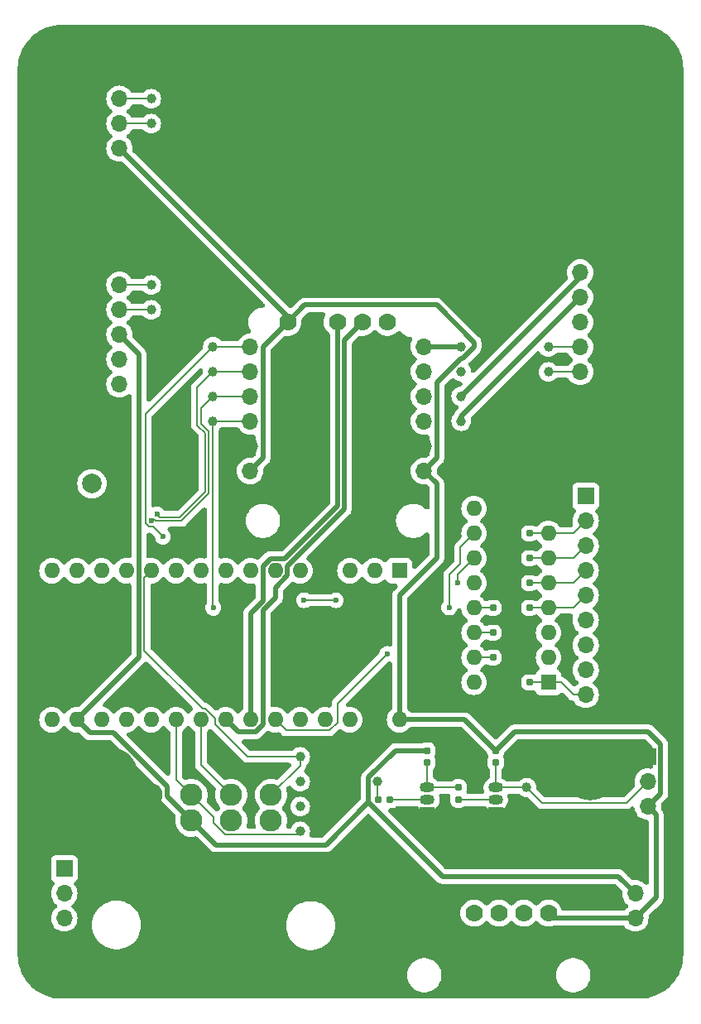
<source format=gbr>
%TF.GenerationSoftware,KiCad,Pcbnew,8.0.1*%
%TF.CreationDate,2024-08-15T18:35:28+01:00*%
%TF.ProjectId,ProjectAlienMainBoard,50726f6a-6563-4744-916c-69656e4d6169,1.0*%
%TF.SameCoordinates,Original*%
%TF.FileFunction,Copper,L1,Top*%
%TF.FilePolarity,Positive*%
%FSLAX46Y46*%
G04 Gerber Fmt 4.6, Leading zero omitted, Abs format (unit mm)*
G04 Created by KiCad (PCBNEW 8.0.1) date 2024-08-15 18:35:28*
%MOMM*%
%LPD*%
G01*
G04 APERTURE LIST*
G04 Aperture macros list*
%AMRoundRect*
0 Rectangle with rounded corners*
0 $1 Rounding radius*
0 $2 $3 $4 $5 $6 $7 $8 $9 X,Y pos of 4 corners*
0 Add a 4 corners polygon primitive as box body*
4,1,4,$2,$3,$4,$5,$6,$7,$8,$9,$2,$3,0*
0 Add four circle primitives for the rounded corners*
1,1,$1+$1,$2,$3*
1,1,$1+$1,$4,$5*
1,1,$1+$1,$6,$7*
1,1,$1+$1,$8,$9*
0 Add four rect primitives between the rounded corners*
20,1,$1+$1,$2,$3,$4,$5,0*
20,1,$1+$1,$4,$5,$6,$7,0*
20,1,$1+$1,$6,$7,$8,$9,0*
20,1,$1+$1,$8,$9,$2,$3,0*%
G04 Aperture macros list end*
%TA.AperFunction,ComponentPad*%
%ADD10C,1.778000*%
%TD*%
%TA.AperFunction,ComponentPad*%
%ADD11C,1.000000*%
%TD*%
%TA.AperFunction,SMDPad,CuDef*%
%ADD12RoundRect,0.160000X0.197500X0.160000X-0.197500X0.160000X-0.197500X-0.160000X0.197500X-0.160000X0*%
%TD*%
%TA.AperFunction,ComponentPad*%
%ADD13R,1.600000X1.600000*%
%TD*%
%TA.AperFunction,ComponentPad*%
%ADD14O,1.600000X1.600000*%
%TD*%
%TA.AperFunction,ComponentPad*%
%ADD15C,5.400000*%
%TD*%
%TA.AperFunction,SMDPad,CuDef*%
%ADD16RoundRect,0.160000X-0.197500X-0.160000X0.197500X-0.160000X0.197500X0.160000X-0.197500X0.160000X0*%
%TD*%
%TA.AperFunction,ComponentPad*%
%ADD17O,1.700000X1.700000*%
%TD*%
%TA.AperFunction,ComponentPad*%
%ADD18R,1.700000X1.700000*%
%TD*%
%TA.AperFunction,ComponentPad*%
%ADD19R,1.500000X1.050000*%
%TD*%
%TA.AperFunction,ComponentPad*%
%ADD20O,1.500000X1.050000*%
%TD*%
%TA.AperFunction,SMDPad,CuDef*%
%ADD21RoundRect,0.160000X-0.160000X0.197500X-0.160000X-0.197500X0.160000X-0.197500X0.160000X0.197500X0*%
%TD*%
%TA.AperFunction,ComponentPad*%
%ADD22C,1.400000*%
%TD*%
%TA.AperFunction,ComponentPad*%
%ADD23C,2.000000*%
%TD*%
%TA.AperFunction,ComponentPad*%
%ADD24R,1.778000X1.778000*%
%TD*%
%TA.AperFunction,ComponentPad*%
%ADD25C,2.286000*%
%TD*%
%TA.AperFunction,ViaPad*%
%ADD26C,0.600000*%
%TD*%
%TA.AperFunction,Conductor*%
%ADD27C,0.200000*%
%TD*%
%TA.AperFunction,Conductor*%
%ADD28C,0.500000*%
%TD*%
G04 APERTURE END LIST*
D10*
%TO.P,J8,1,Pin_1*%
%TO.N,+5V*%
X132080000Y-83820000D03*
%TO.P,J8,2,Pin_2*%
%TO.N,GND*%
X134620000Y-83820000D03*
%TO.P,J8,3,Pin_3*%
%TO.N,I2C_SCL*%
X137160000Y-83820000D03*
%TO.P,J8,4,Pin_4*%
%TO.N,I2C_SDA*%
X139700000Y-83820000D03*
%TO.P,J8,5,Pin_5*%
%TO.N,unconnected-(J8-Pin_5-Pad5)*%
X142240000Y-83820000D03*
%TD*%
D11*
%TO.P,TP9,1,1*%
%TO.N,DIR1*%
X124421974Y-86321974D03*
%TD*%
D12*
%TO.P,R6,1*%
%TO.N,Net-(J1-Pin_3)*%
X156807500Y-107950000D03*
%TO.P,R6,2*%
%TO.N,GND*%
X155612500Y-107950000D03*
%TD*%
D11*
%TO.P,TP20,1,1*%
%TO.N,ENC2B*%
X158750000Y-88900000D03*
%TD*%
%TO.P,TP11,1,1*%
%TO.N,PWM2*%
X124421974Y-91401974D03*
%TD*%
D13*
%TO.P,A1,1,TX1*%
%TO.N,unconnected-(A1-TX1-Pad1)*%
X143510000Y-109230000D03*
D14*
%TO.P,A1,2,RX1*%
%TO.N,unconnected-(A1-RX1-Pad2)*%
X140970000Y-109230000D03*
%TO.P,A1,3,~{RESET}*%
%TO.N,Net-(A1-~{RESET}-Pad3)*%
X138430000Y-109230000D03*
%TO.P,A1,4,GND*%
%TO.N,GND*%
X135890000Y-109230000D03*
%TO.P,A1,5,D2*%
%TO.N,ENC1A*%
X133350000Y-109230000D03*
%TO.P,A1,6,D3*%
%TO.N,ENC2A*%
X130810000Y-109230000D03*
%TO.P,A1,7,D4*%
%TO.N,ENC1B*%
X128270000Y-109230000D03*
%TO.P,A1,8,D5*%
%TO.N,PIXELS_DATA_3.3V*%
X125730000Y-109230000D03*
%TO.P,A1,9,D6*%
%TO.N,USONIC_ECHO*%
X123190000Y-109230000D03*
%TO.P,A1,10,D7*%
%TO.N,USONIC_TRIG*%
X120650000Y-109230000D03*
%TO.P,A1,11,D8*%
%TO.N,NES_DATA*%
X118110000Y-109230000D03*
%TO.P,A1,12,D9*%
%TO.N,PWM1*%
X115570000Y-109230000D03*
%TO.P,A1,13,D10*%
%TO.N,PWM2*%
X113030000Y-109230000D03*
%TO.P,A1,14,MOSI*%
%TO.N,D11*%
X110490000Y-109230000D03*
%TO.P,A1,15,MISO*%
%TO.N,D12*%
X107950000Y-109230000D03*
%TO.P,A1,16,SCK*%
%TO.N,D13*%
X107950000Y-124470000D03*
%TO.P,A1,17,3V3*%
%TO.N,+3.3V*%
X110490000Y-124470000D03*
%TO.P,A1,18,AREF*%
%TO.N,unconnected-(A1-AREF-Pad18)*%
X113030000Y-124470000D03*
%TO.P,A1,19,A0*%
%TO.N,DIR1*%
X115570000Y-124470000D03*
%TO.P,A1,20,A1*%
%TO.N,DIR2*%
X118110000Y-124470000D03*
%TO.P,A1,21,A2*%
%TO.N,SHIFT_REG_CLOCK*%
X120650000Y-124470000D03*
%TO.P,A1,22,A3*%
%TO.N,SHIFT_REG_LOAD*%
X123190000Y-124470000D03*
%TO.P,A1,23,SDA/A4*%
%TO.N,I2C_SDA*%
X125730000Y-124470000D03*
%TO.P,A1,24,SCL/A5*%
%TO.N,I2C_SCL*%
X128270000Y-124470000D03*
%TO.P,A1,25,A6*%
%TO.N,BUMPER_DATA*%
X130810000Y-124470000D03*
%TO.P,A1,26,A7*%
%TO.N,ENC2B*%
X133350000Y-124470000D03*
%TO.P,A1,27,+5V*%
%TO.N,unconnected-(A1-+5V-Pad27)*%
X135890000Y-124470000D03*
%TO.P,A1,28,~{RESET}*%
%TO.N,unconnected-(A1-~{RESET}-Pad28)*%
X138430000Y-124470000D03*
%TO.P,A1,29,GND*%
%TO.N,GND*%
X140970000Y-124470000D03*
%TO.P,A1,30,VIN*%
%TO.N,+5V*%
X143510000Y-124470000D03*
%TD*%
D15*
%TO.P,H4,1,1*%
%TO.N,GND*%
X163000000Y-72000000D03*
%TD*%
D11*
%TO.P,TP8,1,1*%
%TO.N,SHIFT_REG_CLOCK*%
X133350000Y-135890000D03*
%TD*%
D12*
%TO.P,R1,1*%
%TO.N,Net-(Q1-B)*%
X142516899Y-132688321D03*
%TO.P,R1,2*%
%TO.N,PIXELS_DATA_3.3V*%
X141321899Y-132688321D03*
%TD*%
D16*
%TO.P,R11,1*%
%TO.N,Net-(J1-Pin_8)*%
X153072500Y-118110000D03*
%TO.P,R11,2*%
%TO.N,GND*%
X154267500Y-118110000D03*
%TD*%
D11*
%TO.P,TP12,1,1*%
%TO.N,DIR2*%
X124421974Y-93941974D03*
%TD*%
D16*
%TO.P,R9,1*%
%TO.N,Net-(J1-Pin_6)*%
X153072500Y-113030000D03*
%TO.P,R9,2*%
%TO.N,GND*%
X154267500Y-113030000D03*
%TD*%
D17*
%TO.P,M1,12,M1+*%
%TO.N,M1+*%
X146011974Y-86321974D03*
%TO.P,M1,11,M1-*%
%TO.N,M1-*%
X146011974Y-88861974D03*
%TO.P,M1,10,M2+*%
%TO.N,M2+*%
X146011974Y-91401974D03*
%TO.P,M1,9,M2-*%
%TO.N,M2-*%
X146011974Y-93941974D03*
%TO.P,M1,8,GND*%
%TO.N,GND*%
X146011974Y-96481974D03*
%TO.P,M1,7,VM(<12V)*%
%TO.N,+5V*%
X146011974Y-99021974D03*
%TO.P,M1,6,VCC*%
X128231974Y-99021974D03*
%TO.P,M1,5,GND*%
%TO.N,GND*%
X128231974Y-96481974D03*
%TO.P,M1,4,DIR2*%
%TO.N,DIR2*%
X128231974Y-93941974D03*
%TO.P,M1,3,PMW2*%
%TO.N,PWM2*%
X128231974Y-91401974D03*
%TO.P,M1,2,PMW1*%
%TO.N,PWM1*%
X128231974Y-88861974D03*
%TO.P,M1,1,DIR1*%
%TO.N,DIR1*%
X128231974Y-86321974D03*
%TD*%
D16*
%TO.P,R10,1*%
%TO.N,Net-(J1-Pin_7)*%
X153072500Y-115570000D03*
%TO.P,R10,2*%
%TO.N,GND*%
X154267500Y-115570000D03*
%TD*%
D11*
%TO.P,TP15,1,1*%
%TO.N,M2+*%
X149821974Y-91401974D03*
%TD*%
D15*
%TO.P,H1,1,1*%
%TO.N,GND*%
X114000000Y-72000000D03*
%TD*%
D11*
%TO.P,TP3,1,1*%
%TO.N,PIXELS_DATA_3.3V*%
X141284399Y-130783321D03*
%TD*%
D15*
%TO.P,H3,1,1*%
%TO.N,GND*%
X163000000Y-130000000D03*
%TD*%
D13*
%TO.P,U1,1,D7*%
%TO.N,Net-(J1-Pin_9)*%
X158750000Y-120650000D03*
D14*
%TO.P,U1,2,Q5*%
%TO.N,unconnected-(U1-Q5-Pad2)*%
X158750000Y-118110000D03*
%TO.P,U1,3,Q7*%
%TO.N,unconnected-(U1-Q7-Pad3)*%
X158750000Y-115570000D03*
%TO.P,U1,4,D3*%
%TO.N,Net-(J1-Pin_5)*%
X158750000Y-113030000D03*
%TO.P,U1,5,D2*%
%TO.N,Net-(J1-Pin_4)*%
X158750000Y-110490000D03*
%TO.P,U1,6,D1*%
%TO.N,Net-(J1-Pin_3)*%
X158750000Y-107950000D03*
%TO.P,U1,7,D0*%
%TO.N,Net-(J1-Pin_2)*%
X158750000Y-105410000D03*
%TO.P,U1,8,VSS*%
%TO.N,GND*%
X158750000Y-102870000D03*
%TO.P,U1,9,PL*%
%TO.N,SHIFT_REG_LOAD*%
X151130000Y-102870000D03*
%TO.P,U1,10,CP*%
%TO.N,SHIFT_REG_CLOCK*%
X151130000Y-105410000D03*
%TO.P,U1,11,DS*%
%TO.N,BUMPER_DATA*%
X151130000Y-107950000D03*
%TO.P,U1,12,Q6*%
%TO.N,unconnected-(U1-Q6-Pad12)*%
X151130000Y-110490000D03*
%TO.P,U1,13,D4*%
%TO.N,Net-(J1-Pin_6)*%
X151130000Y-113030000D03*
%TO.P,U1,14,D5*%
%TO.N,Net-(J1-Pin_7)*%
X151130000Y-115570000D03*
%TO.P,U1,15,D6*%
%TO.N,Net-(J1-Pin_8)*%
X151130000Y-118110000D03*
%TO.P,U1,16,VDD*%
%TO.N,+3.3V*%
X151130000Y-120650000D03*
%TD*%
D12*
%TO.P,R8,1*%
%TO.N,Net-(J1-Pin_5)*%
X156807500Y-113030000D03*
%TO.P,R8,2*%
%TO.N,GND*%
X155612500Y-113030000D03*
%TD*%
D11*
%TO.P,TP16,1,1*%
%TO.N,M2-*%
X149821974Y-93941974D03*
%TD*%
D18*
%TO.P,J9,1,Pin_1*%
%TO.N,GND*%
X167640000Y-139700000D03*
D17*
%TO.P,J9,2,Pin_2*%
%TO.N,+3.3V*%
X167640000Y-142240000D03*
%TO.P,J9,3,Pin_3*%
%TO.N,+5V*%
X167640000Y-144780000D03*
%TD*%
D11*
%TO.P,TP2,1,1*%
%TO.N,USONIC_TRIG*%
X118110000Y-63500000D03*
%TD*%
D19*
%TO.P,Q2,1,E*%
%TO.N,GND*%
X153349399Y-133958321D03*
D20*
%TO.P,Q2,2,B*%
%TO.N,Net-(Q2-B)*%
X153349399Y-132688321D03*
%TO.P,Q2,3,C*%
%TO.N,PIXELS_DATA_5V*%
X153349399Y-131418321D03*
%TD*%
D11*
%TO.P,TP7,1,1*%
%TO.N,SHIFT_REG_LOAD*%
X133350000Y-133350000D03*
%TD*%
D21*
%TO.P,R3,1*%
%TO.N,Net-(Q1-C)*%
X149539399Y-131418321D03*
%TO.P,R3,2*%
%TO.N,Net-(Q2-B)*%
X149539399Y-132613321D03*
%TD*%
D22*
%TO.P,GND1,1,1*%
%TO.N,GND*%
X166370000Y-149860000D03*
X168910000Y-149860000D03*
%TD*%
D11*
%TO.P,TP19,1,1*%
%TO.N,ENC2A*%
X158750000Y-86360000D03*
%TD*%
D23*
%TO.P,SW1,1,1*%
%TO.N,GND*%
X106395000Y-100330000D03*
%TO.P,SW1,2,2*%
%TO.N,Net-(A1-~{RESET}-Pad3)*%
X112045000Y-100330000D03*
%TD*%
D11*
%TO.P,TP6,1,1*%
%TO.N,BUMPER_DATA*%
X133350000Y-130810000D03*
%TD*%
%TO.P,TP1,1,1*%
%TO.N,USONIC_ECHO*%
X118110000Y-60960000D03*
%TD*%
%TO.P,TP5,1,1*%
%TO.N,NES_DATA*%
X133350000Y-128270000D03*
%TD*%
D12*
%TO.P,R7,1*%
%TO.N,Net-(J1-Pin_4)*%
X156807500Y-110490000D03*
%TO.P,R7,2*%
%TO.N,GND*%
X155612500Y-110490000D03*
%TD*%
D11*
%TO.P,TP4,1,1*%
%TO.N,PIXELS_DATA_5V*%
X156524399Y-131418321D03*
%TD*%
%TO.P,TP13,1,1*%
%TO.N,M1+*%
X149821974Y-86321974D03*
%TD*%
D15*
%TO.P,H2,1,1*%
%TO.N,GND*%
X114000000Y-130000000D03*
%TD*%
D21*
%TO.P,R4,1*%
%TO.N,+5V*%
X153349399Y-127645821D03*
%TO.P,R4,2*%
%TO.N,PIXELS_DATA_5V*%
X153349399Y-128840821D03*
%TD*%
D11*
%TO.P,TP14,1,1*%
%TO.N,M1-*%
X149821974Y-88861974D03*
%TD*%
D12*
%TO.P,R5,1*%
%TO.N,Net-(J1-Pin_2)*%
X156807500Y-105410000D03*
%TO.P,R5,2*%
%TO.N,GND*%
X155612500Y-105410000D03*
%TD*%
D11*
%TO.P,TP18,1,1*%
%TO.N,ENC1B*%
X118110000Y-80010000D03*
%TD*%
%TO.P,TP17,1,1*%
%TO.N,ENC1A*%
X118110000Y-82550000D03*
%TD*%
D18*
%TO.P,J1,1,Pin_1*%
%TO.N,+3.3V*%
X162560000Y-101600000D03*
D17*
%TO.P,J1,2,Pin_2*%
%TO.N,Net-(J1-Pin_2)*%
X162560000Y-104140000D03*
%TO.P,J1,3,Pin_3*%
%TO.N,Net-(J1-Pin_3)*%
X162560000Y-106680000D03*
%TO.P,J1,4,Pin_4*%
%TO.N,Net-(J1-Pin_4)*%
X162560000Y-109220000D03*
%TO.P,J1,5,Pin_5*%
%TO.N,Net-(J1-Pin_5)*%
X162560000Y-111760000D03*
%TO.P,J1,6,Pin_6*%
%TO.N,Net-(J1-Pin_6)*%
X162560000Y-114300000D03*
%TO.P,J1,7,Pin_7*%
%TO.N,Net-(J1-Pin_7)*%
X162560000Y-116840000D03*
%TO.P,J1,8,Pin_8*%
%TO.N,Net-(J1-Pin_8)*%
X162560000Y-119380000D03*
%TO.P,J1,9,Pin_9*%
%TO.N,Net-(J1-Pin_9)*%
X162560000Y-121920000D03*
%TD*%
D12*
%TO.P,R12,1*%
%TO.N,Net-(J1-Pin_9)*%
X156807500Y-120650000D03*
%TO.P,R12,2*%
%TO.N,GND*%
X155612500Y-120650000D03*
%TD*%
D11*
%TO.P,TP10,1,1*%
%TO.N,PWM1*%
X124421974Y-88861974D03*
%TD*%
D19*
%TO.P,Q1,1,E*%
%TO.N,GND*%
X146364399Y-133958321D03*
D20*
%TO.P,Q1,2,B*%
%TO.N,Net-(Q1-B)*%
X146364399Y-132688321D03*
%TO.P,Q1,3,C*%
%TO.N,Net-(Q1-C)*%
X146364399Y-131418321D03*
%TD*%
D18*
%TO.P,J10,1,Pin_1*%
%TO.N,D11*%
X109220000Y-139700000D03*
D17*
%TO.P,J10,2,Pin_2*%
%TO.N,D12*%
X109220000Y-142240000D03*
%TO.P,J10,3,Pin_3*%
%TO.N,D13*%
X109220000Y-144780000D03*
%TD*%
D21*
%TO.P,R2,1*%
%TO.N,+3.3V*%
X146364399Y-127645821D03*
%TO.P,R2,2*%
%TO.N,Net-(Q1-C)*%
X146364399Y-128840821D03*
%TD*%
D18*
%TO.P,J6,1,Pin_1*%
%TO.N,GND*%
X114865000Y-58430000D03*
D17*
%TO.P,J6,2,Pin_2*%
%TO.N,USONIC_ECHO*%
X114865000Y-60970000D03*
%TO.P,J6,3,Pin_3*%
%TO.N,USONIC_TRIG*%
X114865000Y-63510000D03*
%TO.P,J6,4,Pin_4*%
%TO.N,+5V*%
X114865000Y-66050000D03*
%TD*%
D24*
%TO.P,J7,1,Pin_1*%
%TO.N,GND*%
X148590000Y-144250000D03*
D10*
%TO.P,J7,2,Pin_2*%
%TO.N,unconnected-(J7-Pin_2-Pad2)*%
X151130000Y-144250000D03*
%TO.P,J7,3,Pin_3*%
%TO.N,unconnected-(J7-Pin_3-Pad3)*%
X153670000Y-144250000D03*
%TO.P,J7,4,Pin_4*%
%TO.N,unconnected-(J7-Pin_4-Pad4)*%
X156210000Y-144250000D03*
%TO.P,J7,5,Pin_5*%
%TO.N,+5V*%
X158750000Y-144250000D03*
%TD*%
D18*
%TO.P,J4,1,Pin_1*%
%TO.N,GND*%
X161995000Y-91440000D03*
D17*
%TO.P,J4,2,Pin_2*%
%TO.N,ENC2B*%
X161995000Y-88900000D03*
%TO.P,J4,3,Pin_3*%
%TO.N,ENC2A*%
X161995000Y-86360000D03*
%TO.P,J4,4,Pin_4*%
%TO.N,+3.3V*%
X161995000Y-83820000D03*
%TO.P,J4,5,Pin_5*%
%TO.N,M2-*%
X161995000Y-81280000D03*
%TO.P,J4,6,Pin_6*%
%TO.N,M2+*%
X161995000Y-78740000D03*
%TD*%
D18*
%TO.P,J5,1,Pin_1*%
%TO.N,GND*%
X168910000Y-128270000D03*
D17*
%TO.P,J5,2,Pin_2*%
%TO.N,PIXELS_DATA_5V*%
X168910000Y-130810000D03*
%TO.P,J5,3,Pin_3*%
%TO.N,+5V*%
X168910000Y-133350000D03*
%TD*%
D25*
%TO.P,J2,1,GND*%
%TO.N,GND*%
X118162569Y-132179026D03*
%TO.P,J2,2,Clock*%
%TO.N,SHIFT_REG_CLOCK*%
X122226569Y-132179026D03*
%TO.P,J2,3,Load*%
%TO.N,SHIFT_REG_LOAD*%
X126290569Y-132179026D03*
%TO.P,J2,4,Data*%
%TO.N,NES_DATA*%
X130354569Y-132179026D03*
%TO.P,J2,5,NC*%
%TO.N,unconnected-(J2-NC-Pad5)*%
X130354569Y-134790426D03*
%TO.P,J2,6,NC*%
%TO.N,unconnected-(J2-NC-Pad6)*%
X126290569Y-134790426D03*
%TO.P,J2,7,VCC*%
%TO.N,+3.3V*%
X122226569Y-134790426D03*
%TD*%
D18*
%TO.P,J3,1,Pin_1*%
%TO.N,GND*%
X114865000Y-77470000D03*
D17*
%TO.P,J3,2,Pin_2*%
%TO.N,ENC1B*%
X114865000Y-80010000D03*
%TO.P,J3,3,Pin_3*%
%TO.N,ENC1A*%
X114865000Y-82550000D03*
%TO.P,J3,4,Pin_4*%
%TO.N,+3.3V*%
X114865000Y-85090000D03*
%TO.P,J3,5,Pin_5*%
%TO.N,M1-*%
X114865000Y-87630000D03*
%TO.P,J3,6,Pin_6*%
%TO.N,M1+*%
X114865000Y-90170000D03*
%TD*%
D26*
%TO.N,GND*%
X123500000Y-103750000D03*
%TO.N,DIR1*%
X119310000Y-105762500D03*
%TO.N,PWM1*%
X118710000Y-103470000D03*
%TO.N,DIR2*%
X124460000Y-113030000D03*
%TO.N,PWM2*%
X118110000Y-104140000D03*
%TO.N,ENC2A*%
X133750000Y-112250000D03*
X137000000Y-112250000D03*
%TO.N,BUMPER_DATA*%
X142240000Y-117750000D03*
X149430000Y-110490000D03*
%TO.N,SHIFT_REG_CLOCK*%
X148594265Y-113004265D03*
%TO.N,GND*%
X161290000Y-120650000D03*
X116840000Y-121920000D03*
X129540000Y-129540000D03*
X129540000Y-127000000D03*
X156210000Y-115570000D03*
X161290000Y-115570000D03*
X124460000Y-116840000D03*
X119380000Y-121920000D03*
X146050000Y-116840000D03*
X130810000Y-120650000D03*
X118681485Y-127593482D03*
X156210000Y-118110000D03*
X121920000Y-128270000D03*
X153670000Y-110490000D03*
X128000000Y-112000000D03*
X114300000Y-115570000D03*
X161290000Y-118110000D03*
X156210000Y-96520000D03*
X121920000Y-113030000D03*
X120650000Y-96520000D03*
X124460000Y-128270000D03*
X110490000Y-115570000D03*
X114751229Y-122471527D03*
%TD*%
D27*
%TO.N,NES_DATA*%
X117410000Y-109930000D02*
X118110000Y-109230000D01*
X124630000Y-124354365D02*
X123645635Y-123370000D01*
X123645635Y-123370000D02*
X123370000Y-123370000D01*
X123370000Y-123370000D02*
X117410000Y-117410000D01*
X124630000Y-124925635D02*
X124630000Y-124354365D01*
X117410000Y-117410000D02*
X117410000Y-109930000D01*
X133350000Y-128270000D02*
X127974365Y-128270000D01*
X127974365Y-128270000D02*
X124630000Y-124925635D01*
D28*
%TO.N,I2C_SDA*%
X137860000Y-85660000D02*
X139700000Y-83820000D01*
X137860000Y-102952233D02*
X137860000Y-85660000D01*
X132060000Y-108752233D02*
X137860000Y-102952233D01*
X130810000Y-110997767D02*
X132060000Y-109747767D01*
X130810000Y-112027717D02*
X130810000Y-110997767D01*
X129540000Y-124967767D02*
X129540000Y-113297717D01*
X128777767Y-125730000D02*
X129540000Y-124967767D01*
X126990000Y-125730000D02*
X128777767Y-125730000D01*
X132060000Y-109747767D02*
X132060000Y-108752233D01*
X129540000Y-113297717D02*
X130810000Y-112027717D01*
X125730000Y-124470000D02*
X126990000Y-125730000D01*
D27*
%TO.N,SHIFT_REG_CLOCK*%
X149750000Y-108500000D02*
X149750000Y-106790000D01*
X149750000Y-106790000D02*
X151130000Y-105410000D01*
X148590000Y-109660000D02*
X149750000Y-108500000D01*
X148590000Y-113000000D02*
X148590000Y-109660000D01*
X148594265Y-113004265D02*
X148590000Y-113000000D01*
%TO.N,BUMPER_DATA*%
X136345635Y-125570000D02*
X131910000Y-125570000D01*
X131910000Y-125570000D02*
X130810000Y-124470000D01*
X142240000Y-117760000D02*
X137160000Y-122840000D01*
X137160000Y-124755635D02*
X136345635Y-125570000D01*
X142240000Y-117750000D02*
X142240000Y-117760000D01*
X137160000Y-122840000D02*
X137160000Y-124755635D01*
D28*
%TO.N,+5V*%
X147320000Y-97713948D02*
X146011974Y-99021974D01*
X147320000Y-90020445D02*
X147320000Y-97713948D01*
X151130000Y-85880000D02*
X151130000Y-86357451D01*
X149937037Y-87550414D02*
X149790031Y-87550414D01*
X147310788Y-82060788D02*
X151130000Y-85880000D01*
X151130000Y-86357451D02*
X149937037Y-87550414D01*
X133839212Y-82060788D02*
X147310788Y-82060788D01*
X132080000Y-83820000D02*
X133839212Y-82060788D01*
X149790031Y-87550414D02*
X147320000Y-90020445D01*
D27*
%TO.N,PWM1*%
X122790000Y-90493948D02*
X124421974Y-88861974D01*
X123600000Y-101190000D02*
X123600000Y-95165686D01*
X123600000Y-95165686D02*
X122790000Y-94355685D01*
X118980000Y-103740000D02*
X121050000Y-103740000D01*
X122790000Y-94355685D02*
X122790000Y-90493948D01*
X118710000Y-103470000D02*
X118980000Y-103740000D01*
X121050000Y-103740000D02*
X123600000Y-101190000D01*
%TO.N,PWM2*%
X124000000Y-95000000D02*
X123190000Y-94190000D01*
X123190000Y-94190000D02*
X123190000Y-92633948D01*
X124000000Y-101355686D02*
X124000000Y-95000000D01*
X121215686Y-104140000D02*
X124000000Y-101355686D01*
X123190000Y-92633948D02*
X124421974Y-91401974D01*
X118531472Y-104140000D02*
X121215686Y-104140000D01*
X118320736Y-103929264D02*
X118531472Y-104140000D01*
X118110000Y-104140000D02*
X118320736Y-103929264D01*
D28*
%TO.N,+5V*%
X167640000Y-144780000D02*
X159280000Y-144780000D01*
X159280000Y-144780000D02*
X158750000Y-144250000D01*
%TO.N,+3.3V*%
X165900000Y-140500000D02*
X167640000Y-142240000D01*
X147908974Y-140500000D02*
X165900000Y-140500000D01*
X140334399Y-132925425D02*
X147908974Y-140500000D01*
D27*
%TO.N,ENC2A*%
X137000000Y-112250000D02*
X133750000Y-112250000D01*
D28*
%TO.N,I2C_SCL*%
X137160000Y-102626116D02*
X137160000Y-83820000D01*
X130292233Y-107980000D02*
X131806116Y-107980000D01*
X129540000Y-112307767D02*
X129540000Y-108732233D01*
X128270000Y-113577767D02*
X129540000Y-112307767D01*
X131806116Y-107980000D02*
X137160000Y-102626116D01*
X128270000Y-124470000D02*
X128270000Y-113577767D01*
X129540000Y-108732233D02*
X130292233Y-107980000D01*
D27*
%TO.N,ENC1B*%
X118110000Y-80010000D02*
X114865000Y-80010000D01*
%TO.N,DIR1*%
X124421974Y-86321974D02*
X128231974Y-86321974D01*
X117861471Y-104740000D02*
X117510000Y-104388529D01*
X119310000Y-105762500D02*
X118287500Y-104740000D01*
X117510000Y-93233948D02*
X124421974Y-86321974D01*
X118287500Y-104740000D02*
X117861471Y-104740000D01*
X117510000Y-104388529D02*
X117510000Y-93233948D01*
%TO.N,PWM1*%
X128231974Y-88861974D02*
X124421974Y-88861974D01*
X124421974Y-88861974D02*
X124460000Y-88900000D01*
%TO.N,USONIC_ECHO*%
X116840000Y-60960000D02*
X116830000Y-60970000D01*
X116830000Y-60970000D02*
X114865000Y-60970000D01*
X118110000Y-60960000D02*
X116840000Y-60960000D01*
D28*
%TO.N,+3.3V*%
X116860000Y-87085000D02*
X114865000Y-85090000D01*
X111845227Y-125825227D02*
X110490000Y-124470000D01*
X116860000Y-118100000D02*
X116860000Y-87085000D01*
X122226569Y-134790426D02*
X119755569Y-132319426D01*
X122226569Y-134790426D02*
X124701656Y-137265513D01*
X140334399Y-130389818D02*
X140334399Y-132925425D01*
X119755569Y-131300796D02*
X114280000Y-125825227D01*
X124701656Y-137265513D02*
X135994311Y-137265513D01*
X135994311Y-137265513D02*
X140334399Y-132925425D01*
X114280000Y-125825227D02*
X111845227Y-125825227D01*
X119755569Y-132319426D02*
X119755569Y-131300796D01*
X143078396Y-127645821D02*
X140334399Y-130389818D01*
X110490000Y-124470000D02*
X116860000Y-118100000D01*
X146364399Y-127645821D02*
X143078396Y-127645821D01*
D27*
%TO.N,DIR2*%
X128231974Y-93941974D02*
X124421974Y-93941974D01*
X124421974Y-112991974D02*
X124460000Y-113030000D01*
X124421974Y-93941974D02*
X124421974Y-112991974D01*
%TO.N,USONIC_TRIG*%
X114875000Y-63500000D02*
X114865000Y-63510000D01*
X118110000Y-63500000D02*
X114875000Y-63500000D01*
%TO.N,PWM2*%
X124421974Y-91401974D02*
X128231974Y-91401974D01*
%TO.N,ENC2A*%
X158750000Y-86360000D02*
X161995000Y-86360000D01*
%TO.N,ENC2B*%
X161995000Y-88900000D02*
X158750000Y-88900000D01*
%TO.N,ENC1A*%
X114865000Y-82550000D02*
X118110000Y-82550000D01*
%TO.N,PIXELS_DATA_3.3V*%
X141284399Y-130783321D02*
X141284399Y-132650821D01*
X141284399Y-132650821D02*
X141321899Y-132688321D01*
%TO.N,NES_DATA*%
X133350000Y-129183595D02*
X130354569Y-132179026D01*
X133350000Y-128270000D02*
X133350000Y-129183595D01*
%TO.N,BUMPER_DATA*%
X149430000Y-110490000D02*
X149430000Y-109650000D01*
X149430000Y-109650000D02*
X151130000Y-107950000D01*
%TO.N,SHIFT_REG_LOAD*%
X123190000Y-129078457D02*
X126290569Y-132179026D01*
X123190000Y-124470000D02*
X123190000Y-129078457D01*
%TO.N,SHIFT_REG_CLOCK*%
X125692858Y-136233426D02*
X124460000Y-135000568D01*
X124460000Y-134412457D02*
X122226569Y-132179026D01*
X120650000Y-124470000D02*
X120650000Y-130602457D01*
X120650000Y-130602457D02*
X122226569Y-132179026D01*
X133006574Y-136233426D02*
X125692858Y-136233426D01*
X133350000Y-135890000D02*
X133006574Y-136233426D01*
X124460000Y-135000568D02*
X124460000Y-134412457D01*
%TO.N,Net-(J1-Pin_6)*%
X151130000Y-113030000D02*
X153072500Y-113030000D01*
%TO.N,Net-(J1-Pin_8)*%
X153072500Y-118110000D02*
X151130000Y-118110000D01*
D28*
%TO.N,+5V*%
X168910000Y-133350000D02*
X170210000Y-132050000D01*
X129540000Y-97713948D02*
X129540000Y-86360000D01*
X153349399Y-127645821D02*
X150173578Y-124470000D01*
X168970000Y-125730000D02*
X155265220Y-125730000D01*
X114865000Y-66050000D02*
X132080000Y-83265000D01*
X150173578Y-124470000D02*
X143510000Y-124470000D01*
X169760000Y-142660000D02*
X167640000Y-144780000D01*
X128231974Y-99021974D02*
X129540000Y-97713948D01*
X147320000Y-107950000D02*
X147320000Y-100330000D01*
X158810000Y-144780000D02*
X158750000Y-144840000D01*
X170210000Y-126970000D02*
X168970000Y-125730000D01*
X155265220Y-125730000D02*
X153349399Y-127645821D01*
X147320000Y-100330000D02*
X146011974Y-99021974D01*
X169760000Y-134200000D02*
X169760000Y-142660000D01*
X168910000Y-133350000D02*
X169760000Y-134200000D01*
X143510000Y-111760000D02*
X147320000Y-107950000D01*
X129540000Y-86360000D02*
X132080000Y-83820000D01*
X143510000Y-124470000D02*
X143510000Y-111760000D01*
X132080000Y-83265000D02*
X132080000Y-83820000D01*
X170210000Y-132050000D02*
X170210000Y-126970000D01*
D27*
%TO.N,Net-(J1-Pin_7)*%
X153072500Y-115570000D02*
X151130000Y-115570000D01*
%TO.N,Net-(J1-Pin_2)*%
X156807500Y-105410000D02*
X158750000Y-105410000D01*
X161290000Y-105410000D02*
X162560000Y-104140000D01*
X158750000Y-105410000D02*
X161290000Y-105410000D01*
%TO.N,Net-(J1-Pin_5)*%
X156807500Y-113030000D02*
X158750000Y-113030000D01*
X158750000Y-113030000D02*
X161290000Y-113030000D01*
X161290000Y-113030000D02*
X162560000Y-111760000D01*
%TO.N,Net-(J1-Pin_3)*%
X161290000Y-107950000D02*
X162560000Y-106680000D01*
X158750000Y-107950000D02*
X161290000Y-107950000D01*
X158750000Y-107950000D02*
X156807500Y-107950000D01*
%TO.N,Net-(J1-Pin_4)*%
X161290000Y-110490000D02*
X162560000Y-109220000D01*
X158750000Y-110490000D02*
X156807500Y-110490000D01*
X158750000Y-110490000D02*
X161290000Y-110490000D01*
%TO.N,GND*%
X154267500Y-118110000D02*
X154267500Y-119305000D01*
X154267500Y-119305000D02*
X155612500Y-120650000D01*
X155612500Y-113030000D02*
X155612500Y-110490000D01*
X155612500Y-105410000D02*
X155612500Y-107950000D01*
X154267500Y-115570000D02*
X154267500Y-113030000D01*
X154267500Y-113030000D02*
X155612500Y-113030000D01*
X154267500Y-115570000D02*
X154267500Y-118110000D01*
X155612500Y-107950000D02*
X155612500Y-110490000D01*
D28*
%TO.N,M1+*%
X146011974Y-86321974D02*
X149821974Y-86321974D01*
%TO.N,M2+*%
X161995000Y-79228948D02*
X161995000Y-78740000D01*
X149821974Y-91401974D02*
X161995000Y-79228948D01*
%TO.N,M2-*%
X161995000Y-81280000D02*
X149821974Y-93453026D01*
X149821974Y-93453026D02*
X149821974Y-93941974D01*
D27*
%TO.N,PIXELS_DATA_5V*%
X158106078Y-133000000D02*
X156524399Y-131418321D01*
X153349399Y-128840821D02*
X153349399Y-131418321D01*
X153349399Y-131418321D02*
X156524399Y-131418321D01*
X168910000Y-130810000D02*
X166720000Y-133000000D01*
X166720000Y-133000000D02*
X158106078Y-133000000D01*
%TO.N,Net-(Q1-B)*%
X146364399Y-132688321D02*
X142516899Y-132688321D01*
%TO.N,Net-(Q1-C)*%
X149539399Y-131418321D02*
X146364399Y-131418321D01*
X146364399Y-128840821D02*
X146364399Y-131418321D01*
%TO.N,Net-(Q2-B)*%
X149614399Y-132688321D02*
X149539399Y-132613321D01*
X153349399Y-132688321D02*
X149614399Y-132688321D01*
%TO.N,Net-(J1-Pin_9)*%
X162560000Y-121920000D02*
X161290000Y-121920000D01*
X160020000Y-120650000D02*
X158750000Y-120650000D01*
X161290000Y-121920000D02*
X160020000Y-120650000D01*
X156807500Y-120650000D02*
X158750000Y-120650000D01*
%TD*%
%TA.AperFunction,Conductor*%
%TO.N,GND*%
G36*
X148572759Y-132037775D02*
G01*
X148653541Y-132091751D01*
X148707517Y-132172533D01*
X148726471Y-132267821D01*
X148725449Y-132290355D01*
X148718900Y-132362423D01*
X148718899Y-132362445D01*
X148718899Y-132864205D01*
X148724648Y-132927466D01*
X148724947Y-132930754D01*
X148724948Y-132930756D01*
X148772665Y-133083890D01*
X148855642Y-133221151D01*
X148855644Y-133221153D01*
X148855646Y-133221156D01*
X148969064Y-133334574D01*
X148969066Y-133334575D01*
X148969068Y-133334577D01*
X149085515Y-133404971D01*
X149106330Y-133417554D01*
X149259466Y-133465273D01*
X149326018Y-133471321D01*
X149752779Y-133471320D01*
X149752783Y-133471320D01*
X149773256Y-133469459D01*
X149819332Y-133465273D01*
X149972468Y-133417554D01*
X149993283Y-133404971D01*
X150122625Y-133326782D01*
X150124402Y-133329721D01*
X150187199Y-133297965D01*
X150254059Y-133288821D01*
X152171484Y-133288821D01*
X152266772Y-133307775D01*
X152347550Y-133361748D01*
X152470681Y-133484879D01*
X152470684Y-133484881D01*
X152470686Y-133484883D01*
X152562353Y-133546132D01*
X152638643Y-133597107D01*
X152638645Y-133597107D01*
X152638647Y-133597109D01*
X152757737Y-133646438D01*
X152825272Y-133674412D01*
X153023396Y-133713821D01*
X153023398Y-133713821D01*
X153675400Y-133713821D01*
X153675402Y-133713821D01*
X153873526Y-133674412D01*
X154060155Y-133597107D01*
X154228117Y-133484879D01*
X154370957Y-133342039D01*
X154483185Y-133174077D01*
X154560490Y-132987448D01*
X154599899Y-132789324D01*
X154599899Y-132587318D01*
X154560490Y-132389194D01*
X154549684Y-132363107D01*
X154530731Y-132267822D01*
X154549685Y-132172534D01*
X154603661Y-132091752D01*
X154684442Y-132037775D01*
X154779730Y-132018821D01*
X155605159Y-132018821D01*
X155700447Y-132037775D01*
X155781229Y-132091751D01*
X155797631Y-132109849D01*
X155813516Y-132129204D01*
X155874217Y-132179020D01*
X155965862Y-132254232D01*
X156139665Y-132347132D01*
X156139669Y-132347133D01*
X156139672Y-132347135D01*
X156328267Y-132404345D01*
X156524399Y-132423662D01*
X156524401Y-132423662D01*
X156532893Y-132422825D01*
X156549301Y-132421209D01*
X156645987Y-132430729D01*
X156731671Y-132476525D01*
X156749782Y-132492939D01*
X157625556Y-133368713D01*
X157625558Y-133368716D01*
X157737362Y-133480520D01*
X157737364Y-133480521D01*
X157737365Y-133480522D01*
X157793194Y-133512754D01*
X157793197Y-133512757D01*
X157793198Y-133512757D01*
X157848585Y-133544734D01*
X157874293Y-133559577D01*
X158027021Y-133600501D01*
X158027022Y-133600501D01*
X158200396Y-133600501D01*
X158200412Y-133600500D01*
X166625666Y-133600500D01*
X166625682Y-133600501D01*
X166640943Y-133600501D01*
X166799056Y-133600501D01*
X166799057Y-133600501D01*
X166951785Y-133559577D01*
X167032879Y-133512757D01*
X167088716Y-133480520D01*
X167149801Y-133419434D01*
X167230579Y-133365460D01*
X167325867Y-133346505D01*
X167421156Y-133365458D01*
X167501937Y-133419434D01*
X167555914Y-133500215D01*
X167573921Y-133573801D01*
X167574937Y-133585408D01*
X167614948Y-133734733D01*
X167633895Y-133805447D01*
X167636097Y-133813663D01*
X167654491Y-133853108D01*
X167735965Y-134027830D01*
X167846654Y-134185911D01*
X167871505Y-134221401D01*
X168038599Y-134388495D01*
X168232170Y-134524035D01*
X168446337Y-134623903D01*
X168674592Y-134685063D01*
X168782204Y-134694478D01*
X168875475Y-134721664D01*
X168951245Y-134782476D01*
X168997975Y-134867654D01*
X169009500Y-134942530D01*
X169009500Y-141098465D01*
X168990546Y-141193753D01*
X168936570Y-141274535D01*
X168855788Y-141328511D01*
X168760500Y-141347465D01*
X168665212Y-141328511D01*
X168584433Y-141274537D01*
X168511401Y-141201505D01*
X168459386Y-141165084D01*
X168317830Y-141065965D01*
X168205994Y-141013815D01*
X168103663Y-140966097D01*
X168103660Y-140966096D01*
X167875401Y-140904935D01*
X167640005Y-140884341D01*
X167640004Y-140884341D01*
X167640001Y-140884341D01*
X167640000Y-140884341D01*
X167576349Y-140889909D01*
X167485052Y-140897897D01*
X167388474Y-140887319D01*
X167303296Y-140840588D01*
X167287281Y-140825914D01*
X167059232Y-140597865D01*
X166378416Y-139917048D01*
X166378412Y-139917045D01*
X166378410Y-139917043D01*
X166378411Y-139917043D01*
X166304732Y-139867815D01*
X166304729Y-139867812D01*
X166304729Y-139867813D01*
X166255495Y-139834916D01*
X166118913Y-139778342D01*
X166118911Y-139778341D01*
X165973920Y-139749500D01*
X165973918Y-139749500D01*
X148322982Y-139749500D01*
X148227694Y-139730546D01*
X148146912Y-139676570D01*
X142404232Y-133933890D01*
X142350256Y-133853108D01*
X142331302Y-133757820D01*
X142350256Y-133662532D01*
X142404232Y-133581750D01*
X142485014Y-133527774D01*
X142580300Y-133508820D01*
X142767779Y-133508820D01*
X142767784Y-133508820D01*
X142791547Y-133506660D01*
X142834332Y-133502773D01*
X142987468Y-133455054D01*
X143124734Y-133372074D01*
X143135059Y-133361748D01*
X143215838Y-133307775D01*
X143311126Y-133288821D01*
X145186484Y-133288821D01*
X145281772Y-133307775D01*
X145362550Y-133361748D01*
X145485681Y-133484879D01*
X145485684Y-133484881D01*
X145485686Y-133484883D01*
X145577353Y-133546132D01*
X145653643Y-133597107D01*
X145653645Y-133597107D01*
X145653647Y-133597109D01*
X145772737Y-133646438D01*
X145840272Y-133674412D01*
X146038396Y-133713821D01*
X146038398Y-133713821D01*
X146690400Y-133713821D01*
X146690402Y-133713821D01*
X146888526Y-133674412D01*
X147075155Y-133597107D01*
X147243117Y-133484879D01*
X147385957Y-133342039D01*
X147498185Y-133174077D01*
X147575490Y-132987448D01*
X147614899Y-132789324D01*
X147614899Y-132587318D01*
X147575490Y-132389194D01*
X147564684Y-132363107D01*
X147545731Y-132267822D01*
X147564685Y-132172534D01*
X147618661Y-132091752D01*
X147699442Y-132037775D01*
X147794730Y-132018821D01*
X148477471Y-132018821D01*
X148572759Y-132037775D01*
G37*
%TD.AperFunction*%
%TA.AperFunction,Conductor*%
G36*
X142618533Y-118542900D02*
G01*
X142696162Y-118601319D01*
X142745525Y-118684999D01*
X142759500Y-118767243D01*
X142759500Y-123279465D01*
X142740546Y-123374753D01*
X142686570Y-123455535D01*
X142671159Y-123469655D01*
X142509949Y-123630865D01*
X142379436Y-123817258D01*
X142379428Y-123817272D01*
X142283262Y-124023500D01*
X142283261Y-124023503D01*
X142224365Y-124243305D01*
X142224363Y-124243320D01*
X142204532Y-124469994D01*
X142204532Y-124470005D01*
X142224363Y-124696679D01*
X142224365Y-124696694D01*
X142283261Y-124916496D01*
X142283262Y-124916499D01*
X142379428Y-125122727D01*
X142379436Y-125122741D01*
X142509949Y-125309134D01*
X142509953Y-125309139D01*
X142670861Y-125470047D01*
X142670864Y-125470049D01*
X142670865Y-125470050D01*
X142857258Y-125600563D01*
X142857262Y-125600565D01*
X142857266Y-125600568D01*
X142857270Y-125600569D01*
X142857272Y-125600571D01*
X142981008Y-125658270D01*
X143063504Y-125696739D01*
X143283308Y-125755635D01*
X143285537Y-125755830D01*
X143509994Y-125775468D01*
X143510000Y-125775468D01*
X143510006Y-125775468D01*
X143689668Y-125759749D01*
X143736692Y-125755635D01*
X143956496Y-125696739D01*
X144162734Y-125600568D01*
X144349139Y-125470047D01*
X144510047Y-125309139D01*
X144510051Y-125309134D01*
X144517734Y-125301451D01*
X144518632Y-125302349D01*
X144585552Y-125248638D01*
X144678825Y-125221448D01*
X144700534Y-125220500D01*
X149759570Y-125220500D01*
X149854858Y-125239454D01*
X149935640Y-125293430D01*
X152464149Y-127821939D01*
X152518125Y-127902721D01*
X152529987Y-127950805D01*
X152532377Y-127950330D01*
X152534946Y-127963248D01*
X152534947Y-127963254D01*
X152534948Y-127963256D01*
X152582667Y-128116394D01*
X152588846Y-128130123D01*
X152587414Y-128130767D01*
X152614602Y-128205858D01*
X152610200Y-128302913D01*
X152588129Y-128356196D01*
X152588846Y-128356519D01*
X152582668Y-128370245D01*
X152534946Y-128523391D01*
X152528899Y-128589925D01*
X152528899Y-129091705D01*
X152534880Y-129157514D01*
X152534947Y-129158254D01*
X152534948Y-129158256D01*
X152582665Y-129311390D01*
X152665642Y-129448651D01*
X152665644Y-129448653D01*
X152665646Y-129448656D01*
X152675971Y-129458981D01*
X152729945Y-129539760D01*
X152748899Y-129635048D01*
X152748899Y-130302770D01*
X152729945Y-130398058D01*
X152675969Y-130478840D01*
X152638236Y-130509806D01*
X152470684Y-130621760D01*
X152327836Y-130764608D01*
X152215616Y-130932559D01*
X152215610Y-130932569D01*
X152138308Y-131119192D01*
X152138308Y-131119194D01*
X152098899Y-131317318D01*
X152098899Y-131519324D01*
X152138308Y-131717448D01*
X152149113Y-131743534D01*
X152168067Y-131838820D01*
X152149113Y-131934108D01*
X152095137Y-132014890D01*
X152014356Y-132068867D01*
X151919068Y-132087821D01*
X150582543Y-132087821D01*
X150487255Y-132068867D01*
X150406473Y-132014891D01*
X150352497Y-131934109D01*
X150333543Y-131838821D01*
X150344818Y-131764742D01*
X150352898Y-131738811D01*
X150353851Y-131735754D01*
X150359864Y-131669586D01*
X150359898Y-131669216D01*
X150359898Y-131669213D01*
X150359899Y-131669202D01*
X150359898Y-131167441D01*
X150353851Y-131100888D01*
X150306132Y-130947752D01*
X150306132Y-130947751D01*
X150223155Y-130810490D01*
X150223153Y-130810488D01*
X150223152Y-130810486D01*
X150109734Y-130697068D01*
X150109731Y-130697066D01*
X150109729Y-130697064D01*
X149972469Y-130614088D01*
X149870806Y-130582409D01*
X149819332Y-130566369D01*
X149819330Y-130566368D01*
X149819328Y-130566368D01*
X149752784Y-130560321D01*
X149326014Y-130560321D01*
X149259474Y-130566368D01*
X149259470Y-130566368D01*
X149259466Y-130566369D01*
X149259463Y-130566370D01*
X149106329Y-130614087D01*
X148969068Y-130697064D01*
X148969064Y-130697067D01*
X148969064Y-130697068D01*
X148921238Y-130744893D01*
X148840460Y-130798867D01*
X148745172Y-130817821D01*
X147542314Y-130817821D01*
X147447026Y-130798867D01*
X147366247Y-130744893D01*
X147243117Y-130621763D01*
X147231734Y-130614157D01*
X147075562Y-130509806D01*
X147006863Y-130441107D01*
X146969683Y-130351347D01*
X146964899Y-130302770D01*
X146964899Y-129635048D01*
X146983853Y-129539760D01*
X147037826Y-129458981D01*
X147048152Y-129448656D01*
X147131132Y-129311390D01*
X147178851Y-129158254D01*
X147184899Y-129091702D01*
X147184898Y-128589941D01*
X147178851Y-128523388D01*
X147131132Y-128370252D01*
X147131128Y-128370245D01*
X147124952Y-128356522D01*
X147126384Y-128355877D01*
X147099197Y-128280794D01*
X147103595Y-128183739D01*
X147125670Y-128130443D01*
X147124952Y-128130120D01*
X147131128Y-128116395D01*
X147131132Y-128116390D01*
X147178851Y-127963254D01*
X147184899Y-127896702D01*
X147184898Y-127394941D01*
X147178851Y-127328388D01*
X147131132Y-127175252D01*
X147131132Y-127175251D01*
X147048155Y-127037990D01*
X147048153Y-127037988D01*
X147048152Y-127037986D01*
X146934734Y-126924568D01*
X146934731Y-126924566D01*
X146934729Y-126924564D01*
X146797469Y-126841588D01*
X146711957Y-126814941D01*
X146644332Y-126793869D01*
X146644330Y-126793868D01*
X146644328Y-126793868D01*
X146577784Y-126787821D01*
X146151014Y-126787821D01*
X146084474Y-126793868D01*
X146084470Y-126793868D01*
X146084466Y-126793869D01*
X146084463Y-126793870D01*
X145931334Y-126841586D01*
X145931331Y-126841587D01*
X145931330Y-126841588D01*
X145901845Y-126859411D01*
X145810500Y-126892486D01*
X145773032Y-126895321D01*
X143004475Y-126895321D01*
X142859484Y-126924162D01*
X142722903Y-126980736D01*
X142722898Y-126980738D01*
X142673667Y-127013632D01*
X142673666Y-127013634D01*
X142637220Y-127037986D01*
X142599978Y-127062870D01*
X139751443Y-129911406D01*
X139709561Y-129974087D01*
X139709562Y-129974088D01*
X139669316Y-130034321D01*
X139669312Y-130034328D01*
X139612740Y-130170906D01*
X139583899Y-130315897D01*
X139583899Y-132511417D01*
X139564945Y-132606705D01*
X139510969Y-132687487D01*
X135756373Y-136442083D01*
X135675591Y-136496059D01*
X135580303Y-136515013D01*
X134541662Y-136515013D01*
X134446374Y-136496059D01*
X134365592Y-136442083D01*
X134311616Y-136361301D01*
X134292662Y-136266013D01*
X134303384Y-136193732D01*
X134336024Y-136086132D01*
X134355341Y-135890000D01*
X134336024Y-135693868D01*
X134278814Y-135505273D01*
X134278812Y-135505270D01*
X134278811Y-135505266D01*
X134185911Y-135331463D01*
X134060885Y-135179120D01*
X134060883Y-135179117D01*
X133993721Y-135123998D01*
X133908536Y-135054088D01*
X133734733Y-134961188D01*
X133734725Y-134961185D01*
X133546131Y-134903975D01*
X133350000Y-134884659D01*
X133153868Y-134903975D01*
X132965274Y-134961185D01*
X132965266Y-134961188D01*
X132791463Y-135054088D01*
X132639120Y-135179114D01*
X132639114Y-135179120D01*
X132514088Y-135331463D01*
X132423307Y-135501304D01*
X132361673Y-135576406D01*
X132275990Y-135622204D01*
X132203709Y-135632926D01*
X132156966Y-135632926D01*
X132061678Y-135613972D01*
X131980896Y-135559996D01*
X131926920Y-135479214D01*
X131907966Y-135383926D01*
X131920149Y-135306992D01*
X131922460Y-135299873D01*
X131922464Y-135299866D01*
X131982854Y-135048321D01*
X131994214Y-134903976D01*
X132003151Y-134790431D01*
X132003151Y-134790420D01*
X131982854Y-134532533D01*
X131940314Y-134355340D01*
X131922464Y-134280986D01*
X131823466Y-134041985D01*
X131688300Y-133821414D01*
X131681677Y-133813660D01*
X131538857Y-133646438D01*
X131491386Y-133561670D01*
X131479967Y-133465189D01*
X131506339Y-133371682D01*
X131520826Y-133350000D01*
X132344659Y-133350000D01*
X132363975Y-133546131D01*
X132421185Y-133734725D01*
X132421188Y-133734733D01*
X132514088Y-133908536D01*
X132533293Y-133931937D01*
X132639117Y-134060883D01*
X132674513Y-134089932D01*
X132791463Y-134185911D01*
X132965266Y-134278811D01*
X132965270Y-134278812D01*
X132965273Y-134278814D01*
X133153868Y-134336024D01*
X133350000Y-134355341D01*
X133546132Y-134336024D01*
X133734727Y-134278814D01*
X133759612Y-134265513D01*
X133908536Y-134185911D01*
X133908535Y-134185911D01*
X133908538Y-134185910D01*
X134060883Y-134060883D01*
X134185910Y-133908538D01*
X134278814Y-133734727D01*
X134336024Y-133546132D01*
X134355341Y-133350000D01*
X134336024Y-133153868D01*
X134278814Y-132965273D01*
X134278812Y-132965270D01*
X134278811Y-132965266D01*
X134185911Y-132791463D01*
X134116195Y-132706515D01*
X134060883Y-132639117D01*
X133993721Y-132583998D01*
X133908536Y-132514088D01*
X133734733Y-132421188D01*
X133734725Y-132421185D01*
X133546131Y-132363975D01*
X133350000Y-132344659D01*
X133153868Y-132363975D01*
X132965274Y-132421185D01*
X132965266Y-132421188D01*
X132791463Y-132514088D01*
X132639120Y-132639114D01*
X132639114Y-132639120D01*
X132514088Y-132791463D01*
X132421188Y-132965266D01*
X132421185Y-132965274D01*
X132363975Y-133153868D01*
X132344659Y-133350000D01*
X131520826Y-133350000D01*
X131538857Y-133323014D01*
X131560251Y-133297965D01*
X131688300Y-133148038D01*
X131823466Y-132927467D01*
X131922464Y-132688466D01*
X131982854Y-132436921D01*
X131997232Y-132254231D01*
X132003151Y-132179031D01*
X132003151Y-132179020D01*
X131982854Y-131921133D01*
X131978759Y-131904077D01*
X131922464Y-131669586D01*
X131922463Y-131669584D01*
X131919439Y-131660276D01*
X131921710Y-131659537D01*
X131905900Y-131580091D01*
X131924845Y-131484801D01*
X131978814Y-131404015D01*
X132102597Y-131280231D01*
X132183376Y-131226258D01*
X132278664Y-131207304D01*
X132373952Y-131226258D01*
X132454734Y-131280234D01*
X132498261Y-131338924D01*
X132514090Y-131368538D01*
X132639117Y-131520883D01*
X132711235Y-131580069D01*
X132791463Y-131645911D01*
X132965266Y-131738811D01*
X132965270Y-131738812D01*
X132965273Y-131738814D01*
X133153868Y-131796024D01*
X133350000Y-131815341D01*
X133546132Y-131796024D01*
X133734727Y-131738814D01*
X133735461Y-131738422D01*
X133908536Y-131645911D01*
X133908535Y-131645911D01*
X133908538Y-131645910D01*
X134060883Y-131520883D01*
X134185910Y-131368538D01*
X134264135Y-131222189D01*
X134278811Y-131194733D01*
X134278811Y-131194731D01*
X134278814Y-131194727D01*
X134336024Y-131006132D01*
X134355341Y-130810000D01*
X134336024Y-130613868D01*
X134278814Y-130425273D01*
X134278812Y-130425270D01*
X134278811Y-130425266D01*
X134185911Y-130251463D01*
X134119798Y-130170905D01*
X134060883Y-130099117D01*
X133908538Y-129974090D01*
X133908537Y-129974089D01*
X133878925Y-129958261D01*
X133803824Y-129896625D01*
X133758027Y-129810941D01*
X133748505Y-129714254D01*
X133776709Y-129621283D01*
X133820237Y-129562593D01*
X133830520Y-129552311D01*
X133880636Y-129465502D01*
X133880639Y-129465500D01*
X133880638Y-129465500D01*
X133887081Y-129454341D01*
X133909577Y-129415380D01*
X133950499Y-129262654D01*
X133950500Y-129262654D01*
X133950500Y-129189240D01*
X133969454Y-129093952D01*
X134023430Y-129013170D01*
X134041528Y-128996767D01*
X134060883Y-128980883D01*
X134185910Y-128828538D01*
X134278814Y-128654727D01*
X134336024Y-128466132D01*
X134355341Y-128270000D01*
X134336024Y-128073868D01*
X134278814Y-127885273D01*
X134278812Y-127885270D01*
X134278811Y-127885266D01*
X134185911Y-127711463D01*
X134091620Y-127596570D01*
X134060883Y-127559117D01*
X133908538Y-127434090D01*
X133908539Y-127434090D01*
X133908536Y-127434088D01*
X133734733Y-127341188D01*
X133734725Y-127341185D01*
X133546131Y-127283975D01*
X133350000Y-127264659D01*
X133153868Y-127283975D01*
X132965274Y-127341185D01*
X132965266Y-127341188D01*
X132791463Y-127434088D01*
X132639120Y-127559114D01*
X132639116Y-127559118D01*
X132635783Y-127563179D01*
X132623237Y-127578465D01*
X132548138Y-127640098D01*
X132455166Y-127668301D01*
X132430760Y-127669500D01*
X128326240Y-127669500D01*
X128230952Y-127650546D01*
X128150170Y-127596570D01*
X127459170Y-126905570D01*
X127405194Y-126824788D01*
X127386240Y-126729500D01*
X127405194Y-126634212D01*
X127459170Y-126553430D01*
X127539952Y-126499454D01*
X127635240Y-126480500D01*
X128851686Y-126480500D01*
X128851686Y-126480499D01*
X128996680Y-126451658D01*
X129082806Y-126415983D01*
X129133258Y-126395086D01*
X129133259Y-126395085D01*
X129133262Y-126395084D01*
X129182496Y-126362186D01*
X129256183Y-126312952D01*
X129905290Y-125663843D01*
X129986070Y-125609867D01*
X130081359Y-125590913D01*
X130176647Y-125609867D01*
X130186590Y-125614242D01*
X130363504Y-125696739D01*
X130583308Y-125755635D01*
X130585537Y-125755830D01*
X130809994Y-125775468D01*
X130810000Y-125775468D01*
X130810006Y-125775468D01*
X130989668Y-125759749D01*
X131036692Y-125755635D01*
X131063221Y-125748526D01*
X131160160Y-125742170D01*
X131252160Y-125773397D01*
X131303736Y-125812971D01*
X131429478Y-125938713D01*
X131429480Y-125938716D01*
X131541284Y-126050520D01*
X131628091Y-126100637D01*
X131628094Y-126100639D01*
X131678215Y-126129577D01*
X131830943Y-126170501D01*
X132004318Y-126170501D01*
X132004334Y-126170500D01*
X136251301Y-126170500D01*
X136251317Y-126170501D01*
X136266578Y-126170501D01*
X136424691Y-126170501D01*
X136424692Y-126170501D01*
X136577420Y-126129577D01*
X136627539Y-126100639D01*
X136714351Y-126050520D01*
X136826155Y-125938716D01*
X136826155Y-125938714D01*
X136846651Y-125918219D01*
X136846654Y-125918214D01*
X137269004Y-125495865D01*
X137349783Y-125441891D01*
X137445071Y-125422937D01*
X137540359Y-125441891D01*
X137587891Y-125467968D01*
X137777258Y-125600563D01*
X137777262Y-125600565D01*
X137777266Y-125600568D01*
X137777270Y-125600569D01*
X137777272Y-125600571D01*
X137901008Y-125658270D01*
X137983504Y-125696739D01*
X138203308Y-125755635D01*
X138205537Y-125755830D01*
X138429994Y-125775468D01*
X138430000Y-125775468D01*
X138430006Y-125775468D01*
X138609668Y-125759749D01*
X138656692Y-125755635D01*
X138876496Y-125696739D01*
X139082734Y-125600568D01*
X139269139Y-125470047D01*
X139430047Y-125309139D01*
X139560568Y-125122734D01*
X139656739Y-124916496D01*
X139715635Y-124696692D01*
X139735468Y-124470000D01*
X139735468Y-124469994D01*
X139715636Y-124243320D01*
X139715635Y-124243308D01*
X139656739Y-124023504D01*
X139567540Y-123832218D01*
X139560571Y-123817272D01*
X139560563Y-123817258D01*
X139430050Y-123630865D01*
X139430049Y-123630864D01*
X139430047Y-123630861D01*
X139269139Y-123469953D01*
X139269135Y-123469950D01*
X139269134Y-123469949D01*
X139082741Y-123339436D01*
X139082727Y-123339428D01*
X138876499Y-123243262D01*
X138876496Y-123243261D01*
X138656694Y-123184365D01*
X138656679Y-123184363D01*
X138430006Y-123164532D01*
X138430003Y-123164532D01*
X138430001Y-123164532D01*
X138430000Y-123164532D01*
X138393735Y-123167704D01*
X138294763Y-123176363D01*
X138198186Y-123165785D01*
X138113008Y-123119054D01*
X138052196Y-123043284D01*
X138025010Y-122950010D01*
X138035588Y-122853433D01*
X138082319Y-122768255D01*
X138096971Y-122752263D01*
X142238877Y-118610356D01*
X142319656Y-118556383D01*
X142387064Y-118538994D01*
X142419255Y-118535368D01*
X142428257Y-118532217D01*
X142524457Y-118518634D01*
X142618533Y-118542900D01*
G37*
%TD.AperFunction*%
%TA.AperFunction,Conductor*%
G36*
X124308717Y-125461935D02*
G01*
X124350997Y-125495867D01*
X127493843Y-128638713D01*
X127493845Y-128638716D01*
X127605649Y-128750520D01*
X127742581Y-128829577D01*
X127854384Y-128859534D01*
X127895307Y-128870500D01*
X127895308Y-128870500D01*
X132212719Y-128870500D01*
X132308007Y-128889454D01*
X132388789Y-128943430D01*
X132442765Y-129024212D01*
X132461719Y-129119500D01*
X132442765Y-129214788D01*
X132388789Y-129295570D01*
X131129595Y-130554763D01*
X131048813Y-130608739D01*
X130953525Y-130627693D01*
X130874057Y-130611894D01*
X130873322Y-130614157D01*
X130864012Y-130611132D01*
X130864009Y-130611131D01*
X130711812Y-130574592D01*
X130612461Y-130550740D01*
X130354574Y-130530444D01*
X130354564Y-130530444D01*
X130096676Y-130550740D01*
X129845129Y-130611130D01*
X129845127Y-130611131D01*
X129606128Y-130710129D01*
X129385558Y-130845293D01*
X129188847Y-131013299D01*
X129188842Y-131013304D01*
X129020836Y-131210015D01*
X128885672Y-131430585D01*
X128786674Y-131669584D01*
X128786673Y-131669586D01*
X128726283Y-131921133D01*
X128705987Y-132179020D01*
X128705987Y-132179031D01*
X128726283Y-132436918D01*
X128786673Y-132688465D01*
X128786674Y-132688467D01*
X128794150Y-132706515D01*
X128885672Y-132927467D01*
X128938268Y-133013296D01*
X129020836Y-133148036D01*
X129170281Y-133323014D01*
X129217752Y-133407782D01*
X129229171Y-133504263D01*
X129202799Y-133597770D01*
X129170281Y-133646438D01*
X129020836Y-133821415D01*
X128885672Y-134041985D01*
X128786674Y-134280984D01*
X128786673Y-134280986D01*
X128726283Y-134532533D01*
X128705987Y-134790420D01*
X128705987Y-134790431D01*
X128726283Y-135048318D01*
X128786674Y-135299867D01*
X128788989Y-135306992D01*
X128800403Y-135403474D01*
X128774027Y-135496980D01*
X128713876Y-135573275D01*
X128629106Y-135620743D01*
X128552172Y-135632926D01*
X128092966Y-135632926D01*
X127997678Y-135613972D01*
X127916896Y-135559996D01*
X127862920Y-135479214D01*
X127843966Y-135383926D01*
X127856149Y-135306992D01*
X127858460Y-135299873D01*
X127858464Y-135299866D01*
X127918854Y-135048321D01*
X127930214Y-134903976D01*
X127939151Y-134790431D01*
X127939151Y-134790420D01*
X127918854Y-134532533D01*
X127876314Y-134355340D01*
X127858464Y-134280986D01*
X127759466Y-134041985D01*
X127624300Y-133821414D01*
X127617677Y-133813660D01*
X127474857Y-133646438D01*
X127427386Y-133561670D01*
X127415967Y-133465189D01*
X127442339Y-133371682D01*
X127474857Y-133323014D01*
X127496251Y-133297965D01*
X127624300Y-133148038D01*
X127759466Y-132927467D01*
X127858464Y-132688466D01*
X127918854Y-132436921D01*
X127933232Y-132254231D01*
X127939151Y-132179031D01*
X127939151Y-132179020D01*
X127918854Y-131921133D01*
X127914759Y-131904077D01*
X127858464Y-131669586D01*
X127759466Y-131430585D01*
X127662028Y-131271581D01*
X127624301Y-131210015D01*
X127456295Y-131013304D01*
X127456290Y-131013299D01*
X127259579Y-130845293D01*
X127127912Y-130764608D01*
X127039010Y-130710129D01*
X126919509Y-130660630D01*
X126800010Y-130611131D01*
X126800008Y-130611130D01*
X126548461Y-130550740D01*
X126290574Y-130530444D01*
X126290564Y-130530444D01*
X126032676Y-130550740D01*
X125781130Y-130611130D01*
X125771820Y-130614156D01*
X125771084Y-130611891D01*
X125691570Y-130627694D01*
X125596285Y-130608724D01*
X125515542Y-130554764D01*
X123863430Y-128902651D01*
X123809454Y-128821869D01*
X123790500Y-128726581D01*
X123790500Y-125766764D01*
X123809454Y-125671476D01*
X123863430Y-125590694D01*
X123896681Y-125562794D01*
X124032109Y-125467968D01*
X124121037Y-125428840D01*
X124218168Y-125426721D01*
X124308717Y-125461935D01*
G37*
%TD.AperFunction*%
%TA.AperFunction,Conductor*%
G36*
X121973892Y-125114625D02*
G01*
X122062819Y-125153753D01*
X122123968Y-125214902D01*
X122147590Y-125248638D01*
X122185198Y-125302349D01*
X122189953Y-125309139D01*
X122350861Y-125470047D01*
X122350864Y-125470049D01*
X122483319Y-125562794D01*
X122550504Y-125632975D01*
X122585717Y-125723524D01*
X122589500Y-125766764D01*
X122589500Y-128984122D01*
X122589499Y-128984140D01*
X122589499Y-129157514D01*
X122630422Y-129310241D01*
X122631068Y-129311359D01*
X122631079Y-129311393D01*
X122631085Y-129311390D01*
X122709477Y-129447169D01*
X122709478Y-129447170D01*
X122709480Y-129447173D01*
X122821284Y-129558977D01*
X122821286Y-129558978D01*
X124666307Y-131403999D01*
X124720283Y-131484781D01*
X124739237Y-131580069D01*
X124723435Y-131659541D01*
X124725699Y-131660277D01*
X124722673Y-131669587D01*
X124662283Y-131921133D01*
X124641987Y-132179020D01*
X124641987Y-132179031D01*
X124662283Y-132436918D01*
X124722673Y-132688465D01*
X124722674Y-132688467D01*
X124730150Y-132706515D01*
X124821672Y-132927467D01*
X124874268Y-133013296D01*
X124956836Y-133148036D01*
X125106281Y-133323014D01*
X125153752Y-133407782D01*
X125165171Y-133504263D01*
X125138799Y-133597770D01*
X125106280Y-133646439D01*
X125021845Y-133745299D01*
X124945547Y-133805447D01*
X124852039Y-133831818D01*
X124755558Y-133820399D01*
X124670791Y-133772927D01*
X124656434Y-133759656D01*
X123850830Y-132954052D01*
X123796854Y-132873270D01*
X123777900Y-132777982D01*
X123793708Y-132698505D01*
X123791441Y-132697769D01*
X123794457Y-132688480D01*
X123794464Y-132688466D01*
X123854854Y-132436921D01*
X123869232Y-132254231D01*
X123875151Y-132179031D01*
X123875151Y-132179020D01*
X123854854Y-131921133D01*
X123850759Y-131904077D01*
X123794464Y-131669586D01*
X123695466Y-131430585D01*
X123598028Y-131271581D01*
X123560301Y-131210015D01*
X123392295Y-131013304D01*
X123392290Y-131013299D01*
X123195579Y-130845293D01*
X123063912Y-130764608D01*
X122975010Y-130710129D01*
X122855509Y-130660630D01*
X122736010Y-130611131D01*
X122736008Y-130611130D01*
X122484461Y-130550740D01*
X122226574Y-130530444D01*
X122226564Y-130530444D01*
X121968676Y-130550740D01*
X121717130Y-130611130D01*
X121707820Y-130614156D01*
X121707084Y-130611891D01*
X121627570Y-130627694D01*
X121532285Y-130608724D01*
X121451542Y-130554764D01*
X121323430Y-130426652D01*
X121269454Y-130345870D01*
X121250500Y-130250582D01*
X121250500Y-125766764D01*
X121269454Y-125671476D01*
X121323430Y-125590694D01*
X121356681Y-125562794D01*
X121489139Y-125470047D01*
X121650047Y-125309139D01*
X121716031Y-125214902D01*
X121786211Y-125147719D01*
X121876760Y-125112506D01*
X121973892Y-125114625D01*
G37*
%TD.AperFunction*%
%TA.AperFunction,Conductor*%
G36*
X168651280Y-126499454D02*
G01*
X168732062Y-126553430D01*
X169386570Y-127207938D01*
X169440546Y-127288720D01*
X169459500Y-127384008D01*
X169459500Y-129234595D01*
X169440546Y-129329883D01*
X169386570Y-129410665D01*
X169305788Y-129464641D01*
X169210500Y-129483595D01*
X169156175Y-129476443D01*
X169156108Y-129476824D01*
X169147390Y-129475286D01*
X169146058Y-129475111D01*
X169145408Y-129474937D01*
X169145407Y-129474936D01*
X169145404Y-129474936D01*
X169145401Y-129474935D01*
X168910005Y-129454341D01*
X168909995Y-129454341D01*
X168674598Y-129474935D01*
X168446335Y-129536097D01*
X168446333Y-129536098D01*
X168232177Y-129635961D01*
X168232169Y-129635965D01*
X168038600Y-129771504D01*
X167871504Y-129938600D01*
X167735965Y-130132169D01*
X167735961Y-130132177D01*
X167636098Y-130346333D01*
X167636097Y-130346335D01*
X167574935Y-130574598D01*
X167554341Y-130809994D01*
X167554341Y-130810005D01*
X167574935Y-131045401D01*
X167574936Y-131045404D01*
X167590649Y-131104046D01*
X167597003Y-131200993D01*
X167565773Y-131292991D01*
X167526203Y-131344559D01*
X166544195Y-132326569D01*
X166463413Y-132380546D01*
X166368125Y-132399500D01*
X158457953Y-132399500D01*
X158362665Y-132380546D01*
X158281883Y-132326570D01*
X157599017Y-131643704D01*
X157545041Y-131562922D01*
X157526087Y-131467634D01*
X157527287Y-131443222D01*
X157529740Y-131418322D01*
X157529740Y-131418321D01*
X157510423Y-131222189D01*
X157493814Y-131167436D01*
X157453213Y-131033594D01*
X157453211Y-131033591D01*
X157453210Y-131033587D01*
X157360310Y-130859784D01*
X157266019Y-130744891D01*
X157235282Y-130707438D01*
X157130884Y-130621760D01*
X157082935Y-130582409D01*
X156909132Y-130489509D01*
X156909124Y-130489506D01*
X156720530Y-130432296D01*
X156524399Y-130412980D01*
X156328267Y-130432296D01*
X156139673Y-130489506D01*
X156139665Y-130489509D01*
X155965862Y-130582409D01*
X155813519Y-130707435D01*
X155813515Y-130707439D01*
X155810182Y-130711500D01*
X155797636Y-130726786D01*
X155722537Y-130788419D01*
X155629565Y-130816622D01*
X155605159Y-130817821D01*
X154527314Y-130817821D01*
X154432026Y-130798867D01*
X154351247Y-130744893D01*
X154228117Y-130621763D01*
X154216734Y-130614157D01*
X154060562Y-130509806D01*
X153991863Y-130441107D01*
X153954683Y-130351347D01*
X153949899Y-130302770D01*
X153949899Y-129635048D01*
X153968853Y-129539760D01*
X154022826Y-129458981D01*
X154033152Y-129448656D01*
X154116132Y-129311390D01*
X154163851Y-129158254D01*
X154169899Y-129091702D01*
X154169898Y-128589941D01*
X154163851Y-128523388D01*
X154116132Y-128370252D01*
X154116128Y-128370245D01*
X154109952Y-128356522D01*
X154111384Y-128355877D01*
X154084197Y-128280794D01*
X154088595Y-128183739D01*
X154110670Y-128130443D01*
X154109952Y-128130120D01*
X154116128Y-128116395D01*
X154116132Y-128116390D01*
X154163851Y-127963254D01*
X154163851Y-127963251D01*
X154163852Y-127963249D01*
X154166422Y-127950330D01*
X154169976Y-127951037D01*
X154190117Y-127882526D01*
X154234649Y-127821938D01*
X155503159Y-126553430D01*
X155583940Y-126499454D01*
X155679228Y-126480500D01*
X168555992Y-126480500D01*
X168651280Y-126499454D01*
G37*
%TD.AperFunction*%
%TA.AperFunction,Conductor*%
G36*
X119433892Y-125114625D02*
G01*
X119522819Y-125153753D01*
X119583968Y-125214902D01*
X119607590Y-125248638D01*
X119645198Y-125302349D01*
X119649953Y-125309139D01*
X119810861Y-125470047D01*
X119810864Y-125470049D01*
X119943319Y-125562794D01*
X120010504Y-125632975D01*
X120045717Y-125723524D01*
X120049500Y-125766764D01*
X120049500Y-129932219D01*
X120030546Y-130027507D01*
X119976570Y-130108289D01*
X119895788Y-130162265D01*
X119800500Y-130181219D01*
X119705212Y-130162265D01*
X119624430Y-130108289D01*
X115687665Y-126171524D01*
X115633689Y-126090742D01*
X115614735Y-125995454D01*
X115633689Y-125900166D01*
X115687665Y-125819384D01*
X115768447Y-125765408D01*
X115799277Y-125754942D01*
X116016496Y-125696739D01*
X116222734Y-125600568D01*
X116409139Y-125470047D01*
X116570047Y-125309139D01*
X116636031Y-125214902D01*
X116706211Y-125147719D01*
X116796760Y-125112506D01*
X116893892Y-125114625D01*
X116982819Y-125153753D01*
X117043968Y-125214902D01*
X117067590Y-125248638D01*
X117105198Y-125302349D01*
X117109953Y-125309139D01*
X117270861Y-125470047D01*
X117270864Y-125470049D01*
X117270865Y-125470050D01*
X117457258Y-125600563D01*
X117457262Y-125600565D01*
X117457266Y-125600568D01*
X117457270Y-125600569D01*
X117457272Y-125600571D01*
X117581008Y-125658270D01*
X117663504Y-125696739D01*
X117883308Y-125755635D01*
X117885537Y-125755830D01*
X118109994Y-125775468D01*
X118110000Y-125775468D01*
X118110006Y-125775468D01*
X118289668Y-125759749D01*
X118336692Y-125755635D01*
X118556496Y-125696739D01*
X118762734Y-125600568D01*
X118949139Y-125470047D01*
X119110047Y-125309139D01*
X119176031Y-125214902D01*
X119246211Y-125147719D01*
X119336760Y-125112506D01*
X119433892Y-125114625D01*
G37*
%TD.AperFunction*%
%TA.AperFunction,Conductor*%
G36*
X117681353Y-118557394D02*
G01*
X117762135Y-118611370D01*
X122309720Y-123158955D01*
X122363696Y-123239737D01*
X122382650Y-123335025D01*
X122363696Y-123430313D01*
X122309722Y-123511091D01*
X122202842Y-123617972D01*
X122189949Y-123630865D01*
X122123969Y-123725096D01*
X122053788Y-123792280D01*
X121963239Y-123827493D01*
X121866107Y-123825374D01*
X121777180Y-123786245D01*
X121716031Y-123725096D01*
X121650050Y-123630865D01*
X121650049Y-123630864D01*
X121650047Y-123630861D01*
X121489139Y-123469953D01*
X121489135Y-123469950D01*
X121489134Y-123469949D01*
X121302741Y-123339436D01*
X121302727Y-123339428D01*
X121096499Y-123243262D01*
X121096496Y-123243261D01*
X120876694Y-123184365D01*
X120876679Y-123184363D01*
X120650006Y-123164532D01*
X120649994Y-123164532D01*
X120423320Y-123184363D01*
X120423305Y-123184365D01*
X120203503Y-123243261D01*
X120203500Y-123243262D01*
X119997272Y-123339428D01*
X119997258Y-123339436D01*
X119810865Y-123469949D01*
X119649949Y-123630865D01*
X119583969Y-123725096D01*
X119513788Y-123792280D01*
X119423239Y-123827493D01*
X119326107Y-123825374D01*
X119237180Y-123786245D01*
X119176031Y-123725096D01*
X119110050Y-123630865D01*
X119110049Y-123630864D01*
X119110047Y-123630861D01*
X118949139Y-123469953D01*
X118949135Y-123469950D01*
X118949134Y-123469949D01*
X118762741Y-123339436D01*
X118762727Y-123339428D01*
X118556499Y-123243262D01*
X118556496Y-123243261D01*
X118336694Y-123184365D01*
X118336679Y-123184363D01*
X118110006Y-123164532D01*
X118109994Y-123164532D01*
X117883320Y-123184363D01*
X117883305Y-123184365D01*
X117663503Y-123243261D01*
X117663500Y-123243262D01*
X117457272Y-123339428D01*
X117457258Y-123339436D01*
X117270865Y-123469949D01*
X117109949Y-123630865D01*
X117043969Y-123725096D01*
X116973788Y-123792280D01*
X116883239Y-123827493D01*
X116786107Y-123825374D01*
X116697180Y-123786245D01*
X116636031Y-123725096D01*
X116570050Y-123630865D01*
X116570049Y-123630864D01*
X116570047Y-123630861D01*
X116409139Y-123469953D01*
X116409135Y-123469950D01*
X116409134Y-123469949D01*
X116222741Y-123339436D01*
X116222727Y-123339428D01*
X116016499Y-123243262D01*
X116016496Y-123243261D01*
X115796694Y-123184365D01*
X115796679Y-123184363D01*
X115570006Y-123164532D01*
X115569994Y-123164532D01*
X115343320Y-123184363D01*
X115343305Y-123184365D01*
X115123503Y-123243261D01*
X115123500Y-123243262D01*
X114917272Y-123339428D01*
X114917258Y-123339436D01*
X114730865Y-123469949D01*
X114569949Y-123630865D01*
X114503969Y-123725096D01*
X114433788Y-123792280D01*
X114343239Y-123827493D01*
X114246107Y-123825374D01*
X114157180Y-123786245D01*
X114096031Y-123725096D01*
X114030050Y-123630865D01*
X114030049Y-123630864D01*
X114030047Y-123630861D01*
X113869139Y-123469953D01*
X113869135Y-123469950D01*
X113869134Y-123469949D01*
X113682741Y-123339436D01*
X113682727Y-123339428D01*
X113476499Y-123243262D01*
X113476496Y-123243261D01*
X113346978Y-123208557D01*
X113342278Y-123207297D01*
X113255143Y-123164327D01*
X113191084Y-123091282D01*
X113159854Y-122999284D01*
X113166208Y-122902337D01*
X113209179Y-122815201D01*
X113230646Y-122790720D01*
X117410001Y-118611365D01*
X117490777Y-118557394D01*
X117586065Y-118538440D01*
X117681353Y-118557394D01*
G37*
%TD.AperFunction*%
%TA.AperFunction,Conductor*%
G36*
X127053892Y-109874625D02*
G01*
X127142819Y-109913753D01*
X127203970Y-109974904D01*
X127261403Y-110056929D01*
X127269953Y-110069139D01*
X127430861Y-110230047D01*
X127430864Y-110230049D01*
X127430865Y-110230050D01*
X127617258Y-110360563D01*
X127617262Y-110360565D01*
X127617266Y-110360568D01*
X127617270Y-110360569D01*
X127617272Y-110360571D01*
X127638524Y-110370481D01*
X127823504Y-110456739D01*
X128043308Y-110515635D01*
X128044760Y-110515762D01*
X128269994Y-110535468D01*
X128270000Y-110535468D01*
X128270006Y-110535468D01*
X128496683Y-110515636D01*
X128496685Y-110515635D01*
X128496692Y-110515635D01*
X128496698Y-110515633D01*
X128497246Y-110515537D01*
X128497704Y-110515546D01*
X128507522Y-110514688D01*
X128507616Y-110515762D01*
X128594378Y-110517650D01*
X128683308Y-110556773D01*
X128750496Y-110626950D01*
X128785714Y-110717497D01*
X128789500Y-110760751D01*
X128789500Y-111893759D01*
X128770546Y-111989047D01*
X128716570Y-112069829D01*
X127687048Y-113099351D01*
X127645802Y-113161082D01*
X127645801Y-113161083D01*
X127604917Y-113222270D01*
X127604915Y-113222274D01*
X127548341Y-113358855D01*
X127519500Y-113503846D01*
X127519500Y-123279465D01*
X127500546Y-123374753D01*
X127446570Y-123455535D01*
X127431159Y-123469655D01*
X127269949Y-123630865D01*
X127203969Y-123725096D01*
X127133788Y-123792280D01*
X127043239Y-123827493D01*
X126946107Y-123825374D01*
X126857180Y-123786245D01*
X126796031Y-123725096D01*
X126730050Y-123630865D01*
X126730049Y-123630864D01*
X126730047Y-123630861D01*
X126569139Y-123469953D01*
X126569135Y-123469950D01*
X126569134Y-123469949D01*
X126382741Y-123339436D01*
X126382727Y-123339428D01*
X126176499Y-123243262D01*
X126176496Y-123243261D01*
X125956694Y-123184365D01*
X125956679Y-123184363D01*
X125730006Y-123164532D01*
X125729994Y-123164532D01*
X125503320Y-123184363D01*
X125503305Y-123184365D01*
X125283503Y-123243261D01*
X125283500Y-123243262D01*
X125077272Y-123339428D01*
X125077266Y-123339431D01*
X124887892Y-123472032D01*
X124798964Y-123511160D01*
X124701832Y-123513279D01*
X124611283Y-123478066D01*
X124569002Y-123444132D01*
X124126156Y-123001286D01*
X124126155Y-123001284D01*
X124014351Y-122889480D01*
X123927541Y-122839361D01*
X123927538Y-122839358D01*
X123877419Y-122810422D01*
X123877416Y-122810421D01*
X123724692Y-122769499D01*
X123721874Y-122769499D01*
X123716355Y-122768401D01*
X123708508Y-122767368D01*
X123708575Y-122766853D01*
X123626586Y-122750545D01*
X123545804Y-122696569D01*
X118083430Y-117234195D01*
X118029454Y-117153413D01*
X118010500Y-117058125D01*
X118010500Y-110772339D01*
X118029454Y-110677051D01*
X118083430Y-110596269D01*
X118164212Y-110542293D01*
X118237794Y-110524287D01*
X118336692Y-110515635D01*
X118556496Y-110456739D01*
X118762734Y-110360568D01*
X118949139Y-110230047D01*
X119110047Y-110069139D01*
X119176031Y-109974902D01*
X119246211Y-109907719D01*
X119336760Y-109872506D01*
X119433892Y-109874625D01*
X119522819Y-109913753D01*
X119583970Y-109974904D01*
X119641403Y-110056929D01*
X119649953Y-110069139D01*
X119810861Y-110230047D01*
X119810864Y-110230049D01*
X119810865Y-110230050D01*
X119997258Y-110360563D01*
X119997262Y-110360565D01*
X119997266Y-110360568D01*
X119997270Y-110360569D01*
X119997272Y-110360571D01*
X120018524Y-110370481D01*
X120203504Y-110456739D01*
X120423308Y-110515635D01*
X120424760Y-110515762D01*
X120649994Y-110535468D01*
X120650000Y-110535468D01*
X120650006Y-110535468D01*
X120853660Y-110517650D01*
X120876692Y-110515635D01*
X121096496Y-110456739D01*
X121302734Y-110360568D01*
X121489139Y-110230047D01*
X121650047Y-110069139D01*
X121716031Y-109974902D01*
X121786211Y-109907719D01*
X121876760Y-109872506D01*
X121973892Y-109874625D01*
X122062819Y-109913753D01*
X122123970Y-109974904D01*
X122181403Y-110056929D01*
X122189953Y-110069139D01*
X122350861Y-110230047D01*
X122350864Y-110230049D01*
X122350865Y-110230050D01*
X122537258Y-110360563D01*
X122537262Y-110360565D01*
X122537266Y-110360568D01*
X122537270Y-110360569D01*
X122537272Y-110360571D01*
X122558524Y-110370481D01*
X122743504Y-110456739D01*
X122963308Y-110515635D01*
X122964760Y-110515762D01*
X123189994Y-110535468D01*
X123190000Y-110535468D01*
X123190006Y-110535468D01*
X123393660Y-110517650D01*
X123416692Y-110515635D01*
X123508031Y-110491160D01*
X123604975Y-110484807D01*
X123696974Y-110516037D01*
X123770019Y-110580096D01*
X123812990Y-110667231D01*
X123821474Y-110731677D01*
X123821474Y-112469863D01*
X123802520Y-112565151D01*
X123783310Y-112602336D01*
X123734211Y-112680478D01*
X123734211Y-112680479D01*
X123734207Y-112680486D01*
X123674632Y-112850743D01*
X123674630Y-112850754D01*
X123654435Y-113029996D01*
X123654435Y-113030003D01*
X123674630Y-113209245D01*
X123674631Y-113209251D01*
X123674632Y-113209255D01*
X123734211Y-113379522D01*
X123734212Y-113379523D01*
X123734214Y-113379529D01*
X123830180Y-113532257D01*
X123830182Y-113532259D01*
X123830184Y-113532262D01*
X123957738Y-113659816D01*
X123957740Y-113659817D01*
X123957742Y-113659819D01*
X124110470Y-113755785D01*
X124110473Y-113755786D01*
X124110478Y-113755789D01*
X124280745Y-113815368D01*
X124280754Y-113815369D01*
X124459996Y-113835565D01*
X124460000Y-113835565D01*
X124460004Y-113835565D01*
X124599908Y-113819801D01*
X124639255Y-113815368D01*
X124809522Y-113755789D01*
X124809527Y-113755785D01*
X124809529Y-113755785D01*
X124962257Y-113659819D01*
X124962256Y-113659819D01*
X124962262Y-113659816D01*
X125089816Y-113532262D01*
X125185789Y-113379522D01*
X125245368Y-113209255D01*
X125253085Y-113140765D01*
X125265565Y-113030003D01*
X125265565Y-113029996D01*
X125245369Y-112850754D01*
X125245368Y-112850745D01*
X125185789Y-112680478D01*
X125185786Y-112680473D01*
X125185785Y-112680470D01*
X125089817Y-112527738D01*
X125081099Y-112516807D01*
X125083228Y-112515108D01*
X125041417Y-112452517D01*
X125022474Y-112357256D01*
X125022474Y-110711299D01*
X125041428Y-110616011D01*
X125095404Y-110535229D01*
X125176186Y-110481253D01*
X125271474Y-110462299D01*
X125335914Y-110470782D01*
X125503308Y-110515635D01*
X125504760Y-110515762D01*
X125729994Y-110535468D01*
X125730000Y-110535468D01*
X125730006Y-110535468D01*
X125933660Y-110517650D01*
X125956692Y-110515635D01*
X126176496Y-110456739D01*
X126382734Y-110360568D01*
X126569139Y-110230047D01*
X126730047Y-110069139D01*
X126796031Y-109974902D01*
X126866211Y-109907719D01*
X126956760Y-109872506D01*
X127053892Y-109874625D01*
G37*
%TD.AperFunction*%
%TA.AperFunction,Conductor*%
G36*
X141055699Y-84625853D02*
G01*
X141138642Y-84676445D01*
X141153185Y-84690988D01*
X141295692Y-84845792D01*
X141477411Y-84987229D01*
X141679931Y-85096828D01*
X141729445Y-85113826D01*
X141897721Y-85171596D01*
X141897726Y-85171597D01*
X141897729Y-85171598D01*
X142124863Y-85209500D01*
X142355137Y-85209500D01*
X142582271Y-85171598D01*
X142582275Y-85171596D01*
X142582278Y-85171596D01*
X142694004Y-85133240D01*
X142800069Y-85096828D01*
X143002589Y-84987229D01*
X143184308Y-84845792D01*
X143251370Y-84772942D01*
X143329847Y-84715676D01*
X143424271Y-84692800D01*
X143520261Y-84707799D01*
X143603204Y-84758390D01*
X143617758Y-84772944D01*
X143760248Y-84927730D01*
X143760252Y-84927733D01*
X143760256Y-84927738D01*
X143760260Y-84927741D01*
X143760261Y-84927742D01*
X143956485Y-85080470D01*
X143956487Y-85080471D01*
X143956491Y-85080474D01*
X144175190Y-85198828D01*
X144224319Y-85215694D01*
X144410378Y-85279569D01*
X144410382Y-85279569D01*
X144410386Y-85279571D01*
X144641661Y-85318163D01*
X144732530Y-85352542D01*
X144803326Y-85419078D01*
X144843270Y-85507642D01*
X144846282Y-85604750D01*
X144826349Y-85668999D01*
X144738070Y-85858313D01*
X144676909Y-86086572D01*
X144656315Y-86321968D01*
X144656315Y-86321979D01*
X144676909Y-86557375D01*
X144730826Y-86758600D01*
X144738071Y-86785637D01*
X144810718Y-86941428D01*
X144837939Y-86999804D01*
X144948628Y-87157885D01*
X144973479Y-87193375D01*
X145140573Y-87360469D01*
X145179899Y-87388005D01*
X145247081Y-87458183D01*
X145282295Y-87548732D01*
X145280176Y-87645864D01*
X145241048Y-87734792D01*
X145179902Y-87795939D01*
X145140577Y-87823475D01*
X144973478Y-87990574D01*
X144837939Y-88184143D01*
X144837935Y-88184151D01*
X144738072Y-88398307D01*
X144738071Y-88398309D01*
X144676909Y-88626572D01*
X144656315Y-88861968D01*
X144656315Y-88861979D01*
X144676909Y-89097375D01*
X144730826Y-89298600D01*
X144738071Y-89325637D01*
X144810718Y-89481428D01*
X144837939Y-89539804D01*
X144948628Y-89697885D01*
X144973479Y-89733375D01*
X145140573Y-89900469D01*
X145179899Y-89928005D01*
X145247081Y-89998183D01*
X145282295Y-90088732D01*
X145280176Y-90185864D01*
X145241048Y-90274792D01*
X145179902Y-90335939D01*
X145140577Y-90363475D01*
X144973478Y-90530574D01*
X144837939Y-90724143D01*
X144837935Y-90724151D01*
X144738072Y-90938307D01*
X144738071Y-90938309D01*
X144676909Y-91166572D01*
X144656315Y-91401968D01*
X144656315Y-91401979D01*
X144676909Y-91637375D01*
X144736330Y-91859142D01*
X144738071Y-91865637D01*
X144810718Y-92021428D01*
X144837939Y-92079804D01*
X144948628Y-92237885D01*
X144973479Y-92273375D01*
X145140573Y-92440469D01*
X145179899Y-92468005D01*
X145247081Y-92538183D01*
X145282295Y-92628732D01*
X145280176Y-92725864D01*
X145241048Y-92814792D01*
X145179902Y-92875939D01*
X145140577Y-92903475D01*
X144973478Y-93070574D01*
X144837939Y-93264143D01*
X144837935Y-93264151D01*
X144738072Y-93478307D01*
X144738071Y-93478309D01*
X144676909Y-93706572D01*
X144656315Y-93941968D01*
X144656315Y-93941979D01*
X144676909Y-94177375D01*
X144703503Y-94276628D01*
X144738071Y-94405637D01*
X144810718Y-94561428D01*
X144837939Y-94619804D01*
X144948628Y-94777885D01*
X144973479Y-94813375D01*
X145140573Y-94980469D01*
X145334144Y-95116009D01*
X145548311Y-95215877D01*
X145776566Y-95277037D01*
X145776569Y-95277037D01*
X145776572Y-95277038D01*
X146011969Y-95297633D01*
X146011974Y-95297633D01*
X146011979Y-95297633D01*
X146247375Y-95277038D01*
X146247377Y-95277037D01*
X146247382Y-95277037D01*
X146256052Y-95274713D01*
X146352997Y-95268358D01*
X146444996Y-95299586D01*
X146518042Y-95363643D01*
X146561014Y-95450778D01*
X146569500Y-95515228D01*
X146569500Y-97299940D01*
X146550546Y-97395228D01*
X146496570Y-97476010D01*
X146496569Y-97476010D01*
X146364690Y-97607888D01*
X146283908Y-97661864D01*
X146188620Y-97680818D01*
X146166920Y-97679871D01*
X146092078Y-97673323D01*
X146011974Y-97666315D01*
X146011972Y-97666315D01*
X146011970Y-97666315D01*
X146011969Y-97666315D01*
X145776572Y-97686909D01*
X145548309Y-97748071D01*
X145548307Y-97748072D01*
X145334151Y-97847935D01*
X145334143Y-97847939D01*
X145140574Y-97983478D01*
X145140573Y-97983479D01*
X144973479Y-98150573D01*
X144944217Y-98192364D01*
X144837939Y-98344143D01*
X144837935Y-98344151D01*
X144738072Y-98558307D01*
X144738071Y-98558309D01*
X144676909Y-98786572D01*
X144656315Y-99021968D01*
X144656315Y-99021979D01*
X144676909Y-99257375D01*
X144738070Y-99485634D01*
X144837939Y-99699804D01*
X144944216Y-99851584D01*
X144973479Y-99893375D01*
X145140573Y-100060469D01*
X145334144Y-100196009D01*
X145548311Y-100295877D01*
X145776566Y-100357037D01*
X145776569Y-100357037D01*
X145776572Y-100357038D01*
X146011969Y-100377633D01*
X146011974Y-100377633D01*
X146011979Y-100377633D01*
X146166920Y-100364077D01*
X146263497Y-100374653D01*
X146348676Y-100421383D01*
X146364692Y-100436059D01*
X146496570Y-100567937D01*
X146550546Y-100648719D01*
X146569500Y-100744007D01*
X146569500Y-102722369D01*
X146550546Y-102817657D01*
X146496570Y-102898439D01*
X146415788Y-102952415D01*
X146320500Y-102971369D01*
X146225212Y-102952415D01*
X146151138Y-102904900D01*
X146057111Y-102817657D01*
X146002487Y-102766973D01*
X146002483Y-102766970D01*
X145785715Y-102619179D01*
X145785710Y-102619177D01*
X145549339Y-102505346D01*
X145549334Y-102505344D01*
X145549331Y-102505343D01*
X145298623Y-102428010D01*
X145039190Y-102388906D01*
X144776826Y-102388906D01*
X144569279Y-102420189D01*
X144517392Y-102428010D01*
X144372115Y-102472822D01*
X144266685Y-102505343D01*
X144266683Y-102505343D01*
X144266676Y-102505346D01*
X144030305Y-102619177D01*
X144030300Y-102619179D01*
X143813528Y-102766973D01*
X143621213Y-102945414D01*
X143621202Y-102945425D01*
X143457620Y-103150550D01*
X143326444Y-103377754D01*
X143326436Y-103377770D01*
X143230586Y-103621993D01*
X143172206Y-103877776D01*
X143172205Y-103877780D01*
X143152600Y-104139406D01*
X143172205Y-104401031D01*
X143172205Y-104401034D01*
X143172206Y-104401036D01*
X143174241Y-104409950D01*
X143230586Y-104656818D01*
X143326436Y-104901041D01*
X143326444Y-104901057D01*
X143457620Y-105128261D01*
X143621202Y-105333386D01*
X143621213Y-105333397D01*
X143706982Y-105412978D01*
X143813529Y-105511839D01*
X143860391Y-105543789D01*
X144030300Y-105659632D01*
X144030302Y-105659633D01*
X144030304Y-105659634D01*
X144093202Y-105689924D01*
X144266676Y-105773465D01*
X144266677Y-105773465D01*
X144266685Y-105773469D01*
X144517393Y-105850802D01*
X144776826Y-105889906D01*
X144776830Y-105889906D01*
X145039186Y-105889906D01*
X145039190Y-105889906D01*
X145298623Y-105850802D01*
X145549331Y-105773469D01*
X145785712Y-105659634D01*
X146002487Y-105511839D01*
X146151137Y-105373911D01*
X146233880Y-105322994D01*
X146329811Y-105307616D01*
X146424324Y-105330120D01*
X146503030Y-105387079D01*
X146553948Y-105469822D01*
X146569500Y-105556442D01*
X146569500Y-107535991D01*
X146550546Y-107631279D01*
X146496570Y-107712061D01*
X145235569Y-108973062D01*
X145154787Y-109027038D01*
X145059499Y-109045992D01*
X144964211Y-109027038D01*
X144883429Y-108973062D01*
X144829453Y-108892280D01*
X144810499Y-108796992D01*
X144810499Y-108382134D01*
X144810499Y-108382128D01*
X144804091Y-108322517D01*
X144753796Y-108187669D01*
X144667546Y-108072454D01*
X144552331Y-107986204D01*
X144462443Y-107952678D01*
X144417481Y-107935908D01*
X144357873Y-107929500D01*
X142662134Y-107929500D01*
X142662130Y-107929500D01*
X142662128Y-107929501D01*
X142649314Y-107930878D01*
X142602519Y-107935908D01*
X142602515Y-107935909D01*
X142467670Y-107986203D01*
X142352455Y-108072453D01*
X142352453Y-108072455D01*
X142266202Y-108187671D01*
X142265952Y-108188344D01*
X142264946Y-108189971D01*
X142257670Y-108203298D01*
X142256955Y-108202907D01*
X142214893Y-108271001D01*
X142136090Y-108327826D01*
X142041539Y-108350168D01*
X141945635Y-108334627D01*
X141862978Y-108283568D01*
X141856610Y-108277424D01*
X141809139Y-108229953D01*
X141809135Y-108229950D01*
X141809134Y-108229949D01*
X141622741Y-108099436D01*
X141622727Y-108099428D01*
X141416499Y-108003262D01*
X141416496Y-108003261D01*
X141196694Y-107944365D01*
X141196679Y-107944363D01*
X140970006Y-107924532D01*
X140969994Y-107924532D01*
X140743320Y-107944363D01*
X140743305Y-107944365D01*
X140523503Y-108003261D01*
X140523500Y-108003262D01*
X140317272Y-108099428D01*
X140317258Y-108099436D01*
X140130865Y-108229949D01*
X139969949Y-108390865D01*
X139903969Y-108485096D01*
X139833788Y-108552280D01*
X139743239Y-108587493D01*
X139646107Y-108585374D01*
X139557180Y-108546245D01*
X139496031Y-108485096D01*
X139430050Y-108390865D01*
X139430049Y-108390864D01*
X139430047Y-108390861D01*
X139269139Y-108229953D01*
X139269135Y-108229950D01*
X139269134Y-108229949D01*
X139082741Y-108099436D01*
X139082727Y-108099428D01*
X138876499Y-108003262D01*
X138876496Y-108003261D01*
X138656694Y-107944365D01*
X138656679Y-107944363D01*
X138430006Y-107924532D01*
X138429994Y-107924532D01*
X138203320Y-107944363D01*
X138203305Y-107944365D01*
X137983503Y-108003261D01*
X137983500Y-108003262D01*
X137777272Y-108099428D01*
X137777258Y-108099436D01*
X137590865Y-108229949D01*
X137429949Y-108390865D01*
X137299436Y-108577258D01*
X137299428Y-108577272D01*
X137203262Y-108783500D01*
X137203261Y-108783503D01*
X137144365Y-109003305D01*
X137144363Y-109003320D01*
X137124532Y-109229994D01*
X137124532Y-109230005D01*
X137144363Y-109456679D01*
X137144365Y-109456694D01*
X137203261Y-109676496D01*
X137203262Y-109676499D01*
X137299428Y-109882727D01*
X137299436Y-109882741D01*
X137429949Y-110069134D01*
X137429953Y-110069139D01*
X137590861Y-110230047D01*
X137590864Y-110230049D01*
X137590865Y-110230050D01*
X137777258Y-110360563D01*
X137777262Y-110360565D01*
X137777266Y-110360568D01*
X137777270Y-110360569D01*
X137777272Y-110360571D01*
X137798524Y-110370481D01*
X137983504Y-110456739D01*
X138203308Y-110515635D01*
X138204760Y-110515762D01*
X138429994Y-110535468D01*
X138430000Y-110535468D01*
X138430006Y-110535468D01*
X138633660Y-110517650D01*
X138656692Y-110515635D01*
X138876496Y-110456739D01*
X139082734Y-110360568D01*
X139269139Y-110230047D01*
X139430047Y-110069139D01*
X139496031Y-109974902D01*
X139566211Y-109907719D01*
X139656760Y-109872506D01*
X139753892Y-109874625D01*
X139842819Y-109913753D01*
X139903970Y-109974904D01*
X139961403Y-110056929D01*
X139969953Y-110069139D01*
X140130861Y-110230047D01*
X140130864Y-110230049D01*
X140130865Y-110230050D01*
X140317258Y-110360563D01*
X140317262Y-110360565D01*
X140317266Y-110360568D01*
X140317270Y-110360569D01*
X140317272Y-110360571D01*
X140338524Y-110370481D01*
X140523504Y-110456739D01*
X140743308Y-110515635D01*
X140744760Y-110515762D01*
X140969994Y-110535468D01*
X140970000Y-110535468D01*
X140970006Y-110535468D01*
X141173660Y-110517650D01*
X141196692Y-110515635D01*
X141416496Y-110456739D01*
X141622734Y-110360568D01*
X141809139Y-110230047D01*
X141856584Y-110182601D01*
X141937362Y-110128627D01*
X142032650Y-110109672D01*
X142127938Y-110128625D01*
X142208720Y-110182601D01*
X142262697Y-110263382D01*
X142265941Y-110271627D01*
X142266204Y-110272331D01*
X142352454Y-110387546D01*
X142467669Y-110473796D01*
X142602517Y-110524091D01*
X142662127Y-110530500D01*
X143076993Y-110530499D01*
X143172280Y-110549453D01*
X143253061Y-110603429D01*
X143307038Y-110684210D01*
X143325992Y-110779498D01*
X143307038Y-110874787D01*
X143253062Y-110955568D01*
X142927050Y-111281581D01*
X142927048Y-111281584D01*
X142895274Y-111329139D01*
X142879157Y-111353260D01*
X142879156Y-111353261D01*
X142844917Y-111404503D01*
X142844915Y-111404507D01*
X142788341Y-111541088D01*
X142759500Y-111686079D01*
X142759500Y-116732756D01*
X142740546Y-116828044D01*
X142686570Y-116908826D01*
X142605788Y-116962802D01*
X142510500Y-116981756D01*
X142428266Y-116967785D01*
X142419255Y-116964632D01*
X142419252Y-116964631D01*
X142419245Y-116964630D01*
X142240004Y-116944435D01*
X142239996Y-116944435D01*
X142060754Y-116964630D01*
X142060746Y-116964631D01*
X142060745Y-116964632D01*
X141890478Y-117024211D01*
X141890476Y-117024211D01*
X141890476Y-117024212D01*
X141890470Y-117024214D01*
X141737742Y-117120180D01*
X141610180Y-117247742D01*
X141514214Y-117400470D01*
X141514211Y-117400476D01*
X141514211Y-117400478D01*
X141465508Y-117539665D01*
X141454632Y-117570746D01*
X141454630Y-117570753D01*
X141448465Y-117625472D01*
X141418961Y-117718038D01*
X141377101Y-117773662D01*
X136791286Y-122359478D01*
X136791284Y-122359480D01*
X136791283Y-122359479D01*
X136679480Y-122471283D01*
X136679477Y-122471287D01*
X136629543Y-122557778D01*
X136629541Y-122557782D01*
X136618882Y-122576242D01*
X136600422Y-122608215D01*
X136559499Y-122760943D01*
X136559499Y-122939122D01*
X136559500Y-122939135D01*
X136559500Y-122978511D01*
X136540546Y-123073799D01*
X136486570Y-123154581D01*
X136405788Y-123208557D01*
X136310500Y-123227511D01*
X136246056Y-123219027D01*
X136116697Y-123184366D01*
X136116693Y-123184365D01*
X136116692Y-123184365D01*
X136116689Y-123184364D01*
X136116679Y-123184363D01*
X135890006Y-123164532D01*
X135889994Y-123164532D01*
X135663320Y-123184363D01*
X135663305Y-123184365D01*
X135443503Y-123243261D01*
X135443500Y-123243262D01*
X135237272Y-123339428D01*
X135237258Y-123339436D01*
X135050865Y-123469949D01*
X134889949Y-123630865D01*
X134823969Y-123725096D01*
X134753788Y-123792280D01*
X134663239Y-123827493D01*
X134566107Y-123825374D01*
X134477180Y-123786245D01*
X134416031Y-123725096D01*
X134350050Y-123630865D01*
X134350049Y-123630864D01*
X134350047Y-123630861D01*
X134189139Y-123469953D01*
X134189135Y-123469950D01*
X134189134Y-123469949D01*
X134002741Y-123339436D01*
X134002727Y-123339428D01*
X133796499Y-123243262D01*
X133796496Y-123243261D01*
X133576694Y-123184365D01*
X133576679Y-123184363D01*
X133350006Y-123164532D01*
X133349994Y-123164532D01*
X133123320Y-123184363D01*
X133123305Y-123184365D01*
X132903503Y-123243261D01*
X132903500Y-123243262D01*
X132697272Y-123339428D01*
X132697258Y-123339436D01*
X132510865Y-123469949D01*
X132349949Y-123630865D01*
X132283969Y-123725096D01*
X132213788Y-123792280D01*
X132123239Y-123827493D01*
X132026107Y-123825374D01*
X131937180Y-123786245D01*
X131876031Y-123725096D01*
X131810050Y-123630865D01*
X131810049Y-123630864D01*
X131810047Y-123630861D01*
X131649139Y-123469953D01*
X131649135Y-123469950D01*
X131649134Y-123469949D01*
X131462741Y-123339436D01*
X131462727Y-123339428D01*
X131256499Y-123243262D01*
X131256496Y-123243261D01*
X131036694Y-123184365D01*
X131036679Y-123184363D01*
X130810006Y-123164532D01*
X130809994Y-123164532D01*
X130583309Y-123184364D01*
X130582733Y-123184466D01*
X130582264Y-123184455D01*
X130572478Y-123185312D01*
X130572384Y-123184239D01*
X130485601Y-123182344D01*
X130396675Y-123143214D01*
X130329493Y-123073031D01*
X130294282Y-122982481D01*
X130290500Y-122939248D01*
X130290500Y-113711723D01*
X130309454Y-113616435D01*
X130363427Y-113535656D01*
X131392951Y-112506133D01*
X131475084Y-112383212D01*
X131530261Y-112250003D01*
X132944435Y-112250003D01*
X132964630Y-112429245D01*
X132964631Y-112429251D01*
X132964632Y-112429255D01*
X133024211Y-112599522D01*
X133024212Y-112599523D01*
X133024214Y-112599529D01*
X133120180Y-112752257D01*
X133120182Y-112752259D01*
X133120184Y-112752262D01*
X133247738Y-112879816D01*
X133247740Y-112879817D01*
X133247742Y-112879819D01*
X133400470Y-112975785D01*
X133400473Y-112975786D01*
X133400478Y-112975789D01*
X133570745Y-113035368D01*
X133570754Y-113035369D01*
X133749996Y-113055565D01*
X133750000Y-113055565D01*
X133750004Y-113055565D01*
X133889908Y-113039801D01*
X133929255Y-113035368D01*
X134099522Y-112975789D01*
X134186521Y-112921124D01*
X134238178Y-112888666D01*
X134328945Y-112854018D01*
X134370654Y-112850500D01*
X136379346Y-112850500D01*
X136474634Y-112869454D01*
X136511822Y-112888666D01*
X136650471Y-112975785D01*
X136650472Y-112975785D01*
X136650478Y-112975789D01*
X136820745Y-113035368D01*
X136820754Y-113035369D01*
X136999996Y-113055565D01*
X137000000Y-113055565D01*
X137000004Y-113055565D01*
X137139908Y-113039801D01*
X137179255Y-113035368D01*
X137349522Y-112975789D01*
X137349527Y-112975785D01*
X137349529Y-112975785D01*
X137502257Y-112879819D01*
X137502256Y-112879819D01*
X137502262Y-112879816D01*
X137629816Y-112752262D01*
X137674926Y-112680470D01*
X137725785Y-112599529D01*
X137725785Y-112599527D01*
X137725789Y-112599522D01*
X137785368Y-112429255D01*
X137793558Y-112356567D01*
X137805565Y-112250003D01*
X137805565Y-112249996D01*
X137785369Y-112070754D01*
X137785368Y-112070745D01*
X137725789Y-111900478D01*
X137725786Y-111900473D01*
X137725785Y-111900470D01*
X137629819Y-111747742D01*
X137629817Y-111747740D01*
X137629816Y-111747738D01*
X137502262Y-111620184D01*
X137502259Y-111620182D01*
X137502257Y-111620180D01*
X137349529Y-111524214D01*
X137349524Y-111524212D01*
X137349522Y-111524211D01*
X137179255Y-111464632D01*
X137179251Y-111464631D01*
X137179245Y-111464630D01*
X137000004Y-111444435D01*
X136999996Y-111444435D01*
X136820754Y-111464630D01*
X136820746Y-111464631D01*
X136820745Y-111464632D01*
X136650478Y-111524211D01*
X136650476Y-111524211D01*
X136650476Y-111524212D01*
X136650471Y-111524214D01*
X136511822Y-111611334D01*
X136421055Y-111645982D01*
X136379346Y-111649500D01*
X134370654Y-111649500D01*
X134275366Y-111630546D01*
X134238178Y-111611334D01*
X134099528Y-111524214D01*
X134099524Y-111524212D01*
X134099522Y-111524211D01*
X133929255Y-111464632D01*
X133929251Y-111464631D01*
X133929245Y-111464630D01*
X133750004Y-111444435D01*
X133749996Y-111444435D01*
X133570754Y-111464630D01*
X133570746Y-111464631D01*
X133570745Y-111464632D01*
X133400478Y-111524211D01*
X133400476Y-111524211D01*
X133400476Y-111524212D01*
X133400470Y-111524214D01*
X133247742Y-111620180D01*
X133120180Y-111747742D01*
X133024214Y-111900470D01*
X133024211Y-111900476D01*
X133024211Y-111900478D01*
X132993220Y-111989047D01*
X132964632Y-112070746D01*
X132964630Y-112070754D01*
X132944435Y-112249996D01*
X132944435Y-112250003D01*
X131530261Y-112250003D01*
X131531658Y-112246630D01*
X131560500Y-112101635D01*
X131560500Y-111953800D01*
X131560500Y-111411774D01*
X131579454Y-111316486D01*
X131633430Y-111235705D01*
X132445290Y-110423844D01*
X132526072Y-110369867D01*
X132621360Y-110350913D01*
X132716648Y-110369867D01*
X132726574Y-110374234D01*
X132903504Y-110456739D01*
X133123308Y-110515635D01*
X133124760Y-110515762D01*
X133349994Y-110535468D01*
X133350000Y-110535468D01*
X133350006Y-110535468D01*
X133553660Y-110517650D01*
X133576692Y-110515635D01*
X133796496Y-110456739D01*
X134002734Y-110360568D01*
X134189139Y-110230047D01*
X134350047Y-110069139D01*
X134480568Y-109882734D01*
X134576739Y-109676496D01*
X134635635Y-109456692D01*
X134642511Y-109378095D01*
X134655468Y-109230005D01*
X134655468Y-109229994D01*
X134635636Y-109003320D01*
X134635635Y-109003308D01*
X134576739Y-108783504D01*
X134506910Y-108633756D01*
X134480571Y-108577272D01*
X134480563Y-108577258D01*
X134350050Y-108390865D01*
X134350049Y-108390864D01*
X134350047Y-108390861D01*
X134189139Y-108229953D01*
X134189135Y-108229950D01*
X134189134Y-108229949D01*
X134111381Y-108175506D01*
X134044197Y-108105325D01*
X134008984Y-108014776D01*
X134011103Y-107917644D01*
X134050232Y-107828717D01*
X134078120Y-107795479D01*
X138442952Y-103430648D01*
X138507239Y-103334435D01*
X138525084Y-103307728D01*
X138565951Y-103209067D01*
X138581659Y-103171145D01*
X138610500Y-103026150D01*
X138610500Y-102878315D01*
X138610500Y-86074006D01*
X138629454Y-85978718D01*
X138683428Y-85897939D01*
X139311698Y-85269668D01*
X139392477Y-85215694D01*
X139487765Y-85196740D01*
X139528745Y-85200135D01*
X139584863Y-85209500D01*
X139584865Y-85209500D01*
X139815137Y-85209500D01*
X140042271Y-85171598D01*
X140042275Y-85171596D01*
X140042278Y-85171596D01*
X140154004Y-85133240D01*
X140260069Y-85096828D01*
X140462589Y-84987229D01*
X140644308Y-84845792D01*
X140786806Y-84690997D01*
X140865286Y-84633730D01*
X140959709Y-84610854D01*
X141055699Y-84625853D01*
G37*
%TD.AperFunction*%
%TA.AperFunction,Conductor*%
G36*
X123667762Y-102754540D02*
G01*
X123748544Y-102808516D01*
X123802520Y-102889298D01*
X123821474Y-102984586D01*
X123821474Y-107728322D01*
X123802520Y-107823610D01*
X123748544Y-107904392D01*
X123667762Y-107958368D01*
X123572474Y-107977322D01*
X123508031Y-107968838D01*
X123416700Y-107944367D01*
X123416698Y-107944366D01*
X123416692Y-107944365D01*
X123416687Y-107944364D01*
X123416679Y-107944363D01*
X123190006Y-107924532D01*
X123189994Y-107924532D01*
X122963320Y-107944363D01*
X122963305Y-107944365D01*
X122743503Y-108003261D01*
X122743500Y-108003262D01*
X122537272Y-108099428D01*
X122537258Y-108099436D01*
X122350865Y-108229949D01*
X122189949Y-108390865D01*
X122123969Y-108485096D01*
X122053788Y-108552280D01*
X121963239Y-108587493D01*
X121866107Y-108585374D01*
X121777180Y-108546245D01*
X121716031Y-108485096D01*
X121650050Y-108390865D01*
X121650049Y-108390864D01*
X121650047Y-108390861D01*
X121489139Y-108229953D01*
X121489135Y-108229950D01*
X121489134Y-108229949D01*
X121302741Y-108099436D01*
X121302727Y-108099428D01*
X121096499Y-108003262D01*
X121096496Y-108003261D01*
X120876694Y-107944365D01*
X120876679Y-107944363D01*
X120650006Y-107924532D01*
X120649994Y-107924532D01*
X120423320Y-107944363D01*
X120423305Y-107944365D01*
X120203503Y-108003261D01*
X120203500Y-108003262D01*
X119997272Y-108099428D01*
X119997258Y-108099436D01*
X119810865Y-108229949D01*
X119649949Y-108390865D01*
X119583969Y-108485096D01*
X119513788Y-108552280D01*
X119423239Y-108587493D01*
X119326107Y-108585374D01*
X119237180Y-108546245D01*
X119176031Y-108485096D01*
X119110050Y-108390865D01*
X119110049Y-108390864D01*
X119110047Y-108390861D01*
X118949139Y-108229953D01*
X118949135Y-108229950D01*
X118949134Y-108229949D01*
X118762741Y-108099436D01*
X118762727Y-108099428D01*
X118556499Y-108003262D01*
X118556496Y-108003261D01*
X118336694Y-107944365D01*
X118336679Y-107944363D01*
X118110006Y-107924532D01*
X118110004Y-107924532D01*
X118110001Y-107924532D01*
X118110000Y-107924532D01*
X118004935Y-107933724D01*
X117881201Y-107944549D01*
X117784624Y-107933971D01*
X117699445Y-107887241D01*
X117638634Y-107811471D01*
X117611447Y-107718197D01*
X117610500Y-107696496D01*
X117610500Y-105589500D01*
X117629454Y-105494212D01*
X117683430Y-105413430D01*
X117764212Y-105359454D01*
X117859500Y-105340500D01*
X117935625Y-105340500D01*
X118030913Y-105359454D01*
X118111695Y-105413430D01*
X118448371Y-105750106D01*
X118502347Y-105830888D01*
X118519735Y-105898298D01*
X118524630Y-105941745D01*
X118524631Y-105941751D01*
X118524632Y-105941755D01*
X118584211Y-106112022D01*
X118584212Y-106112023D01*
X118584214Y-106112029D01*
X118680180Y-106264757D01*
X118680182Y-106264759D01*
X118680184Y-106264762D01*
X118807738Y-106392316D01*
X118807740Y-106392317D01*
X118807742Y-106392319D01*
X118960470Y-106488285D01*
X118960473Y-106488286D01*
X118960478Y-106488289D01*
X119130745Y-106547868D01*
X119130754Y-106547869D01*
X119309996Y-106568065D01*
X119310000Y-106568065D01*
X119310004Y-106568065D01*
X119449908Y-106552301D01*
X119489255Y-106547868D01*
X119659522Y-106488289D01*
X119659527Y-106488285D01*
X119659529Y-106488285D01*
X119772184Y-106417498D01*
X119812262Y-106392316D01*
X119939816Y-106264762D01*
X119965146Y-106224450D01*
X120035785Y-106112029D01*
X120035785Y-106112027D01*
X120035789Y-106112022D01*
X120095368Y-105941755D01*
X120104974Y-105856496D01*
X120115565Y-105762503D01*
X120115565Y-105762496D01*
X120095369Y-105583254D01*
X120095368Y-105583245D01*
X120035789Y-105412978D01*
X120035786Y-105412973D01*
X120035785Y-105412970D01*
X119939819Y-105260242D01*
X119939817Y-105260240D01*
X119939816Y-105260238D01*
X119845144Y-105165566D01*
X119791171Y-105084788D01*
X119772217Y-104989500D01*
X119791171Y-104894212D01*
X119845147Y-104813430D01*
X119925929Y-104759454D01*
X120021217Y-104740500D01*
X121121352Y-104740500D01*
X121121368Y-104740501D01*
X121136629Y-104740501D01*
X121294742Y-104740501D01*
X121294743Y-104740501D01*
X121447471Y-104699577D01*
X121497590Y-104670639D01*
X121584402Y-104620520D01*
X121696206Y-104508716D01*
X121696206Y-104508714D01*
X121716666Y-104488255D01*
X121716686Y-104488233D01*
X123396406Y-102808514D01*
X123477186Y-102754540D01*
X123572474Y-102735586D01*
X123667762Y-102754540D01*
G37*
%TD.AperFunction*%
%TA.AperFunction,Conductor*%
G36*
X135799330Y-82830242D02*
G01*
X135880112Y-82884218D01*
X135934088Y-82965000D01*
X135953042Y-83060288D01*
X135934088Y-83155576D01*
X135932070Y-83160310D01*
X135841286Y-83367276D01*
X135841285Y-83367278D01*
X135841283Y-83367284D01*
X135784754Y-83590512D01*
X135765738Y-83820000D01*
X135784754Y-84049488D01*
X135841283Y-84272716D01*
X135841285Y-84272721D01*
X135841287Y-84272728D01*
X135933776Y-84483581D01*
X135933780Y-84483590D01*
X135933783Y-84483595D01*
X135958403Y-84521280D01*
X136059725Y-84676366D01*
X136059731Y-84676373D01*
X136215692Y-84845792D01*
X136313439Y-84921871D01*
X136376992Y-84995354D01*
X136407588Y-85087566D01*
X136409500Y-85118367D01*
X136409500Y-102212108D01*
X136390546Y-102307396D01*
X136336570Y-102388178D01*
X131568178Y-107156570D01*
X131487396Y-107210546D01*
X131392108Y-107229500D01*
X130218312Y-107229500D01*
X130073321Y-107258341D01*
X130073318Y-107258342D01*
X129936745Y-107314912D01*
X129936737Y-107314916D01*
X129872514Y-107357829D01*
X129813819Y-107397047D01*
X129813813Y-107397052D01*
X129174708Y-108036156D01*
X129093927Y-108090132D01*
X128998639Y-108109086D01*
X128903350Y-108090132D01*
X128893407Y-108085756D01*
X128716499Y-108003262D01*
X128716496Y-108003261D01*
X128496694Y-107944365D01*
X128496679Y-107944363D01*
X128270006Y-107924532D01*
X128269994Y-107924532D01*
X128043320Y-107944363D01*
X128043305Y-107944365D01*
X127823503Y-108003261D01*
X127823500Y-108003262D01*
X127617272Y-108099428D01*
X127617258Y-108099436D01*
X127430865Y-108229949D01*
X127269949Y-108390865D01*
X127203969Y-108485096D01*
X127133788Y-108552280D01*
X127043239Y-108587493D01*
X126946107Y-108585374D01*
X126857180Y-108546245D01*
X126796031Y-108485096D01*
X126730050Y-108390865D01*
X126730049Y-108390864D01*
X126730047Y-108390861D01*
X126569139Y-108229953D01*
X126569135Y-108229950D01*
X126569134Y-108229949D01*
X126382741Y-108099436D01*
X126382727Y-108099428D01*
X126176499Y-108003262D01*
X126176496Y-108003261D01*
X125956694Y-107944365D01*
X125956679Y-107944363D01*
X125730006Y-107924532D01*
X125729994Y-107924532D01*
X125503320Y-107944363D01*
X125503302Y-107944366D01*
X125335918Y-107989216D01*
X125238971Y-107995570D01*
X125146973Y-107964340D01*
X125073928Y-107900280D01*
X125030958Y-107813144D01*
X125022474Y-107748700D01*
X125022474Y-104140000D01*
X127784592Y-104140000D01*
X127804197Y-104401625D01*
X127804198Y-104401629D01*
X127862578Y-104657412D01*
X127958428Y-104901635D01*
X127958436Y-104901651D01*
X128089612Y-105128855D01*
X128253194Y-105333980D01*
X128253205Y-105333991D01*
X128445520Y-105512432D01*
X128662292Y-105660226D01*
X128662294Y-105660227D01*
X128662296Y-105660228D01*
X128801838Y-105727428D01*
X128898668Y-105774059D01*
X128898669Y-105774059D01*
X128898677Y-105774063D01*
X129149385Y-105851396D01*
X129408818Y-105890500D01*
X129408822Y-105890500D01*
X129671178Y-105890500D01*
X129671182Y-105890500D01*
X129930615Y-105851396D01*
X130181323Y-105774063D01*
X130417704Y-105660228D01*
X130634479Y-105512433D01*
X130826805Y-105333981D01*
X130990386Y-105128857D01*
X131121568Y-104901643D01*
X131217420Y-104657416D01*
X131217557Y-104656818D01*
X131225841Y-104620520D01*
X131275802Y-104401630D01*
X131295408Y-104140000D01*
X131275802Y-103878370D01*
X131217420Y-103622584D01*
X131155465Y-103464724D01*
X131121571Y-103378364D01*
X131121569Y-103378361D01*
X131121568Y-103378357D01*
X131096210Y-103334435D01*
X130990387Y-103151144D01*
X130826805Y-102946019D01*
X130826794Y-102946008D01*
X130634479Y-102767567D01*
X130417707Y-102619773D01*
X130417702Y-102619771D01*
X130181331Y-102505940D01*
X130181326Y-102505938D01*
X130181323Y-102505937D01*
X129930615Y-102428604D01*
X129671182Y-102389500D01*
X129408818Y-102389500D01*
X129201271Y-102420783D01*
X129149384Y-102428604D01*
X129004107Y-102473416D01*
X128898677Y-102505937D01*
X128898675Y-102505937D01*
X128898668Y-102505940D01*
X128662297Y-102619771D01*
X128662292Y-102619773D01*
X128445520Y-102767567D01*
X128253205Y-102946008D01*
X128253194Y-102946019D01*
X128089612Y-103151144D01*
X127958436Y-103378348D01*
X127958428Y-103378364D01*
X127862578Y-103622587D01*
X127804198Y-103878370D01*
X127804197Y-103878374D01*
X127784592Y-104140000D01*
X125022474Y-104140000D01*
X125022474Y-94861214D01*
X125041428Y-94765926D01*
X125095404Y-94685144D01*
X125113502Y-94668741D01*
X125132857Y-94652857D01*
X125148736Y-94633508D01*
X125223836Y-94571876D01*
X125316808Y-94543673D01*
X125341214Y-94542474D01*
X126874171Y-94542474D01*
X126969459Y-94561428D01*
X127050241Y-94615404D01*
X127078135Y-94648648D01*
X127193479Y-94813375D01*
X127360573Y-94980469D01*
X127554144Y-95116009D01*
X127768311Y-95215877D01*
X127996566Y-95277037D01*
X127996569Y-95277037D01*
X127996572Y-95277038D01*
X128231969Y-95297633D01*
X128231974Y-95297633D01*
X128231979Y-95297633D01*
X128467375Y-95277038D01*
X128467377Y-95277037D01*
X128467382Y-95277037D01*
X128476052Y-95274713D01*
X128572997Y-95268358D01*
X128664996Y-95299586D01*
X128738042Y-95363643D01*
X128781014Y-95450778D01*
X128789500Y-95515228D01*
X128789500Y-97299940D01*
X128770546Y-97395228D01*
X128716570Y-97476010D01*
X128716569Y-97476010D01*
X128584690Y-97607888D01*
X128503908Y-97661864D01*
X128408620Y-97680818D01*
X128386920Y-97679871D01*
X128312078Y-97673323D01*
X128231974Y-97666315D01*
X128231972Y-97666315D01*
X128231970Y-97666315D01*
X128231969Y-97666315D01*
X127996572Y-97686909D01*
X127768309Y-97748071D01*
X127768307Y-97748072D01*
X127554151Y-97847935D01*
X127554143Y-97847939D01*
X127360574Y-97983478D01*
X127360573Y-97983479D01*
X127193479Y-98150573D01*
X127164217Y-98192364D01*
X127057939Y-98344143D01*
X127057935Y-98344151D01*
X126958072Y-98558307D01*
X126958071Y-98558309D01*
X126896909Y-98786572D01*
X126876315Y-99021968D01*
X126876315Y-99021979D01*
X126896909Y-99257375D01*
X126958070Y-99485634D01*
X127057939Y-99699804D01*
X127164216Y-99851584D01*
X127193479Y-99893375D01*
X127360573Y-100060469D01*
X127554144Y-100196009D01*
X127768311Y-100295877D01*
X127996566Y-100357037D01*
X127996569Y-100357037D01*
X127996572Y-100357038D01*
X128231969Y-100377633D01*
X128231974Y-100377633D01*
X128231979Y-100377633D01*
X128467375Y-100357038D01*
X128467377Y-100357037D01*
X128467382Y-100357037D01*
X128695637Y-100295877D01*
X128909804Y-100196009D01*
X129103375Y-100060469D01*
X129270469Y-99893375D01*
X129406009Y-99699804D01*
X129505877Y-99485637D01*
X129567037Y-99257382D01*
X129570110Y-99222262D01*
X129587633Y-99021979D01*
X129587633Y-99021968D01*
X129574077Y-98867026D01*
X129584653Y-98770449D01*
X129631384Y-98685270D01*
X129646060Y-98669254D01*
X129757007Y-98558307D01*
X130122951Y-98192364D01*
X130150875Y-98150573D01*
X130205084Y-98069443D01*
X130261658Y-97932861D01*
X130290500Y-97787866D01*
X130290500Y-86774007D01*
X130309454Y-86678719D01*
X130363430Y-86597937D01*
X131024127Y-85937240D01*
X131691699Y-85269667D01*
X131772478Y-85215694D01*
X131867766Y-85196740D01*
X131908744Y-85200135D01*
X131964863Y-85209500D01*
X131964865Y-85209500D01*
X132195137Y-85209500D01*
X132422271Y-85171598D01*
X132422275Y-85171596D01*
X132422278Y-85171596D01*
X132534004Y-85133240D01*
X132640069Y-85096828D01*
X132842589Y-84987229D01*
X133024308Y-84845792D01*
X133180269Y-84676373D01*
X133306217Y-84483595D01*
X133393917Y-84283660D01*
X133398712Y-84272728D01*
X133398712Y-84272726D01*
X133398717Y-84272716D01*
X133455246Y-84049488D01*
X133474262Y-83820000D01*
X133469796Y-83766108D01*
X133458319Y-83627599D01*
X133469339Y-83531071D01*
X133516460Y-83446108D01*
X133530385Y-83430980D01*
X134077149Y-82884218D01*
X134157930Y-82830242D01*
X134253218Y-82811288D01*
X135704042Y-82811288D01*
X135799330Y-82830242D01*
G37*
%TD.AperFunction*%
%TA.AperFunction,Conductor*%
G36*
X123270792Y-88539771D02*
G01*
X123351574Y-88593747D01*
X123405550Y-88674529D01*
X123424504Y-88769817D01*
X123423305Y-88794220D01*
X123416633Y-88861969D01*
X123416633Y-88861974D01*
X123419086Y-88886880D01*
X123409563Y-88983567D01*
X123363764Y-89069250D01*
X123347355Y-89087355D01*
X122421286Y-90013425D01*
X122421286Y-90013426D01*
X122421284Y-90013428D01*
X122421283Y-90013427D01*
X122309480Y-90125230D01*
X122293257Y-90153330D01*
X122281380Y-90173903D01*
X122252847Y-90223324D01*
X122230421Y-90262166D01*
X122189499Y-90414891D01*
X122189499Y-90593070D01*
X122189500Y-90593083D01*
X122189500Y-94276628D01*
X122189499Y-94434741D01*
X122230422Y-94587467D01*
X122230424Y-94587472D01*
X122286815Y-94685144D01*
X122309480Y-94724401D01*
X122926572Y-95341493D01*
X122980546Y-95422272D01*
X122999500Y-95517560D01*
X122999500Y-100838124D01*
X122980546Y-100933412D01*
X122926570Y-101014194D01*
X120874195Y-103066570D01*
X120793413Y-103120546D01*
X120698125Y-103139500D01*
X119585359Y-103139500D01*
X119490071Y-103120546D01*
X119409289Y-103066570D01*
X119374525Y-103022976D01*
X119339819Y-102967742D01*
X119339817Y-102967740D01*
X119339816Y-102967738D01*
X119212262Y-102840184D01*
X119212259Y-102840182D01*
X119212257Y-102840180D01*
X119059529Y-102744214D01*
X119059524Y-102744212D01*
X119059522Y-102744211D01*
X118889255Y-102684632D01*
X118889251Y-102684631D01*
X118889245Y-102684630D01*
X118710004Y-102664435D01*
X118709996Y-102664435D01*
X118530754Y-102684630D01*
X118530739Y-102684633D01*
X118441738Y-102715776D01*
X118345537Y-102729357D01*
X118251462Y-102705090D01*
X118173834Y-102646668D01*
X118124473Y-102562987D01*
X118110500Y-102480749D01*
X118110500Y-93585822D01*
X118129454Y-93490534D01*
X118183428Y-93409754D01*
X122999437Y-88593744D01*
X123080216Y-88539771D01*
X123175504Y-88520817D01*
X123270792Y-88539771D01*
G37*
%TD.AperFunction*%
%TA.AperFunction,Conductor*%
G36*
X161112036Y-113649454D02*
G01*
X161192818Y-113703430D01*
X161246794Y-113784212D01*
X161265748Y-113879500D01*
X161257264Y-113943944D01*
X161224936Y-114064595D01*
X161224935Y-114064598D01*
X161204341Y-114299994D01*
X161204341Y-114300005D01*
X161224935Y-114535401D01*
X161283922Y-114755548D01*
X161286097Y-114763663D01*
X161385965Y-114977830D01*
X161521505Y-115171401D01*
X161688599Y-115338495D01*
X161727925Y-115366031D01*
X161795107Y-115436209D01*
X161830321Y-115526758D01*
X161828202Y-115623890D01*
X161789074Y-115712818D01*
X161727928Y-115773965D01*
X161688603Y-115801501D01*
X161521504Y-115968600D01*
X161385965Y-116162169D01*
X161385961Y-116162177D01*
X161286098Y-116376333D01*
X161286097Y-116376335D01*
X161224935Y-116604598D01*
X161204341Y-116839994D01*
X161204341Y-116840005D01*
X161224935Y-117075401D01*
X161283922Y-117295548D01*
X161286097Y-117303663D01*
X161357726Y-117457272D01*
X161385965Y-117517830D01*
X161423016Y-117570745D01*
X161521505Y-117711401D01*
X161688599Y-117878495D01*
X161727925Y-117906031D01*
X161795107Y-117976209D01*
X161830321Y-118066758D01*
X161828202Y-118163890D01*
X161789074Y-118252818D01*
X161727928Y-118313965D01*
X161688603Y-118341501D01*
X161521504Y-118508600D01*
X161385965Y-118702169D01*
X161385961Y-118702177D01*
X161286098Y-118916333D01*
X161286097Y-118916335D01*
X161224935Y-119144598D01*
X161204341Y-119379994D01*
X161204341Y-119380005D01*
X161224935Y-119615401D01*
X161283922Y-119835548D01*
X161286097Y-119843663D01*
X161379035Y-120042968D01*
X161385965Y-120057830D01*
X161464142Y-120169479D01*
X161521505Y-120251401D01*
X161688599Y-120418495D01*
X161727925Y-120446031D01*
X161795107Y-120516209D01*
X161830321Y-120606758D01*
X161828202Y-120703890D01*
X161789074Y-120792818D01*
X161727928Y-120853965D01*
X161688603Y-120881501D01*
X161688599Y-120881504D01*
X161688599Y-120881505D01*
X161570736Y-120999367D01*
X161489958Y-121053341D01*
X161394670Y-121072295D01*
X161299382Y-121053341D01*
X161218600Y-120999365D01*
X160500521Y-120281286D01*
X160500520Y-120281284D01*
X160388716Y-120169480D01*
X160301906Y-120119361D01*
X160301903Y-120119358D01*
X160251784Y-120090422D01*
X160251782Y-120090421D01*
X160235052Y-120085939D01*
X160147916Y-120042968D01*
X160083858Y-119969923D01*
X160052629Y-119877924D01*
X160050499Y-119845424D01*
X160050499Y-119802134D01*
X160050499Y-119802128D01*
X160044091Y-119742517D01*
X159993796Y-119607669D01*
X159907546Y-119492454D01*
X159792331Y-119406204D01*
X159791656Y-119405952D01*
X159790026Y-119404945D01*
X159776702Y-119397670D01*
X159777091Y-119396955D01*
X159709002Y-119354896D01*
X159652175Y-119276094D01*
X159629831Y-119181543D01*
X159645370Y-119085639D01*
X159696428Y-119002982D01*
X159702576Y-118996609D01*
X159750047Y-118949139D01*
X159880568Y-118762734D01*
X159976739Y-118556496D01*
X160035635Y-118336692D01*
X160047072Y-118205965D01*
X160055468Y-118110005D01*
X160055468Y-118109994D01*
X160035636Y-117883320D01*
X160035635Y-117883308D01*
X159976739Y-117663504D01*
X159880568Y-117457266D01*
X159880565Y-117457262D01*
X159880563Y-117457258D01*
X159750050Y-117270865D01*
X159750049Y-117270864D01*
X159750047Y-117270861D01*
X159589139Y-117109953D01*
X159589133Y-117109949D01*
X159515120Y-117058125D01*
X159494902Y-117043968D01*
X159427719Y-116973789D01*
X159392506Y-116883240D01*
X159394625Y-116786108D01*
X159433753Y-116697181D01*
X159494902Y-116636031D01*
X159589139Y-116570047D01*
X159750047Y-116409139D01*
X159880568Y-116222734D01*
X159976739Y-116016496D01*
X160035635Y-115796692D01*
X160047072Y-115665965D01*
X160055468Y-115570005D01*
X160055468Y-115569994D01*
X160035636Y-115343320D01*
X160035635Y-115343308D01*
X159976739Y-115123504D01*
X159880568Y-114917266D01*
X159880565Y-114917262D01*
X159880563Y-114917258D01*
X159750050Y-114730865D01*
X159750049Y-114730864D01*
X159750047Y-114730861D01*
X159589139Y-114569953D01*
X159589133Y-114569949D01*
X159539793Y-114535401D01*
X159494902Y-114503968D01*
X159427719Y-114433789D01*
X159392506Y-114343240D01*
X159394625Y-114246108D01*
X159433753Y-114157181D01*
X159494902Y-114096031D01*
X159589139Y-114030047D01*
X159750047Y-113869139D01*
X159842794Y-113736680D01*
X159912975Y-113669496D01*
X160003524Y-113634283D01*
X160046764Y-113630500D01*
X161016748Y-113630500D01*
X161112036Y-113649454D01*
G37*
%TD.AperFunction*%
%TA.AperFunction,Conductor*%
G36*
X168055428Y-53400737D02*
G01*
X168431306Y-53417148D01*
X168452917Y-53419038D01*
X168820552Y-53467439D01*
X168841943Y-53471211D01*
X168907737Y-53485797D01*
X169203956Y-53551467D01*
X169224908Y-53557081D01*
X169578566Y-53668588D01*
X169598954Y-53676009D01*
X169941534Y-53817910D01*
X169961208Y-53827085D01*
X170290111Y-53998302D01*
X170308918Y-54009160D01*
X170621643Y-54208386D01*
X170639424Y-54220837D01*
X170797315Y-54341991D01*
X170933600Y-54446566D01*
X170950240Y-54460529D01*
X171223611Y-54711028D01*
X171238971Y-54726388D01*
X171489470Y-54999759D01*
X171503433Y-55016399D01*
X171729157Y-55310568D01*
X171741617Y-55328363D01*
X171940837Y-55641077D01*
X171951697Y-55659888D01*
X172122914Y-55988791D01*
X172132095Y-56008479D01*
X172273985Y-56351032D01*
X172281415Y-56371445D01*
X172392914Y-56725076D01*
X172398536Y-56746058D01*
X172478788Y-57108056D01*
X172482560Y-57129447D01*
X172530959Y-57497066D01*
X172532852Y-57518706D01*
X172549263Y-57894570D01*
X172549500Y-57905432D01*
X172549500Y-148494567D01*
X172549263Y-148505429D01*
X172532852Y-148881293D01*
X172530959Y-148902933D01*
X172482560Y-149270552D01*
X172478788Y-149291943D01*
X172398536Y-149653941D01*
X172392914Y-149674923D01*
X172281415Y-150028554D01*
X172273985Y-150048967D01*
X172132095Y-150391520D01*
X172122914Y-150411208D01*
X171951697Y-150740111D01*
X171940837Y-150758922D01*
X171741617Y-151071636D01*
X171729157Y-151089431D01*
X171503433Y-151383600D01*
X171489470Y-151400240D01*
X171238971Y-151673611D01*
X171223611Y-151688971D01*
X170950240Y-151939470D01*
X170933600Y-151953433D01*
X170639431Y-152179157D01*
X170621636Y-152191617D01*
X170308922Y-152390837D01*
X170290111Y-152401697D01*
X169961208Y-152572914D01*
X169941520Y-152582095D01*
X169598967Y-152723985D01*
X169578554Y-152731415D01*
X169224923Y-152842914D01*
X169203941Y-152848536D01*
X168841943Y-152928788D01*
X168820552Y-152932560D01*
X168452933Y-152980959D01*
X168431293Y-152982852D01*
X168092023Y-152997665D01*
X168055427Y-152999263D01*
X168044567Y-152999500D01*
X108955433Y-152999500D01*
X108944572Y-152999263D01*
X108568707Y-152982852D01*
X108547066Y-152980959D01*
X108179447Y-152932560D01*
X108158056Y-152928788D01*
X107796058Y-152848536D01*
X107775076Y-152842914D01*
X107421445Y-152731415D01*
X107401032Y-152723985D01*
X107058479Y-152582095D01*
X107038791Y-152572914D01*
X106709888Y-152401697D01*
X106691077Y-152390837D01*
X106378363Y-152191617D01*
X106360568Y-152179157D01*
X106283770Y-152120228D01*
X106066397Y-151953431D01*
X106049759Y-151939470D01*
X105776388Y-151688971D01*
X105761028Y-151673611D01*
X105510529Y-151400240D01*
X105496566Y-151383600D01*
X105479724Y-151361651D01*
X105270837Y-151089424D01*
X105258382Y-151071636D01*
X105255623Y-151067306D01*
X105059160Y-150758918D01*
X105048302Y-150740111D01*
X104975364Y-150599999D01*
X144294593Y-150599999D01*
X144314198Y-150861624D01*
X144314199Y-150861628D01*
X144372579Y-151117411D01*
X144468429Y-151361634D01*
X144468437Y-151361650D01*
X144599613Y-151588854D01*
X144763195Y-151793979D01*
X144763206Y-151793990D01*
X144935046Y-151953433D01*
X144955522Y-151972432D01*
X145021506Y-152017419D01*
X145172293Y-152120225D01*
X145172295Y-152120226D01*
X145172297Y-152120227D01*
X145294667Y-152179157D01*
X145408669Y-152234058D01*
X145408670Y-152234058D01*
X145408678Y-152234062D01*
X145659386Y-152311395D01*
X145918819Y-152350499D01*
X145918823Y-152350499D01*
X146181179Y-152350499D01*
X146181183Y-152350499D01*
X146440616Y-152311395D01*
X146691324Y-152234062D01*
X146927705Y-152120227D01*
X147144480Y-151972432D01*
X147336806Y-151793980D01*
X147500387Y-151588856D01*
X147631569Y-151361642D01*
X147727421Y-151117415D01*
X147785803Y-150861629D01*
X147805409Y-150600000D01*
X159534592Y-150600000D01*
X159554197Y-150861625D01*
X159554198Y-150861629D01*
X159612578Y-151117412D01*
X159708428Y-151361635D01*
X159708436Y-151361651D01*
X159839612Y-151588855D01*
X160003194Y-151793980D01*
X160003205Y-151793991D01*
X160195520Y-151972432D01*
X160412292Y-152120226D01*
X160412294Y-152120227D01*
X160412296Y-152120228D01*
X160548406Y-152185775D01*
X160648668Y-152234059D01*
X160648669Y-152234059D01*
X160648677Y-152234063D01*
X160899385Y-152311396D01*
X161158818Y-152350500D01*
X161158822Y-152350500D01*
X161421178Y-152350500D01*
X161421182Y-152350500D01*
X161680615Y-152311396D01*
X161931323Y-152234063D01*
X162167704Y-152120228D01*
X162384479Y-151972433D01*
X162576805Y-151793981D01*
X162740386Y-151588857D01*
X162871568Y-151361643D01*
X162967420Y-151117416D01*
X163025802Y-150861630D01*
X163045408Y-150600000D01*
X163025802Y-150338370D01*
X162967420Y-150082586D01*
X162967419Y-150082583D01*
X162876334Y-149850500D01*
X162871571Y-149838364D01*
X162871569Y-149838361D01*
X162871568Y-149838357D01*
X162871562Y-149838347D01*
X162740387Y-149611144D01*
X162576805Y-149406019D01*
X162576794Y-149406008D01*
X162384479Y-149227567D01*
X162167707Y-149079773D01*
X162167702Y-149079771D01*
X161931331Y-148965940D01*
X161931326Y-148965938D01*
X161931323Y-148965937D01*
X161680615Y-148888604D01*
X161421182Y-148849500D01*
X161158818Y-148849500D01*
X160951271Y-148880783D01*
X160899384Y-148888604D01*
X160887866Y-148892157D01*
X160648677Y-148965937D01*
X160648675Y-148965937D01*
X160648668Y-148965940D01*
X160412297Y-149079771D01*
X160412292Y-149079773D01*
X160195520Y-149227567D01*
X160003205Y-149406008D01*
X160003194Y-149406019D01*
X159839612Y-149611144D01*
X159708436Y-149838348D01*
X159708428Y-149838364D01*
X159612578Y-150082587D01*
X159554198Y-150338370D01*
X159554197Y-150338374D01*
X159534592Y-150600000D01*
X147805409Y-150600000D01*
X147805409Y-150599999D01*
X147785803Y-150338369D01*
X147727421Y-150082583D01*
X147665466Y-149924723D01*
X147631572Y-149838363D01*
X147631569Y-149838357D01*
X147631569Y-149838356D01*
X147525097Y-149653941D01*
X147500388Y-149611143D01*
X147336806Y-149406018D01*
X147336795Y-149406007D01*
X147144480Y-149227566D01*
X146927708Y-149079772D01*
X146927703Y-149079770D01*
X146691332Y-148965939D01*
X146691327Y-148965937D01*
X146691324Y-148965936D01*
X146440616Y-148888603D01*
X146181183Y-148849499D01*
X145918819Y-148849499D01*
X145711272Y-148880782D01*
X145659385Y-148888603D01*
X145514108Y-148933415D01*
X145408678Y-148965936D01*
X145408676Y-148965936D01*
X145408669Y-148965939D01*
X145172298Y-149079770D01*
X145172293Y-149079772D01*
X144955521Y-149227566D01*
X144763206Y-149406007D01*
X144763195Y-149406018D01*
X144599613Y-149611143D01*
X144468437Y-149838347D01*
X144468429Y-149838363D01*
X144372579Y-150082586D01*
X144314199Y-150338369D01*
X144314198Y-150338373D01*
X144294593Y-150599999D01*
X104975364Y-150599999D01*
X104877085Y-150411208D01*
X104867910Y-150391534D01*
X104726009Y-150048954D01*
X104718588Y-150028566D01*
X104607081Y-149674908D01*
X104601467Y-149653956D01*
X104521211Y-149291943D01*
X104517439Y-149270552D01*
X104492322Y-149079770D01*
X104469038Y-148902917D01*
X104467148Y-148881306D01*
X104450737Y-148505428D01*
X104450500Y-148494567D01*
X104450500Y-144780005D01*
X107864341Y-144780005D01*
X107884935Y-145015401D01*
X107892590Y-145043972D01*
X107946097Y-145243663D01*
X108027030Y-145417224D01*
X108045965Y-145457830D01*
X108146632Y-145601598D01*
X108181505Y-145651401D01*
X108348599Y-145818495D01*
X108542170Y-145954035D01*
X108756337Y-146053903D01*
X108984592Y-146115063D01*
X108984595Y-146115063D01*
X108984598Y-146115064D01*
X109219995Y-146135659D01*
X109220000Y-146135659D01*
X109220005Y-146135659D01*
X109455401Y-146115064D01*
X109455403Y-146115063D01*
X109455408Y-146115063D01*
X109683663Y-146053903D01*
X109897830Y-145954035D01*
X110091401Y-145818495D01*
X110258495Y-145651401D01*
X110390337Y-145463111D01*
X112053707Y-145463111D01*
X112073463Y-145777128D01*
X112073465Y-145777144D01*
X112132418Y-146086181D01*
X112132421Y-146086194D01*
X112229646Y-146385422D01*
X112229648Y-146385426D01*
X112363614Y-146670118D01*
X112532204Y-146935774D01*
X112732761Y-147178205D01*
X112962121Y-147393589D01*
X112962124Y-147393591D01*
X112962126Y-147393593D01*
X113216654Y-147578518D01*
X113216658Y-147578521D01*
X113216667Y-147578527D01*
X113492385Y-147730105D01*
X113784926Y-147845930D01*
X114089678Y-147924177D01*
X114401833Y-147963611D01*
X114401838Y-147963611D01*
X114716464Y-147963611D01*
X114716469Y-147963611D01*
X115028624Y-147924177D01*
X115333376Y-147845930D01*
X115625917Y-147730105D01*
X115901635Y-147578527D01*
X116156181Y-147393589D01*
X116385541Y-147178205D01*
X116586098Y-146935774D01*
X116754688Y-146670118D01*
X116888654Y-146385426D01*
X116985882Y-146086190D01*
X117031915Y-145844876D01*
X117044836Y-145777144D01*
X117044836Y-145777137D01*
X117044839Y-145777126D01*
X117060333Y-145530859D01*
X131904700Y-145530859D01*
X131924456Y-145844876D01*
X131924458Y-145844892D01*
X131983411Y-146153929D01*
X131983414Y-146153942D01*
X132080639Y-146453170D01*
X132080641Y-146453174D01*
X132214607Y-146737866D01*
X132383197Y-147003522D01*
X132583754Y-147245953D01*
X132813114Y-147461337D01*
X132813117Y-147461339D01*
X132813119Y-147461341D01*
X133067647Y-147646266D01*
X133067651Y-147646269D01*
X133067660Y-147646275D01*
X133343378Y-147797853D01*
X133635919Y-147913678D01*
X133940671Y-147991925D01*
X134252826Y-148031359D01*
X134252831Y-148031359D01*
X134567457Y-148031359D01*
X134567462Y-148031359D01*
X134879617Y-147991925D01*
X135184369Y-147913678D01*
X135476910Y-147797853D01*
X135752628Y-147646275D01*
X136007174Y-147461337D01*
X136236534Y-147245953D01*
X136437091Y-147003522D01*
X136605681Y-146737866D01*
X136739647Y-146453174D01*
X136836875Y-146153938D01*
X136895832Y-145844874D01*
X136915588Y-145530859D01*
X136895832Y-145216844D01*
X136895830Y-145216834D01*
X136895829Y-145216825D01*
X136837984Y-144913595D01*
X136836875Y-144907780D01*
X136739647Y-144608544D01*
X136605681Y-144323852D01*
X136437091Y-144058196D01*
X136236534Y-143815765D01*
X136007174Y-143600381D01*
X136007171Y-143600378D01*
X136007168Y-143600376D01*
X135752640Y-143415451D01*
X135752629Y-143415444D01*
X135752630Y-143415444D01*
X135752628Y-143415443D01*
X135629397Y-143347696D01*
X135476913Y-143263866D01*
X135376750Y-143224209D01*
X135184369Y-143148040D01*
X135184362Y-143148038D01*
X135184359Y-143148037D01*
X134993146Y-143098942D01*
X134879617Y-143069793D01*
X134567462Y-143030359D01*
X134252826Y-143030359D01*
X133940671Y-143069793D01*
X133635928Y-143148037D01*
X133635922Y-143148039D01*
X133635919Y-143148040D01*
X133517685Y-143194851D01*
X133343374Y-143263866D01*
X133067658Y-143415444D01*
X133067647Y-143415451D01*
X132813119Y-143600376D01*
X132583753Y-143815766D01*
X132383195Y-144058198D01*
X132214610Y-144323846D01*
X132080639Y-144608547D01*
X131983414Y-144907775D01*
X131983411Y-144907788D01*
X131924458Y-145216825D01*
X131924456Y-145216841D01*
X131904700Y-145530859D01*
X117060333Y-145530859D01*
X117064595Y-145463111D01*
X117044839Y-145149096D01*
X117044837Y-145149086D01*
X117044836Y-145149077D01*
X116998807Y-144907788D01*
X116985882Y-144840032D01*
X116888654Y-144540796D01*
X116754688Y-144256104D01*
X116586098Y-143990448D01*
X116385541Y-143748017D01*
X116156181Y-143532633D01*
X116156178Y-143532630D01*
X116156175Y-143532628D01*
X115901647Y-143347703D01*
X115901636Y-143347696D01*
X115901637Y-143347696D01*
X115901635Y-143347695D01*
X115775761Y-143278495D01*
X115625920Y-143196118D01*
X115504488Y-143148040D01*
X115333376Y-143080292D01*
X115333369Y-143080290D01*
X115333366Y-143080289D01*
X115138900Y-143030359D01*
X115028624Y-143002045D01*
X114716469Y-142962611D01*
X114401833Y-142962611D01*
X114089678Y-143002045D01*
X113784935Y-143080289D01*
X113784929Y-143080291D01*
X113784926Y-143080292D01*
X113706364Y-143111397D01*
X113492381Y-143196118D01*
X113216665Y-143347696D01*
X113216654Y-143347703D01*
X112962126Y-143532628D01*
X112732760Y-143748018D01*
X112532202Y-143990450D01*
X112363617Y-144256098D01*
X112229646Y-144540799D01*
X112132421Y-144840027D01*
X112132418Y-144840040D01*
X112073465Y-145149077D01*
X112073463Y-145149093D01*
X112053707Y-145463111D01*
X110390337Y-145463111D01*
X110394035Y-145457830D01*
X110493903Y-145243663D01*
X110555063Y-145015408D01*
X110555064Y-145015401D01*
X110575659Y-144780005D01*
X110575659Y-144779994D01*
X110555064Y-144544598D01*
X110555063Y-144544595D01*
X110555063Y-144544592D01*
X110493903Y-144316337D01*
X110394035Y-144102171D01*
X110376580Y-144077243D01*
X110300601Y-143968733D01*
X110258495Y-143908599D01*
X110091401Y-143741505D01*
X110052074Y-143713967D01*
X109984891Y-143643789D01*
X109949678Y-143553240D01*
X109951797Y-143456108D01*
X109990925Y-143367181D01*
X110052073Y-143306032D01*
X110091401Y-143278495D01*
X110258495Y-143111401D01*
X110394035Y-142917830D01*
X110493903Y-142703663D01*
X110555063Y-142475408D01*
X110555064Y-142475401D01*
X110575659Y-142240005D01*
X110575659Y-142239994D01*
X110555064Y-142004598D01*
X110555063Y-142004595D01*
X110555063Y-142004592D01*
X110493903Y-141776337D01*
X110394035Y-141562171D01*
X110258495Y-141368599D01*
X110258492Y-141368596D01*
X110255151Y-141364614D01*
X110253150Y-141360966D01*
X110252259Y-141359694D01*
X110252398Y-141359596D01*
X110208423Y-141279434D01*
X110197848Y-141182857D01*
X110225037Y-141089584D01*
X110285850Y-141013815D01*
X110298571Y-141005135D01*
X110298073Y-141004469D01*
X110312329Y-140993796D01*
X110312331Y-140993796D01*
X110427546Y-140907546D01*
X110513796Y-140792331D01*
X110564091Y-140657483D01*
X110570500Y-140597873D01*
X110570499Y-138802128D01*
X110564091Y-138742517D01*
X110513796Y-138607669D01*
X110427546Y-138492454D01*
X110312331Y-138406204D01*
X110232117Y-138376286D01*
X110177481Y-138355908D01*
X110117873Y-138349500D01*
X108322134Y-138349500D01*
X108322130Y-138349500D01*
X108322128Y-138349501D01*
X108309314Y-138350878D01*
X108262519Y-138355908D01*
X108262515Y-138355909D01*
X108127670Y-138406203D01*
X108012455Y-138492453D01*
X108012453Y-138492455D01*
X107926204Y-138607669D01*
X107875908Y-138742518D01*
X107869500Y-138802123D01*
X107869500Y-140597865D01*
X107869500Y-140597868D01*
X107869501Y-140597872D01*
X107871567Y-140617093D01*
X107875908Y-140657480D01*
X107875909Y-140657483D01*
X107926204Y-140792331D01*
X108012454Y-140907546D01*
X108127669Y-140993796D01*
X108127670Y-140993796D01*
X108141927Y-141004469D01*
X108139454Y-141007771D01*
X108187965Y-141048305D01*
X108233006Y-141134389D01*
X108241675Y-141231156D01*
X108212653Y-141323875D01*
X108184855Y-141364605D01*
X108181513Y-141368587D01*
X108045965Y-141562169D01*
X108045961Y-141562177D01*
X107946098Y-141776333D01*
X107946097Y-141776335D01*
X107884935Y-142004598D01*
X107864341Y-142239994D01*
X107864341Y-142240005D01*
X107884935Y-142475401D01*
X107914591Y-142586082D01*
X107946097Y-142703663D01*
X108045965Y-142917830D01*
X108181505Y-143111401D01*
X108348599Y-143278495D01*
X108387925Y-143306031D01*
X108455107Y-143376209D01*
X108490321Y-143466758D01*
X108488202Y-143563890D01*
X108449074Y-143652818D01*
X108387928Y-143713965D01*
X108348603Y-143741501D01*
X108181504Y-143908600D01*
X108045965Y-144102169D01*
X108045961Y-144102177D01*
X107946098Y-144316333D01*
X107946097Y-144316335D01*
X107884935Y-144544598D01*
X107864341Y-144779994D01*
X107864341Y-144780005D01*
X104450500Y-144780005D01*
X104450500Y-124470005D01*
X106644532Y-124470005D01*
X106664363Y-124696679D01*
X106664365Y-124696694D01*
X106723261Y-124916496D01*
X106723262Y-124916499D01*
X106819428Y-125122727D01*
X106819436Y-125122741D01*
X106949949Y-125309134D01*
X106949953Y-125309139D01*
X107110861Y-125470047D01*
X107110864Y-125470049D01*
X107110865Y-125470050D01*
X107297258Y-125600563D01*
X107297262Y-125600565D01*
X107297266Y-125600568D01*
X107297270Y-125600569D01*
X107297272Y-125600571D01*
X107421008Y-125658270D01*
X107503504Y-125696739D01*
X107723308Y-125755635D01*
X107725537Y-125755830D01*
X107949994Y-125775468D01*
X107950000Y-125775468D01*
X107950006Y-125775468D01*
X108129668Y-125759749D01*
X108176692Y-125755635D01*
X108396496Y-125696739D01*
X108602734Y-125600568D01*
X108789139Y-125470047D01*
X108950047Y-125309139D01*
X109016031Y-125214902D01*
X109086211Y-125147719D01*
X109176760Y-125112506D01*
X109273892Y-125114625D01*
X109362819Y-125153753D01*
X109423968Y-125214902D01*
X109447590Y-125248638D01*
X109485198Y-125302349D01*
X109489953Y-125309139D01*
X109650861Y-125470047D01*
X109650864Y-125470049D01*
X109650865Y-125470050D01*
X109837258Y-125600563D01*
X109837262Y-125600565D01*
X109837266Y-125600568D01*
X109837270Y-125600569D01*
X109837272Y-125600571D01*
X109961008Y-125658270D01*
X110043504Y-125696739D01*
X110263308Y-125755635D01*
X110265537Y-125755830D01*
X110489994Y-125775468D01*
X110490000Y-125775468D01*
X110490005Y-125775468D01*
X110598793Y-125765950D01*
X110695370Y-125776526D01*
X110780549Y-125823256D01*
X110796564Y-125837932D01*
X111262274Y-126303641D01*
X111262276Y-126303643D01*
X111262275Y-126303643D01*
X111320819Y-126362186D01*
X111366811Y-126408178D01*
X111489732Y-126490311D01*
X111626314Y-126546885D01*
X111771307Y-126575726D01*
X111771308Y-126575727D01*
X111771309Y-126575727D01*
X113865992Y-126575727D01*
X113961280Y-126594681D01*
X114042062Y-126648657D01*
X118932139Y-131538734D01*
X118986115Y-131619516D01*
X119005069Y-131714804D01*
X119005069Y-132393346D01*
X119033910Y-132538337D01*
X119033911Y-132538339D01*
X119065481Y-132614557D01*
X119090484Y-132674918D01*
X119090488Y-132674927D01*
X119111594Y-132706514D01*
X119111595Y-132706515D01*
X119172613Y-132797837D01*
X119172614Y-132797838D01*
X119172617Y-132797842D01*
X119874990Y-133500215D01*
X120559506Y-134184731D01*
X120613482Y-134265513D01*
X120632436Y-134360801D01*
X120625557Y-134418926D01*
X120598283Y-134532534D01*
X120577987Y-134790420D01*
X120577987Y-134790431D01*
X120598283Y-135048318D01*
X120658673Y-135299865D01*
X120658674Y-135299867D01*
X120671762Y-135331463D01*
X120757672Y-135538867D01*
X120807846Y-135620743D01*
X120892836Y-135759436D01*
X121060842Y-135956147D01*
X121060847Y-135956152D01*
X121257558Y-136124158D01*
X121319124Y-136161885D01*
X121478128Y-136259323D01*
X121717129Y-136358321D01*
X121968674Y-136418711D01*
X122042358Y-136424510D01*
X122226564Y-136439008D01*
X122226569Y-136439008D01*
X122226574Y-136439008D01*
X122484457Y-136418712D01*
X122484459Y-136418711D01*
X122484464Y-136418711D01*
X122598068Y-136391436D01*
X122695143Y-136387622D01*
X122786294Y-136421249D01*
X122832263Y-136457487D01*
X124118705Y-137743929D01*
X124118704Y-137743929D01*
X124223238Y-137848462D01*
X124223240Y-137848464D01*
X124346161Y-137930597D01*
X124402736Y-137954031D01*
X124402738Y-137954032D01*
X124482740Y-137987171D01*
X124482742Y-137987171D01*
X124482744Y-137987172D01*
X124521461Y-137994873D01*
X124598893Y-138010276D01*
X124598901Y-138010276D01*
X124627736Y-138016012D01*
X124627737Y-138016013D01*
X124627738Y-138016013D01*
X136068230Y-138016013D01*
X136068230Y-138016012D01*
X136213224Y-137987171D01*
X136299350Y-137951496D01*
X136349802Y-137930599D01*
X136349803Y-137930598D01*
X136349806Y-137930597D01*
X136399040Y-137897699D01*
X136472727Y-137848465D01*
X140158328Y-134162861D01*
X140239110Y-134108886D01*
X140334398Y-134089932D01*
X140429686Y-134108886D01*
X140510468Y-134162862D01*
X147430558Y-141082952D01*
X147440484Y-141089584D01*
X147504245Y-141132187D01*
X147504247Y-141132188D01*
X147553477Y-141165083D01*
X147553478Y-141165083D01*
X147553479Y-141165084D01*
X147596387Y-141182857D01*
X147610054Y-141188518D01*
X147610056Y-141188519D01*
X147690058Y-141221658D01*
X147690060Y-141221658D01*
X147690062Y-141221659D01*
X147728779Y-141229360D01*
X147806211Y-141244763D01*
X147806219Y-141244763D01*
X147835054Y-141250499D01*
X147835055Y-141250500D01*
X147835056Y-141250500D01*
X147835057Y-141250500D01*
X147982892Y-141250500D01*
X165485993Y-141250500D01*
X165581281Y-141269454D01*
X165662060Y-141323428D01*
X166114966Y-141776333D01*
X166225914Y-141887281D01*
X166279890Y-141968063D01*
X166298844Y-142063351D01*
X166297897Y-142085052D01*
X166284341Y-142240004D01*
X166284341Y-142240005D01*
X166304935Y-142475401D01*
X166334591Y-142586082D01*
X166366097Y-142703663D01*
X166465965Y-142917830D01*
X166601505Y-143111401D01*
X166768599Y-143278495D01*
X166807925Y-143306031D01*
X166875107Y-143376209D01*
X166910321Y-143466758D01*
X166908202Y-143563890D01*
X166869074Y-143652818D01*
X166807928Y-143713965D01*
X166768603Y-143741501D01*
X166601501Y-143908603D01*
X166591197Y-143923320D01*
X166521016Y-143990504D01*
X166430467Y-144025717D01*
X166387228Y-144029500D01*
X160321326Y-144029500D01*
X160226038Y-144010546D01*
X160145256Y-143956570D01*
X160091280Y-143875788D01*
X160079948Y-143841637D01*
X160068717Y-143797284D01*
X160068714Y-143797277D01*
X160068713Y-143797273D01*
X160068712Y-143797271D01*
X159976223Y-143586418D01*
X159976221Y-143586414D01*
X159976217Y-143586405D01*
X159891090Y-143456108D01*
X159850274Y-143393633D01*
X159850268Y-143393626D01*
X159694309Y-143224209D01*
X159694303Y-143224204D01*
X159512594Y-143082775D01*
X159512589Y-143082771D01*
X159310069Y-142973172D01*
X159310067Y-142973171D01*
X159092278Y-142898403D01*
X159092268Y-142898401D01*
X158865137Y-142860500D01*
X158634863Y-142860500D01*
X158407731Y-142898401D01*
X158407721Y-142898403D01*
X158189932Y-142973171D01*
X158189931Y-142973172D01*
X157987412Y-143082770D01*
X157987405Y-143082775D01*
X157805696Y-143224204D01*
X157805690Y-143224209D01*
X157663195Y-143379001D01*
X157584714Y-143436270D01*
X157490290Y-143459145D01*
X157394300Y-143444145D01*
X157311357Y-143393553D01*
X157296805Y-143379001D01*
X157154309Y-143224209D01*
X157154303Y-143224204D01*
X156972594Y-143082775D01*
X156972589Y-143082771D01*
X156770069Y-142973172D01*
X156770067Y-142973171D01*
X156552278Y-142898403D01*
X156552268Y-142898401D01*
X156325137Y-142860500D01*
X156094863Y-142860500D01*
X155867731Y-142898401D01*
X155867721Y-142898403D01*
X155649932Y-142973171D01*
X155649931Y-142973172D01*
X155447412Y-143082770D01*
X155447405Y-143082775D01*
X155265696Y-143224204D01*
X155265690Y-143224209D01*
X155123195Y-143379001D01*
X155044714Y-143436270D01*
X154950290Y-143459145D01*
X154854300Y-143444145D01*
X154771357Y-143393553D01*
X154756805Y-143379001D01*
X154614309Y-143224209D01*
X154614303Y-143224204D01*
X154432594Y-143082775D01*
X154432589Y-143082771D01*
X154230069Y-142973172D01*
X154230067Y-142973171D01*
X154012278Y-142898403D01*
X154012268Y-142898401D01*
X153785137Y-142860500D01*
X153554863Y-142860500D01*
X153327731Y-142898401D01*
X153327721Y-142898403D01*
X153109932Y-142973171D01*
X153109931Y-142973172D01*
X152907412Y-143082770D01*
X152907405Y-143082775D01*
X152725696Y-143224204D01*
X152725690Y-143224209D01*
X152583195Y-143379001D01*
X152504714Y-143436270D01*
X152410290Y-143459145D01*
X152314300Y-143444145D01*
X152231357Y-143393553D01*
X152216805Y-143379001D01*
X152074309Y-143224209D01*
X152074303Y-143224204D01*
X151892594Y-143082775D01*
X151892589Y-143082771D01*
X151690069Y-142973172D01*
X151690067Y-142973171D01*
X151472278Y-142898403D01*
X151472268Y-142898401D01*
X151245137Y-142860500D01*
X151014863Y-142860500D01*
X150787731Y-142898401D01*
X150787721Y-142898403D01*
X150569932Y-142973171D01*
X150569931Y-142973172D01*
X150367412Y-143082770D01*
X150367405Y-143082775D01*
X150185696Y-143224204D01*
X150185690Y-143224209D01*
X150029731Y-143393626D01*
X150029725Y-143393633D01*
X149903784Y-143586403D01*
X149903776Y-143586418D01*
X149811287Y-143797271D01*
X149811284Y-143797280D01*
X149811283Y-143797284D01*
X149754754Y-144020512D01*
X149735738Y-144250000D01*
X149754754Y-144479488D01*
X149811283Y-144702716D01*
X149811285Y-144702721D01*
X149811287Y-144702728D01*
X149903776Y-144913581D01*
X149903784Y-144913596D01*
X150029725Y-145106366D01*
X150029731Y-145106373D01*
X150185692Y-145275792D01*
X150367411Y-145417229D01*
X150569931Y-145526828D01*
X150619925Y-145543991D01*
X150787721Y-145601596D01*
X150787726Y-145601597D01*
X150787729Y-145601598D01*
X151014863Y-145639500D01*
X151245137Y-145639500D01*
X151472271Y-145601598D01*
X151472275Y-145601596D01*
X151472278Y-145601596D01*
X151552841Y-145573938D01*
X151690069Y-145526828D01*
X151892589Y-145417229D01*
X152074308Y-145275792D01*
X152216806Y-145120997D01*
X152295286Y-145063730D01*
X152389709Y-145040854D01*
X152485699Y-145055853D01*
X152568642Y-145106445D01*
X152583185Y-145120988D01*
X152725692Y-145275792D01*
X152907411Y-145417229D01*
X153109931Y-145526828D01*
X153159925Y-145543991D01*
X153327721Y-145601596D01*
X153327726Y-145601597D01*
X153327729Y-145601598D01*
X153554863Y-145639500D01*
X153785137Y-145639500D01*
X154012271Y-145601598D01*
X154012275Y-145601596D01*
X154012278Y-145601596D01*
X154092841Y-145573938D01*
X154230069Y-145526828D01*
X154432589Y-145417229D01*
X154614308Y-145275792D01*
X154756806Y-145120997D01*
X154835286Y-145063730D01*
X154929709Y-145040854D01*
X155025699Y-145055853D01*
X155108642Y-145106445D01*
X155123185Y-145120988D01*
X155265692Y-145275792D01*
X155447411Y-145417229D01*
X155649931Y-145526828D01*
X155699925Y-145543991D01*
X155867721Y-145601596D01*
X155867726Y-145601597D01*
X155867729Y-145601598D01*
X156094863Y-145639500D01*
X156325137Y-145639500D01*
X156552271Y-145601598D01*
X156552275Y-145601596D01*
X156552278Y-145601596D01*
X156632841Y-145573938D01*
X156770069Y-145526828D01*
X156972589Y-145417229D01*
X157154308Y-145275792D01*
X157296806Y-145120997D01*
X157375286Y-145063730D01*
X157469709Y-145040854D01*
X157565699Y-145055853D01*
X157648642Y-145106445D01*
X157663185Y-145120988D01*
X157805692Y-145275792D01*
X157987411Y-145417229D01*
X158189931Y-145526828D01*
X158239925Y-145543991D01*
X158407721Y-145601596D01*
X158407726Y-145601597D01*
X158407729Y-145601598D01*
X158634863Y-145639500D01*
X158865137Y-145639500D01*
X159092271Y-145601598D01*
X159260075Y-145543991D01*
X159340925Y-145530500D01*
X159353917Y-145530500D01*
X166387228Y-145530500D01*
X166482516Y-145549454D01*
X166563298Y-145603430D01*
X166591194Y-145636676D01*
X166601505Y-145651401D01*
X166768599Y-145818495D01*
X166962170Y-145954035D01*
X167176337Y-146053903D01*
X167404592Y-146115063D01*
X167404595Y-146115063D01*
X167404598Y-146115064D01*
X167639995Y-146135659D01*
X167640000Y-146135659D01*
X167640005Y-146135659D01*
X167875401Y-146115064D01*
X167875403Y-146115063D01*
X167875408Y-146115063D01*
X168103663Y-146053903D01*
X168317830Y-145954035D01*
X168511401Y-145818495D01*
X168678495Y-145651401D01*
X168814035Y-145457830D01*
X168913903Y-145243663D01*
X168975063Y-145015408D01*
X168975064Y-145015401D01*
X168995659Y-144780005D01*
X168995659Y-144779994D01*
X168982103Y-144625053D01*
X168992679Y-144528476D01*
X169039410Y-144443297D01*
X169054086Y-144427281D01*
X169665602Y-143815766D01*
X170342952Y-143138416D01*
X170415152Y-143030359D01*
X170425084Y-143015495D01*
X170470818Y-142905084D01*
X170481659Y-142878912D01*
X170510500Y-142733917D01*
X170510500Y-142586082D01*
X170510500Y-134126082D01*
X170488421Y-134015084D01*
X170481659Y-133981088D01*
X170429765Y-133855807D01*
X170426455Y-133846556D01*
X170342955Y-133721589D01*
X170342948Y-133721581D01*
X170324082Y-133702714D01*
X170270107Y-133621932D01*
X170251155Y-133526643D01*
X170252103Y-133504946D01*
X170265659Y-133350005D01*
X170265659Y-133349994D01*
X170252103Y-133195052D01*
X170262679Y-133098475D01*
X170309410Y-133013296D01*
X170324086Y-132997280D01*
X170484960Y-132836406D01*
X170792952Y-132528415D01*
X170828682Y-132474940D01*
X170875084Y-132405495D01*
X170928590Y-132276320D01*
X170931659Y-132268912D01*
X170956754Y-132142752D01*
X170959247Y-132130220D01*
X170959248Y-132130211D01*
X170960500Y-132123918D01*
X170960500Y-126896082D01*
X170931658Y-126751087D01*
X170875084Y-126614505D01*
X170829902Y-126546885D01*
X170792952Y-126491584D01*
X169448416Y-125147048D01*
X169448412Y-125147045D01*
X169448410Y-125147043D01*
X169448411Y-125147043D01*
X169374732Y-125097815D01*
X169374729Y-125097812D01*
X169374729Y-125097813D01*
X169325495Y-125064916D01*
X169188913Y-125008342D01*
X169188911Y-125008341D01*
X169043920Y-124979500D01*
X169043918Y-124979500D01*
X155191302Y-124979500D01*
X155191299Y-124979500D01*
X155046308Y-125008341D01*
X154909727Y-125064915D01*
X154909722Y-125064917D01*
X154860491Y-125097811D01*
X154860490Y-125097813D01*
X154838500Y-125112506D01*
X154786802Y-125147049D01*
X153525468Y-126408383D01*
X153444686Y-126462359D01*
X153349398Y-126481313D01*
X153254110Y-126462359D01*
X153173328Y-126408383D01*
X152004399Y-125239454D01*
X150651994Y-123887048D01*
X150651990Y-123887045D01*
X150569932Y-123832216D01*
X150569928Y-123832214D01*
X150529079Y-123804918D01*
X150529068Y-123804913D01*
X150392492Y-123748342D01*
X150392489Y-123748341D01*
X150247498Y-123719500D01*
X150247496Y-123719500D01*
X144700534Y-123719500D01*
X144605246Y-123700546D01*
X144524464Y-123646570D01*
X144510341Y-123631156D01*
X144510049Y-123630864D01*
X144510047Y-123630861D01*
X144349139Y-123469953D01*
X144349135Y-123469950D01*
X144341451Y-123462266D01*
X144342348Y-123461368D01*
X144288629Y-123394431D01*
X144261447Y-123301156D01*
X144260500Y-123279465D01*
X144260500Y-113004268D01*
X147788700Y-113004268D01*
X147808895Y-113183510D01*
X147808896Y-113183516D01*
X147808897Y-113183520D01*
X147868476Y-113353787D01*
X147868477Y-113353788D01*
X147868479Y-113353794D01*
X147964445Y-113506522D01*
X147964447Y-113506524D01*
X147964449Y-113506527D01*
X148092003Y-113634081D01*
X148092005Y-113634082D01*
X148092007Y-113634084D01*
X148244735Y-113730050D01*
X148244738Y-113730051D01*
X148244743Y-113730054D01*
X148415010Y-113789633D01*
X148415019Y-113789634D01*
X148594261Y-113809830D01*
X148594265Y-113809830D01*
X148594269Y-113809830D01*
X148734173Y-113794066D01*
X148773520Y-113789633D01*
X148943787Y-113730054D01*
X148943792Y-113730050D01*
X148943794Y-113730050D01*
X149072061Y-113649454D01*
X149096527Y-113634081D01*
X149224081Y-113506527D01*
X149251387Y-113463070D01*
X149320050Y-113353794D01*
X149320050Y-113353792D01*
X149320054Y-113353787D01*
X149365313Y-113224441D01*
X149414674Y-113140765D01*
X149492302Y-113082344D01*
X149586378Y-113058077D01*
X149682579Y-113071658D01*
X149766259Y-113121020D01*
X149824680Y-113198648D01*
X149840121Y-113246575D01*
X149841552Y-113246192D01*
X149844364Y-113256689D01*
X149844365Y-113256692D01*
X149877277Y-113379522D01*
X149903261Y-113476496D01*
X149903262Y-113476499D01*
X149999428Y-113682727D01*
X149999436Y-113682741D01*
X150129949Y-113869134D01*
X150129953Y-113869139D01*
X150290861Y-114030047D01*
X150290864Y-114030049D01*
X150290865Y-114030050D01*
X150385096Y-114096031D01*
X150452280Y-114166212D01*
X150487493Y-114256761D01*
X150485374Y-114353893D01*
X150446245Y-114442820D01*
X150385096Y-114503969D01*
X150290865Y-114569949D01*
X150129949Y-114730865D01*
X149999436Y-114917258D01*
X149999428Y-114917272D01*
X149903262Y-115123500D01*
X149903261Y-115123503D01*
X149844365Y-115343305D01*
X149844363Y-115343320D01*
X149824532Y-115569994D01*
X149824532Y-115570005D01*
X149844363Y-115796679D01*
X149844365Y-115796694D01*
X149903261Y-116016496D01*
X149903262Y-116016499D01*
X149999428Y-116222727D01*
X149999436Y-116222741D01*
X150129949Y-116409134D01*
X150129953Y-116409139D01*
X150290861Y-116570047D01*
X150290864Y-116570049D01*
X150290865Y-116570050D01*
X150385096Y-116636031D01*
X150452280Y-116706212D01*
X150487493Y-116796761D01*
X150485374Y-116893893D01*
X150446245Y-116982820D01*
X150385096Y-117043969D01*
X150290865Y-117109949D01*
X150129949Y-117270865D01*
X149999436Y-117457258D01*
X149999428Y-117457272D01*
X149903262Y-117663500D01*
X149903261Y-117663503D01*
X149844365Y-117883305D01*
X149844363Y-117883320D01*
X149824532Y-118109994D01*
X149824532Y-118110005D01*
X149844363Y-118336679D01*
X149844365Y-118336694D01*
X149903261Y-118556496D01*
X149903262Y-118556499D01*
X149999428Y-118762727D01*
X149999436Y-118762741D01*
X150129949Y-118949134D01*
X150129953Y-118949139D01*
X150290861Y-119110047D01*
X150290864Y-119110049D01*
X150290865Y-119110050D01*
X150385096Y-119176031D01*
X150452280Y-119246212D01*
X150487493Y-119336761D01*
X150485374Y-119433893D01*
X150446245Y-119522820D01*
X150385096Y-119583969D01*
X150290865Y-119649949D01*
X150129949Y-119810865D01*
X149999436Y-119997258D01*
X149999428Y-119997272D01*
X149903262Y-120203500D01*
X149903261Y-120203503D01*
X149844365Y-120423305D01*
X149844363Y-120423320D01*
X149824532Y-120649994D01*
X149824532Y-120650005D01*
X149844363Y-120876679D01*
X149844365Y-120876694D01*
X149903261Y-121096496D01*
X149903262Y-121096499D01*
X149999428Y-121302727D01*
X149999436Y-121302741D01*
X150129949Y-121489134D01*
X150129953Y-121489139D01*
X150290861Y-121650047D01*
X150290864Y-121650049D01*
X150290865Y-121650050D01*
X150477258Y-121780563D01*
X150477262Y-121780565D01*
X150477266Y-121780568D01*
X150477270Y-121780569D01*
X150477272Y-121780571D01*
X150535116Y-121807544D01*
X150683504Y-121876739D01*
X150903308Y-121935635D01*
X150922984Y-121937356D01*
X151129994Y-121955468D01*
X151130000Y-121955468D01*
X151130006Y-121955468D01*
X151309668Y-121939749D01*
X151356692Y-121935635D01*
X151576496Y-121876739D01*
X151782734Y-121780568D01*
X151969139Y-121650047D01*
X152130047Y-121489139D01*
X152260568Y-121302734D01*
X152356739Y-121096496D01*
X152415635Y-120876692D01*
X152416799Y-120863384D01*
X155949500Y-120863384D01*
X155955547Y-120929924D01*
X155955548Y-120929933D01*
X155955549Y-120929935D01*
X156003266Y-121083069D01*
X156086243Y-121220330D01*
X156086245Y-121220332D01*
X156086247Y-121220335D01*
X156199665Y-121333753D01*
X156199667Y-121333754D01*
X156199669Y-121333756D01*
X156336929Y-121416732D01*
X156336931Y-121416733D01*
X156490067Y-121464452D01*
X156556619Y-121470500D01*
X157058380Y-121470499D01*
X157058384Y-121470499D01*
X157078857Y-121468638D01*
X157124933Y-121464452D01*
X157155124Y-121455044D01*
X157165346Y-121451859D01*
X157261958Y-121441606D01*
X157355140Y-121469105D01*
X157430705Y-121530171D01*
X157472723Y-121602566D01*
X157506204Y-121692331D01*
X157592454Y-121807546D01*
X157707669Y-121893796D01*
X157842517Y-121944091D01*
X157902127Y-121950500D01*
X159597872Y-121950499D01*
X159657483Y-121944091D01*
X159792331Y-121893796D01*
X159907546Y-121807546D01*
X159915471Y-121796958D01*
X159987746Y-121732037D01*
X160079367Y-121699715D01*
X160176383Y-121704914D01*
X160264024Y-121746844D01*
X160290875Y-121770110D01*
X160809478Y-122288713D01*
X160809480Y-122288716D01*
X160921284Y-122400520D01*
X161008091Y-122450637D01*
X161008094Y-122450639D01*
X161043857Y-122471287D01*
X161058215Y-122479577D01*
X161058219Y-122479578D01*
X161210940Y-122520500D01*
X161227119Y-122522630D01*
X161226756Y-122525385D01*
X161297485Y-122539454D01*
X161378267Y-122593430D01*
X161406161Y-122626674D01*
X161521505Y-122791401D01*
X161688599Y-122958495D01*
X161882170Y-123094035D01*
X162096337Y-123193903D01*
X162324592Y-123255063D01*
X162324595Y-123255063D01*
X162324598Y-123255064D01*
X162559995Y-123275659D01*
X162560000Y-123275659D01*
X162560005Y-123275659D01*
X162795401Y-123255064D01*
X162795403Y-123255063D01*
X162795408Y-123255063D01*
X163023663Y-123193903D01*
X163237830Y-123094035D01*
X163431401Y-122958495D01*
X163598495Y-122791401D01*
X163734035Y-122597830D01*
X163833903Y-122383663D01*
X163895063Y-122155408D01*
X163912991Y-121950498D01*
X163915659Y-121920005D01*
X163915659Y-121919994D01*
X163895064Y-121684598D01*
X163895063Y-121684595D01*
X163895063Y-121684592D01*
X163833903Y-121456337D01*
X163776741Y-121333753D01*
X163734038Y-121242177D01*
X163734034Y-121242169D01*
X163684724Y-121171747D01*
X163598495Y-121048599D01*
X163431401Y-120881505D01*
X163392074Y-120853967D01*
X163324891Y-120783789D01*
X163289678Y-120693240D01*
X163291797Y-120596108D01*
X163330925Y-120507181D01*
X163392073Y-120446032D01*
X163431401Y-120418495D01*
X163598495Y-120251401D01*
X163734035Y-120057830D01*
X163833903Y-119843663D01*
X163895063Y-119615408D01*
X163903954Y-119513789D01*
X163915659Y-119380005D01*
X163915659Y-119379994D01*
X163895064Y-119144598D01*
X163895063Y-119144595D01*
X163895063Y-119144592D01*
X163833903Y-118916337D01*
X163764379Y-118767243D01*
X163734038Y-118702177D01*
X163734034Y-118702169D01*
X163632661Y-118557394D01*
X163598495Y-118508599D01*
X163431401Y-118341505D01*
X163392074Y-118313967D01*
X163324891Y-118243789D01*
X163289678Y-118153240D01*
X163291797Y-118056108D01*
X163330925Y-117967181D01*
X163392073Y-117906032D01*
X163431401Y-117878495D01*
X163598495Y-117711401D01*
X163734035Y-117517830D01*
X163833903Y-117303663D01*
X163895063Y-117075408D01*
X163899542Y-117024214D01*
X163915659Y-116840005D01*
X163915659Y-116839994D01*
X163895064Y-116604598D01*
X163895063Y-116604595D01*
X163895063Y-116604592D01*
X163833903Y-116376337D01*
X163773201Y-116246162D01*
X163734038Y-116162177D01*
X163734034Y-116162169D01*
X163684724Y-116091747D01*
X163598495Y-115968599D01*
X163431401Y-115801505D01*
X163392074Y-115773967D01*
X163324891Y-115703789D01*
X163289678Y-115613240D01*
X163291797Y-115516108D01*
X163330925Y-115427181D01*
X163392073Y-115366032D01*
X163431401Y-115338495D01*
X163598495Y-115171401D01*
X163734035Y-114977830D01*
X163833903Y-114763663D01*
X163895063Y-114535408D01*
X163915659Y-114300000D01*
X163915659Y-114299994D01*
X163895064Y-114064598D01*
X163895063Y-114064595D01*
X163895063Y-114064592D01*
X163833903Y-113836337D01*
X163771927Y-113703430D01*
X163734038Y-113622177D01*
X163734034Y-113622169D01*
X163671077Y-113532257D01*
X163598495Y-113428599D01*
X163431401Y-113261505D01*
X163392074Y-113233967D01*
X163324891Y-113163789D01*
X163289678Y-113073240D01*
X163291797Y-112976108D01*
X163330925Y-112887181D01*
X163392073Y-112826032D01*
X163431401Y-112798495D01*
X163598495Y-112631401D01*
X163734035Y-112437830D01*
X163833903Y-112223663D01*
X163895063Y-111995408D01*
X163897814Y-111963969D01*
X163915659Y-111760005D01*
X163915659Y-111759994D01*
X163895064Y-111524598D01*
X163895063Y-111524595D01*
X163895063Y-111524592D01*
X163833903Y-111296337D01*
X163771927Y-111163430D01*
X163734038Y-111082177D01*
X163734034Y-111082169D01*
X163645387Y-110955568D01*
X163598495Y-110888599D01*
X163431401Y-110721505D01*
X163392074Y-110693967D01*
X163324891Y-110623789D01*
X163289678Y-110533240D01*
X163291797Y-110436108D01*
X163330925Y-110347181D01*
X163392073Y-110286032D01*
X163431401Y-110258495D01*
X163598495Y-110091401D01*
X163734035Y-109897830D01*
X163833903Y-109683663D01*
X163895063Y-109455408D01*
X163895064Y-109455401D01*
X163915659Y-109220005D01*
X163915659Y-109219994D01*
X163895064Y-108984598D01*
X163895063Y-108984595D01*
X163895063Y-108984592D01*
X163833903Y-108756337D01*
X163771927Y-108623430D01*
X163734038Y-108542177D01*
X163734034Y-108542169D01*
X163684724Y-108471747D01*
X163598495Y-108348599D01*
X163431401Y-108181505D01*
X163392074Y-108153967D01*
X163324891Y-108083789D01*
X163289678Y-107993240D01*
X163291797Y-107896108D01*
X163330925Y-107807181D01*
X163392073Y-107746032D01*
X163431401Y-107718495D01*
X163598495Y-107551401D01*
X163734035Y-107357830D01*
X163833903Y-107143663D01*
X163895063Y-106915408D01*
X163899118Y-106869060D01*
X163915659Y-106680005D01*
X163915659Y-106679994D01*
X163895064Y-106444598D01*
X163895063Y-106444595D01*
X163895063Y-106444592D01*
X163833903Y-106216337D01*
X163771927Y-106083430D01*
X163734038Y-106002177D01*
X163734034Y-106002169D01*
X163665110Y-105903735D01*
X163598495Y-105808599D01*
X163431401Y-105641505D01*
X163392074Y-105613967D01*
X163324891Y-105543789D01*
X163289678Y-105453240D01*
X163291797Y-105356108D01*
X163330925Y-105267181D01*
X163392073Y-105206032D01*
X163431401Y-105178495D01*
X163598495Y-105011401D01*
X163734035Y-104817830D01*
X163833903Y-104603663D01*
X163895063Y-104375408D01*
X163897814Y-104343969D01*
X163915659Y-104140005D01*
X163915659Y-104139994D01*
X163895064Y-103904598D01*
X163895063Y-103904595D01*
X163895063Y-103904592D01*
X163833903Y-103676337D01*
X163776587Y-103553423D01*
X163734038Y-103462177D01*
X163734034Y-103462169D01*
X163644595Y-103334437D01*
X163598495Y-103268599D01*
X163598492Y-103268596D01*
X163595151Y-103264614D01*
X163593150Y-103260966D01*
X163592259Y-103259694D01*
X163592398Y-103259596D01*
X163548423Y-103179434D01*
X163537848Y-103082857D01*
X163565037Y-102989584D01*
X163625850Y-102913815D01*
X163638571Y-102905135D01*
X163638073Y-102904469D01*
X163652329Y-102893796D01*
X163652331Y-102893796D01*
X163767546Y-102807546D01*
X163853796Y-102692331D01*
X163904091Y-102557483D01*
X163910500Y-102497873D01*
X163910499Y-100702128D01*
X163904091Y-100642517D01*
X163853796Y-100507669D01*
X163767546Y-100392454D01*
X163652331Y-100306204D01*
X163572117Y-100276286D01*
X163517481Y-100255908D01*
X163457873Y-100249500D01*
X161662134Y-100249500D01*
X161662130Y-100249500D01*
X161662128Y-100249501D01*
X161649314Y-100250878D01*
X161602519Y-100255908D01*
X161602515Y-100255909D01*
X161467670Y-100306203D01*
X161352455Y-100392453D01*
X161352453Y-100392455D01*
X161266204Y-100507669D01*
X161215908Y-100642518D01*
X161209500Y-100702123D01*
X161209500Y-102497865D01*
X161209500Y-102497868D01*
X161209501Y-102497872D01*
X161210368Y-102505937D01*
X161215908Y-102557480D01*
X161215909Y-102557484D01*
X161263332Y-102684632D01*
X161266204Y-102692331D01*
X161352454Y-102807546D01*
X161467669Y-102893796D01*
X161467670Y-102893796D01*
X161481927Y-102904469D01*
X161479454Y-102907771D01*
X161527965Y-102948305D01*
X161573006Y-103034389D01*
X161581675Y-103131156D01*
X161552653Y-103223875D01*
X161524855Y-103264605D01*
X161521513Y-103268587D01*
X161385965Y-103462169D01*
X161385961Y-103462177D01*
X161286098Y-103676333D01*
X161286097Y-103676335D01*
X161224935Y-103904598D01*
X161204341Y-104139994D01*
X161204341Y-104140005D01*
X161224935Y-104375401D01*
X161224936Y-104375404D01*
X161240649Y-104434047D01*
X161247002Y-104530994D01*
X161215772Y-104622993D01*
X161176205Y-104674558D01*
X161114198Y-104736567D01*
X161033418Y-104790544D01*
X160938130Y-104809500D01*
X160046764Y-104809500D01*
X159951476Y-104790546D01*
X159870694Y-104736570D01*
X159842794Y-104703319D01*
X159819911Y-104670639D01*
X159750047Y-104570861D01*
X159589139Y-104409953D01*
X159589135Y-104409950D01*
X159589134Y-104409949D01*
X159402741Y-104279436D01*
X159402727Y-104279428D01*
X159196499Y-104183262D01*
X159196496Y-104183261D01*
X158976694Y-104124365D01*
X158976679Y-104124363D01*
X158750006Y-104104532D01*
X158749994Y-104104532D01*
X158523320Y-104124363D01*
X158523305Y-104124365D01*
X158303503Y-104183261D01*
X158303500Y-104183262D01*
X158097272Y-104279428D01*
X158097258Y-104279436D01*
X157910865Y-104409949D01*
X157749951Y-104570863D01*
X157707534Y-104631442D01*
X157637352Y-104698626D01*
X157546803Y-104733838D01*
X157449671Y-104731719D01*
X157374749Y-104701711D01*
X157278070Y-104643267D01*
X157192558Y-104616620D01*
X157124933Y-104595548D01*
X157124931Y-104595547D01*
X157124929Y-104595547D01*
X157058385Y-104589500D01*
X156556615Y-104589500D01*
X156490075Y-104595547D01*
X156490071Y-104595547D01*
X156490067Y-104595548D01*
X156490064Y-104595549D01*
X156336930Y-104643266D01*
X156199669Y-104726243D01*
X156086243Y-104839669D01*
X156003267Y-104976929D01*
X155955547Y-105130070D01*
X155949500Y-105196604D01*
X155949500Y-105623384D01*
X155953121Y-105663227D01*
X155955548Y-105689933D01*
X155955549Y-105689935D01*
X156003266Y-105843069D01*
X156086243Y-105980330D01*
X156086245Y-105980332D01*
X156086247Y-105980335D01*
X156199665Y-106093753D01*
X156199667Y-106093754D01*
X156199669Y-106093756D01*
X156336929Y-106176732D01*
X156336931Y-106176733D01*
X156490067Y-106224452D01*
X156556619Y-106230500D01*
X157058380Y-106230499D01*
X157058384Y-106230499D01*
X157078857Y-106228638D01*
X157124933Y-106224452D01*
X157278069Y-106176733D01*
X157354019Y-106130820D01*
X157374748Y-106118289D01*
X157466099Y-106085213D01*
X157563154Y-106089613D01*
X157651138Y-106130820D01*
X157707534Y-106188558D01*
X157749953Y-106249139D01*
X157910861Y-106410047D01*
X157910864Y-106410049D01*
X157910865Y-106410050D01*
X158005096Y-106476031D01*
X158072280Y-106546212D01*
X158107493Y-106636761D01*
X158105374Y-106733893D01*
X158066245Y-106822820D01*
X158005096Y-106883969D01*
X157910865Y-106949949D01*
X157749951Y-107110863D01*
X157707534Y-107171442D01*
X157637352Y-107238626D01*
X157546803Y-107273838D01*
X157449671Y-107271719D01*
X157374749Y-107241711D01*
X157278070Y-107183267D01*
X157150965Y-107143660D01*
X157124933Y-107135548D01*
X157124931Y-107135547D01*
X157124929Y-107135547D01*
X157058385Y-107129500D01*
X156556615Y-107129500D01*
X156490075Y-107135547D01*
X156490071Y-107135547D01*
X156490067Y-107135548D01*
X156490064Y-107135549D01*
X156336930Y-107183266D01*
X156199669Y-107266243D01*
X156086243Y-107379669D01*
X156003267Y-107516929D01*
X155955547Y-107670070D01*
X155949500Y-107736604D01*
X155949500Y-108163384D01*
X155955547Y-108229924D01*
X155955548Y-108229933D01*
X155959748Y-108243412D01*
X156003266Y-108383069D01*
X156086243Y-108520330D01*
X156086245Y-108520332D01*
X156086247Y-108520335D01*
X156199665Y-108633753D01*
X156199667Y-108633754D01*
X156199669Y-108633756D01*
X156336929Y-108716732D01*
X156336931Y-108716733D01*
X156490067Y-108764452D01*
X156556619Y-108770500D01*
X157058380Y-108770499D01*
X157058384Y-108770499D01*
X157078857Y-108768638D01*
X157124933Y-108764452D01*
X157278069Y-108716733D01*
X157354019Y-108670820D01*
X157374748Y-108658289D01*
X157466099Y-108625213D01*
X157563154Y-108629613D01*
X157651138Y-108670820D01*
X157707535Y-108728559D01*
X157746004Y-108783500D01*
X157749953Y-108789139D01*
X157910861Y-108950047D01*
X157910864Y-108950049D01*
X157910865Y-108950050D01*
X158005096Y-109016031D01*
X158072280Y-109086212D01*
X158107493Y-109176761D01*
X158105374Y-109273893D01*
X158066245Y-109362820D01*
X158005096Y-109423969D01*
X157910865Y-109489949D01*
X157749951Y-109650863D01*
X157707534Y-109711442D01*
X157637352Y-109778626D01*
X157546803Y-109813838D01*
X157449671Y-109811719D01*
X157374749Y-109781711D01*
X157278070Y-109723267D01*
X157150965Y-109683660D01*
X157124933Y-109675548D01*
X157124931Y-109675547D01*
X157124929Y-109675547D01*
X157058385Y-109669500D01*
X156556615Y-109669500D01*
X156490075Y-109675547D01*
X156490071Y-109675547D01*
X156490067Y-109675548D01*
X156490064Y-109675549D01*
X156336930Y-109723266D01*
X156199669Y-109806243D01*
X156086243Y-109919669D01*
X156003267Y-110056929D01*
X155955547Y-110210070D01*
X155949500Y-110276604D01*
X155949500Y-110703384D01*
X155955547Y-110769924D01*
X155955548Y-110769933D01*
X155955549Y-110769935D01*
X156003266Y-110923069D01*
X156086243Y-111060330D01*
X156086245Y-111060332D01*
X156086247Y-111060335D01*
X156199665Y-111173753D01*
X156199667Y-111173754D01*
X156199669Y-111173756D01*
X156336929Y-111256732D01*
X156336931Y-111256733D01*
X156490067Y-111304452D01*
X156556619Y-111310500D01*
X157058380Y-111310499D01*
X157058384Y-111310499D01*
X157078895Y-111308635D01*
X157124933Y-111304452D01*
X157278069Y-111256733D01*
X157373090Y-111199291D01*
X157374748Y-111198289D01*
X157466099Y-111165213D01*
X157563154Y-111169613D01*
X157651138Y-111210820D01*
X157707534Y-111268558D01*
X157749953Y-111329139D01*
X157910861Y-111490047D01*
X157910864Y-111490049D01*
X157910865Y-111490050D01*
X158005096Y-111556031D01*
X158072280Y-111626212D01*
X158107493Y-111716761D01*
X158105374Y-111813893D01*
X158066245Y-111902820D01*
X158005096Y-111963969D01*
X157910865Y-112029949D01*
X157749951Y-112190863D01*
X157707534Y-112251442D01*
X157637352Y-112318626D01*
X157546803Y-112353838D01*
X157449671Y-112351719D01*
X157374749Y-112321711D01*
X157278070Y-112263267D01*
X157150965Y-112223660D01*
X157124933Y-112215548D01*
X157124931Y-112215547D01*
X157124929Y-112215547D01*
X157058385Y-112209500D01*
X156556615Y-112209500D01*
X156490075Y-112215547D01*
X156490071Y-112215547D01*
X156490067Y-112215548D01*
X156490064Y-112215549D01*
X156336930Y-112263266D01*
X156199669Y-112346243D01*
X156086243Y-112459669D01*
X156003267Y-112596929D01*
X155955547Y-112750070D01*
X155949500Y-112816604D01*
X155949500Y-113243384D01*
X155955547Y-113309924D01*
X155955548Y-113309933D01*
X155955549Y-113309935D01*
X156003266Y-113463069D01*
X156086243Y-113600330D01*
X156086245Y-113600332D01*
X156086247Y-113600335D01*
X156199665Y-113713753D01*
X156199667Y-113713754D01*
X156199669Y-113713756D01*
X156336929Y-113796732D01*
X156336931Y-113796733D01*
X156490067Y-113844452D01*
X156556619Y-113850500D01*
X157058380Y-113850499D01*
X157058384Y-113850499D01*
X157078857Y-113848638D01*
X157124933Y-113844452D01*
X157278069Y-113796733D01*
X157345802Y-113755787D01*
X157374748Y-113738289D01*
X157466099Y-113705213D01*
X157563154Y-113709613D01*
X157651138Y-113750820D01*
X157707534Y-113808558D01*
X157749953Y-113869139D01*
X157910861Y-114030047D01*
X157910864Y-114030049D01*
X157910865Y-114030050D01*
X158005096Y-114096031D01*
X158072280Y-114166212D01*
X158107493Y-114256761D01*
X158105374Y-114353893D01*
X158066245Y-114442820D01*
X158005096Y-114503969D01*
X157910865Y-114569949D01*
X157749949Y-114730865D01*
X157619436Y-114917258D01*
X157619428Y-114917272D01*
X157523262Y-115123500D01*
X157523261Y-115123503D01*
X157464365Y-115343305D01*
X157464363Y-115343320D01*
X157444532Y-115569994D01*
X157444532Y-115570005D01*
X157464363Y-115796679D01*
X157464365Y-115796694D01*
X157523261Y-116016496D01*
X157523262Y-116016499D01*
X157619428Y-116222727D01*
X157619436Y-116222741D01*
X157749949Y-116409134D01*
X157749953Y-116409139D01*
X157910861Y-116570047D01*
X157910864Y-116570049D01*
X157910865Y-116570050D01*
X158005096Y-116636031D01*
X158072280Y-116706212D01*
X158107493Y-116796761D01*
X158105374Y-116893893D01*
X158066245Y-116982820D01*
X158005096Y-117043969D01*
X157910865Y-117109949D01*
X157749949Y-117270865D01*
X157619436Y-117457258D01*
X157619428Y-117457272D01*
X157523262Y-117663500D01*
X157523261Y-117663503D01*
X157464365Y-117883305D01*
X157464363Y-117883320D01*
X157444532Y-118109994D01*
X157444532Y-118110005D01*
X157464363Y-118336679D01*
X157464365Y-118336694D01*
X157523261Y-118556496D01*
X157523262Y-118556499D01*
X157619428Y-118762727D01*
X157619436Y-118762741D01*
X157749949Y-118949134D01*
X157749953Y-118949139D01*
X157797399Y-118996585D01*
X157851373Y-119077364D01*
X157870327Y-119172652D01*
X157851373Y-119267940D01*
X157797397Y-119348722D01*
X157716615Y-119402698D01*
X157708344Y-119405952D01*
X157707671Y-119406202D01*
X157592455Y-119492453D01*
X157592453Y-119492455D01*
X157506204Y-119607669D01*
X157472725Y-119697431D01*
X157421666Y-119780088D01*
X157342862Y-119836913D01*
X157248311Y-119859256D01*
X157165348Y-119848141D01*
X157124934Y-119835548D01*
X157124930Y-119835547D01*
X157058385Y-119829500D01*
X156556615Y-119829500D01*
X156490075Y-119835547D01*
X156490071Y-119835547D01*
X156490067Y-119835548D01*
X156490064Y-119835549D01*
X156336930Y-119883266D01*
X156199669Y-119966243D01*
X156086243Y-120079669D01*
X156003267Y-120216929D01*
X155955547Y-120370070D01*
X155949500Y-120436604D01*
X155949500Y-120863384D01*
X152416799Y-120863384D01*
X152427072Y-120745965D01*
X152435468Y-120650005D01*
X152435468Y-120649994D01*
X152415636Y-120423320D01*
X152415635Y-120423308D01*
X152356739Y-120203504D01*
X152260568Y-119997266D01*
X152260565Y-119997262D01*
X152260563Y-119997258D01*
X152130050Y-119810865D01*
X152130049Y-119810864D01*
X152130047Y-119810861D01*
X151969139Y-119649953D01*
X151969133Y-119649949D01*
X151908752Y-119607670D01*
X151874902Y-119583968D01*
X151807719Y-119513789D01*
X151772506Y-119423240D01*
X151774625Y-119326108D01*
X151813753Y-119237181D01*
X151874902Y-119176031D01*
X151969139Y-119110047D01*
X152130047Y-118949139D01*
X152172465Y-118888558D01*
X152242643Y-118821376D01*
X152333192Y-118786162D01*
X152430324Y-118788279D01*
X152505250Y-118818287D01*
X152601931Y-118876733D01*
X152755067Y-118924452D01*
X152821619Y-118930500D01*
X153323380Y-118930499D01*
X153323384Y-118930499D01*
X153343857Y-118928638D01*
X153389933Y-118924452D01*
X153543069Y-118876733D01*
X153680335Y-118793753D01*
X153793753Y-118680335D01*
X153876733Y-118543069D01*
X153924452Y-118389933D01*
X153930500Y-118323381D01*
X153930499Y-117896620D01*
X153929289Y-117883308D01*
X153927359Y-117862061D01*
X153924452Y-117830067D01*
X153876733Y-117676931D01*
X153876733Y-117676930D01*
X153793756Y-117539669D01*
X153793754Y-117539667D01*
X153793753Y-117539665D01*
X153680335Y-117426247D01*
X153680332Y-117426245D01*
X153680330Y-117426243D01*
X153543070Y-117343267D01*
X153415965Y-117303660D01*
X153389933Y-117295548D01*
X153389931Y-117295547D01*
X153389929Y-117295547D01*
X153323385Y-117289500D01*
X152821615Y-117289500D01*
X152755075Y-117295547D01*
X152755071Y-117295547D01*
X152755067Y-117295548D01*
X152755064Y-117295549D01*
X152601931Y-117343266D01*
X152505249Y-117401712D01*
X152413897Y-117434787D01*
X152316842Y-117430385D01*
X152228859Y-117389177D01*
X152172464Y-117331440D01*
X152147333Y-117295549D01*
X152130047Y-117270861D01*
X151969139Y-117109953D01*
X151969133Y-117109949D01*
X151895120Y-117058125D01*
X151874902Y-117043968D01*
X151807719Y-116973789D01*
X151772506Y-116883240D01*
X151774625Y-116786108D01*
X151813753Y-116697181D01*
X151874902Y-116636031D01*
X151969139Y-116570047D01*
X152130047Y-116409139D01*
X152172465Y-116348558D01*
X152242643Y-116281376D01*
X152333192Y-116246162D01*
X152430324Y-116248279D01*
X152505250Y-116278287D01*
X152601931Y-116336733D01*
X152755067Y-116384452D01*
X152821619Y-116390500D01*
X153323380Y-116390499D01*
X153323384Y-116390499D01*
X153343857Y-116388638D01*
X153389933Y-116384452D01*
X153543069Y-116336733D01*
X153680335Y-116253753D01*
X153793753Y-116140335D01*
X153876733Y-116003069D01*
X153924452Y-115849933D01*
X153930500Y-115783381D01*
X153930499Y-115356620D01*
X153929289Y-115343308D01*
X153928173Y-115331022D01*
X153924452Y-115290067D01*
X153876733Y-115136931D01*
X153876733Y-115136930D01*
X153793756Y-114999669D01*
X153793754Y-114999667D01*
X153793753Y-114999665D01*
X153680335Y-114886247D01*
X153680332Y-114886245D01*
X153680330Y-114886243D01*
X153543070Y-114803267D01*
X153415965Y-114763660D01*
X153389933Y-114755548D01*
X153389931Y-114755547D01*
X153389929Y-114755547D01*
X153323385Y-114749500D01*
X152821615Y-114749500D01*
X152755075Y-114755547D01*
X152755071Y-114755547D01*
X152755067Y-114755548D01*
X152755064Y-114755549D01*
X152601931Y-114803266D01*
X152505249Y-114861712D01*
X152413897Y-114894787D01*
X152316842Y-114890385D01*
X152228859Y-114849177D01*
X152172464Y-114791440D01*
X152147333Y-114755549D01*
X152130047Y-114730861D01*
X151969139Y-114569953D01*
X151969133Y-114569949D01*
X151919793Y-114535401D01*
X151874902Y-114503968D01*
X151807719Y-114433789D01*
X151772506Y-114343240D01*
X151774625Y-114246108D01*
X151813753Y-114157181D01*
X151874902Y-114096031D01*
X151969139Y-114030047D01*
X152130047Y-113869139D01*
X152172465Y-113808558D01*
X152242643Y-113741376D01*
X152333192Y-113706162D01*
X152430324Y-113708279D01*
X152505250Y-113738287D01*
X152601931Y-113796733D01*
X152755067Y-113844452D01*
X152821619Y-113850500D01*
X153323380Y-113850499D01*
X153323384Y-113850499D01*
X153343857Y-113848638D01*
X153389933Y-113844452D01*
X153543069Y-113796733D01*
X153680335Y-113713753D01*
X153793753Y-113600335D01*
X153876733Y-113463069D01*
X153924452Y-113309933D01*
X153930500Y-113243381D01*
X153930499Y-112816620D01*
X153929289Y-112803308D01*
X153924651Y-112752262D01*
X153924452Y-112750067D01*
X153877541Y-112599523D01*
X153876733Y-112596930D01*
X153793756Y-112459669D01*
X153793754Y-112459667D01*
X153793753Y-112459665D01*
X153680335Y-112346247D01*
X153680332Y-112346245D01*
X153680330Y-112346243D01*
X153543070Y-112263267D01*
X153415965Y-112223660D01*
X153389933Y-112215548D01*
X153389931Y-112215547D01*
X153389929Y-112215547D01*
X153323385Y-112209500D01*
X152821615Y-112209500D01*
X152755075Y-112215547D01*
X152755071Y-112215547D01*
X152755067Y-112215548D01*
X152755064Y-112215549D01*
X152601931Y-112263266D01*
X152505249Y-112321712D01*
X152413897Y-112354787D01*
X152316842Y-112350385D01*
X152228859Y-112309177D01*
X152172464Y-112251440D01*
X152169096Y-112246630D01*
X152130047Y-112190861D01*
X151969139Y-112029953D01*
X151969133Y-112029949D01*
X151923415Y-111997937D01*
X151874902Y-111963968D01*
X151807719Y-111893789D01*
X151772506Y-111803240D01*
X151774625Y-111706108D01*
X151813753Y-111617181D01*
X151874902Y-111556031D01*
X151969139Y-111490047D01*
X152130047Y-111329139D01*
X152260568Y-111142734D01*
X152356739Y-110936496D01*
X152415635Y-110716692D01*
X152420375Y-110662512D01*
X152435468Y-110490005D01*
X152435468Y-110489994D01*
X152415636Y-110263320D01*
X152415635Y-110263308D01*
X152356739Y-110043504D01*
X152284925Y-109889500D01*
X152260571Y-109837272D01*
X152260563Y-109837258D01*
X152130050Y-109650865D01*
X152130048Y-109650863D01*
X152130047Y-109650861D01*
X151969139Y-109489953D01*
X151969133Y-109489949D01*
X151880967Y-109428215D01*
X151874902Y-109423968D01*
X151807719Y-109353789D01*
X151772506Y-109263240D01*
X151774625Y-109166108D01*
X151813753Y-109077181D01*
X151874902Y-109016031D01*
X151969139Y-108950047D01*
X152130047Y-108789139D01*
X152260568Y-108602734D01*
X152356739Y-108396496D01*
X152415635Y-108176692D01*
X152427710Y-108038674D01*
X152435468Y-107950005D01*
X152435468Y-107949994D01*
X152415636Y-107723320D01*
X152415635Y-107723308D01*
X152356739Y-107503504D01*
X152276086Y-107330544D01*
X152260571Y-107297272D01*
X152260563Y-107297258D01*
X152130050Y-107110865D01*
X152130048Y-107110863D01*
X152130047Y-107110861D01*
X151969139Y-106949953D01*
X151969133Y-106949949D01*
X151882281Y-106889135D01*
X151874902Y-106883968D01*
X151807719Y-106813789D01*
X151772506Y-106723240D01*
X151774625Y-106626108D01*
X151813753Y-106537181D01*
X151874902Y-106476031D01*
X151969139Y-106410047D01*
X152130047Y-106249139D01*
X152260568Y-106062734D01*
X152356739Y-105856496D01*
X152415635Y-105636692D01*
X152426506Y-105512433D01*
X152435468Y-105410005D01*
X152435468Y-105409994D01*
X152415636Y-105183320D01*
X152415635Y-105183308D01*
X152356739Y-104963504D01*
X152260568Y-104757266D01*
X152260565Y-104757262D01*
X152260563Y-104757258D01*
X152130050Y-104570865D01*
X152130048Y-104570863D01*
X152130047Y-104570861D01*
X151969139Y-104409953D01*
X151969133Y-104409949D01*
X151919793Y-104375401D01*
X151874902Y-104343968D01*
X151807719Y-104273789D01*
X151772506Y-104183240D01*
X151774625Y-104086108D01*
X151813753Y-103997181D01*
X151874902Y-103936031D01*
X151969139Y-103870047D01*
X152130047Y-103709139D01*
X152260568Y-103522734D01*
X152356739Y-103316496D01*
X152415635Y-103096692D01*
X152425443Y-102984586D01*
X152435468Y-102870005D01*
X152435468Y-102869994D01*
X152415636Y-102643320D01*
X152415635Y-102643308D01*
X152356739Y-102423504D01*
X152260568Y-102217266D01*
X152260565Y-102217262D01*
X152260563Y-102217258D01*
X152130050Y-102030865D01*
X152130049Y-102030864D01*
X152130047Y-102030861D01*
X151969139Y-101869953D01*
X151969135Y-101869950D01*
X151969134Y-101869949D01*
X151782741Y-101739436D01*
X151782727Y-101739428D01*
X151576499Y-101643262D01*
X151576496Y-101643261D01*
X151356694Y-101584365D01*
X151356679Y-101584363D01*
X151130006Y-101564532D01*
X151129994Y-101564532D01*
X150903320Y-101584363D01*
X150903305Y-101584365D01*
X150683503Y-101643261D01*
X150683500Y-101643262D01*
X150477272Y-101739428D01*
X150477258Y-101739436D01*
X150290865Y-101869949D01*
X150129949Y-102030865D01*
X149999436Y-102217258D01*
X149999428Y-102217272D01*
X149903262Y-102423500D01*
X149903261Y-102423503D01*
X149844365Y-102643305D01*
X149844363Y-102643320D01*
X149824532Y-102869994D01*
X149824532Y-102870005D01*
X149844363Y-103096679D01*
X149844365Y-103096694D01*
X149903261Y-103316496D01*
X149903262Y-103316499D01*
X149999428Y-103522727D01*
X149999436Y-103522741D01*
X150129949Y-103709134D01*
X150129953Y-103709139D01*
X150290861Y-103870047D01*
X150290864Y-103870049D01*
X150290865Y-103870050D01*
X150385096Y-103936031D01*
X150452280Y-104006212D01*
X150487493Y-104096761D01*
X150485374Y-104193893D01*
X150446245Y-104282820D01*
X150385096Y-104343969D01*
X150290865Y-104409949D01*
X150129949Y-104570865D01*
X149999436Y-104757258D01*
X149999428Y-104757272D01*
X149903262Y-104963500D01*
X149903261Y-104963503D01*
X149844365Y-105183305D01*
X149844363Y-105183320D01*
X149824532Y-105409994D01*
X149824532Y-105410005D01*
X149844363Y-105636685D01*
X149844365Y-105636694D01*
X149851474Y-105663227D01*
X149857826Y-105760174D01*
X149826594Y-105852172D01*
X149787027Y-105903735D01*
X149381286Y-106309477D01*
X149381286Y-106309478D01*
X149381284Y-106309480D01*
X149381283Y-106309479D01*
X149269480Y-106421282D01*
X149247146Y-106459967D01*
X149230795Y-106488289D01*
X149207485Y-106528662D01*
X149190422Y-106558216D01*
X149149499Y-106710943D01*
X149149499Y-106889122D01*
X149149500Y-106889135D01*
X149149500Y-108148124D01*
X149130546Y-108243412D01*
X149076570Y-108324194D01*
X148221286Y-109179478D01*
X148221284Y-109179480D01*
X148221283Y-109179479D01*
X148109483Y-109291280D01*
X148109481Y-109291283D01*
X148109480Y-109291284D01*
X148059360Y-109378095D01*
X148059359Y-109378094D01*
X148030424Y-109428212D01*
X148030422Y-109428215D01*
X147989499Y-109580943D01*
X147989499Y-109759122D01*
X147989500Y-109759135D01*
X147989500Y-112390398D01*
X147970546Y-112485686D01*
X147951335Y-112522872D01*
X147868476Y-112654743D01*
X147811833Y-112816620D01*
X147808897Y-112825011D01*
X147808895Y-112825019D01*
X147788700Y-113004261D01*
X147788700Y-113004268D01*
X144260500Y-113004268D01*
X144260500Y-112174007D01*
X144279454Y-112078719D01*
X144333430Y-111997937D01*
X146101320Y-110230047D01*
X147902952Y-108428415D01*
X147959778Y-108343368D01*
X147985084Y-108305495D01*
X148008518Y-108248920D01*
X148041659Y-108168912D01*
X148067561Y-108038691D01*
X148070500Y-108023918D01*
X148070500Y-100256082D01*
X148041658Y-100111087D01*
X147985084Y-99974505D01*
X147902951Y-99851584D01*
X147892486Y-99841119D01*
X147798416Y-99747048D01*
X147798416Y-99747049D01*
X147426059Y-99374692D01*
X147372083Y-99293910D01*
X147353129Y-99198622D01*
X147354077Y-99176920D01*
X147367633Y-99021979D01*
X147367633Y-99021968D01*
X147354077Y-98867026D01*
X147364653Y-98770449D01*
X147411384Y-98685270D01*
X147426060Y-98669254D01*
X147537007Y-98558307D01*
X147902951Y-98192364D01*
X147930875Y-98150573D01*
X147985084Y-98069443D01*
X148041658Y-97932861D01*
X148070500Y-97787866D01*
X148070500Y-90434450D01*
X148089454Y-90339162D01*
X148143428Y-90258383D01*
X148796550Y-89605260D01*
X148877329Y-89551286D01*
X148972617Y-89532332D01*
X149067905Y-89551286D01*
X149130581Y-89588853D01*
X149263434Y-89697883D01*
X149437240Y-89790785D01*
X149437244Y-89790786D01*
X149437247Y-89790788D01*
X149625842Y-89847998D01*
X149728896Y-89858147D01*
X149821866Y-89886349D01*
X149896968Y-89947982D01*
X149942768Y-90033665D01*
X149952291Y-90130352D01*
X149924089Y-90223324D01*
X149880560Y-90282018D01*
X149822823Y-90339755D01*
X149742041Y-90393731D01*
X149671162Y-90411486D01*
X149625841Y-90415950D01*
X149437245Y-90473160D01*
X149437240Y-90473162D01*
X149263437Y-90566062D01*
X149111094Y-90691088D01*
X149111088Y-90691094D01*
X148986062Y-90843437D01*
X148893162Y-91017240D01*
X148893159Y-91017248D01*
X148835949Y-91205842D01*
X148816633Y-91401974D01*
X148835949Y-91598105D01*
X148893159Y-91786699D01*
X148893162Y-91786707D01*
X148986062Y-91960510D01*
X149036057Y-92021428D01*
X149111091Y-92112857D01*
X149263436Y-92237884D01*
X149368769Y-92294185D01*
X149431536Y-92327736D01*
X149506637Y-92389371D01*
X149552435Y-92475054D01*
X149561958Y-92571741D01*
X149533755Y-92664713D01*
X149490227Y-92723403D01*
X149239025Y-92974605D01*
X149189786Y-93048298D01*
X149156891Y-93097528D01*
X149156890Y-93097530D01*
X149105999Y-93220393D01*
X149068434Y-93283067D01*
X148986062Y-93383438D01*
X148893162Y-93557240D01*
X148893159Y-93557248D01*
X148835949Y-93745842D01*
X148816633Y-93941974D01*
X148835949Y-94138105D01*
X148893159Y-94326699D01*
X148893162Y-94326707D01*
X148986062Y-94500510D01*
X149036057Y-94561428D01*
X149111091Y-94652857D01*
X149198267Y-94724401D01*
X149263437Y-94777885D01*
X149437240Y-94870785D01*
X149437244Y-94870786D01*
X149437247Y-94870788D01*
X149625842Y-94927998D01*
X149821974Y-94947315D01*
X150018106Y-94927998D01*
X150206701Y-94870788D01*
X150380512Y-94777884D01*
X150532857Y-94652857D01*
X150657884Y-94500512D01*
X150750788Y-94326701D01*
X150807998Y-94138106D01*
X150827315Y-93941974D01*
X150807998Y-93745842D01*
X150804870Y-93735530D01*
X150800706Y-93721802D01*
X150791183Y-93625115D01*
X150819386Y-93532143D01*
X150862911Y-93473455D01*
X157503829Y-86832537D01*
X157584608Y-86778564D01*
X157679896Y-86759610D01*
X157775184Y-86778564D01*
X157855966Y-86832540D01*
X157899494Y-86891231D01*
X157914089Y-86918537D01*
X157962609Y-86977659D01*
X158039117Y-87070883D01*
X158088571Y-87111469D01*
X158191463Y-87195911D01*
X158365266Y-87288811D01*
X158365270Y-87288812D01*
X158365273Y-87288814D01*
X158553868Y-87346024D01*
X158750000Y-87365341D01*
X158946132Y-87346024D01*
X159134727Y-87288814D01*
X159308538Y-87195910D01*
X159460883Y-87070883D01*
X159476762Y-87051534D01*
X159551862Y-86989902D01*
X159644834Y-86961699D01*
X159669240Y-86960500D01*
X160637197Y-86960500D01*
X160732485Y-86979454D01*
X160813267Y-87033430D01*
X160841161Y-87066674D01*
X160956505Y-87231401D01*
X161123599Y-87398495D01*
X161162925Y-87426031D01*
X161230107Y-87496209D01*
X161265321Y-87586758D01*
X161263202Y-87683890D01*
X161224074Y-87772818D01*
X161162928Y-87833965D01*
X161123603Y-87861501D01*
X160956504Y-88028600D01*
X160913386Y-88090180D01*
X160844108Y-88189120D01*
X160841166Y-88193321D01*
X160770985Y-88260505D01*
X160680435Y-88295717D01*
X160637197Y-88299500D01*
X159669240Y-88299500D01*
X159573952Y-88280546D01*
X159493170Y-88226570D01*
X159476767Y-88208471D01*
X159460883Y-88189117D01*
X159308538Y-88064090D01*
X159308539Y-88064090D01*
X159308536Y-88064088D01*
X159134733Y-87971188D01*
X159134725Y-87971185D01*
X158946131Y-87913975D01*
X158750000Y-87894659D01*
X158553868Y-87913975D01*
X158365274Y-87971185D01*
X158365266Y-87971188D01*
X158191463Y-88064088D01*
X158039120Y-88189114D01*
X158039114Y-88189120D01*
X157914088Y-88341463D01*
X157821188Y-88515266D01*
X157821185Y-88515274D01*
X157763975Y-88703868D01*
X157744659Y-88900000D01*
X157763975Y-89096131D01*
X157821185Y-89284725D01*
X157821188Y-89284733D01*
X157914088Y-89458536D01*
X157977173Y-89535404D01*
X158039117Y-89610883D01*
X158078595Y-89643282D01*
X158191463Y-89735911D01*
X158365266Y-89828811D01*
X158365270Y-89828812D01*
X158365273Y-89828814D01*
X158553868Y-89886024D01*
X158750000Y-89905341D01*
X158946132Y-89886024D01*
X159134727Y-89828814D01*
X159308538Y-89735910D01*
X159460883Y-89610883D01*
X159476762Y-89591534D01*
X159551862Y-89529902D01*
X159644834Y-89501699D01*
X159669240Y-89500500D01*
X160637197Y-89500500D01*
X160732485Y-89519454D01*
X160813267Y-89573430D01*
X160841161Y-89606674D01*
X160956505Y-89771401D01*
X161123599Y-89938495D01*
X161317170Y-90074035D01*
X161531337Y-90173903D01*
X161759592Y-90235063D01*
X161759595Y-90235063D01*
X161759598Y-90235064D01*
X161994995Y-90255659D01*
X161995000Y-90255659D01*
X161995005Y-90255659D01*
X162230401Y-90235064D01*
X162230403Y-90235063D01*
X162230408Y-90235063D01*
X162458663Y-90173903D01*
X162672830Y-90074035D01*
X162866401Y-89938495D01*
X163033495Y-89771401D01*
X163169035Y-89577830D01*
X163268903Y-89363663D01*
X163330063Y-89135408D01*
X163330064Y-89135401D01*
X163350659Y-88900005D01*
X163350659Y-88899994D01*
X163330064Y-88664598D01*
X163330063Y-88664595D01*
X163330063Y-88664592D01*
X163268903Y-88436337D01*
X163196256Y-88280546D01*
X163169038Y-88222177D01*
X163169034Y-88222169D01*
X163061752Y-88068955D01*
X163033495Y-88028599D01*
X162866401Y-87861505D01*
X162827074Y-87833967D01*
X162759891Y-87763789D01*
X162724678Y-87673240D01*
X162726797Y-87576108D01*
X162765925Y-87487181D01*
X162827073Y-87426032D01*
X162866401Y-87398495D01*
X163033495Y-87231401D01*
X163169035Y-87037830D01*
X163268903Y-86823663D01*
X163330063Y-86595408D01*
X163330064Y-86595401D01*
X163350659Y-86360005D01*
X163350659Y-86359994D01*
X163330064Y-86124598D01*
X163330063Y-86124595D01*
X163330063Y-86124592D01*
X163268903Y-85896337D01*
X163196256Y-85740546D01*
X163169038Y-85682177D01*
X163169034Y-85682169D01*
X163079051Y-85553660D01*
X163033495Y-85488599D01*
X162866401Y-85321505D01*
X162827074Y-85293967D01*
X162759891Y-85223789D01*
X162724678Y-85133240D01*
X162726797Y-85036108D01*
X162765925Y-84947181D01*
X162827073Y-84886032D01*
X162866401Y-84858495D01*
X163033495Y-84691401D01*
X163169035Y-84497830D01*
X163268903Y-84283663D01*
X163330063Y-84055408D01*
X163330064Y-84055401D01*
X163350659Y-83820005D01*
X163350659Y-83819994D01*
X163330064Y-83584598D01*
X163330063Y-83584595D01*
X163330063Y-83584592D01*
X163268903Y-83356337D01*
X163191103Y-83189495D01*
X163169038Y-83142177D01*
X163169034Y-83142169D01*
X163079051Y-83013660D01*
X163033495Y-82948599D01*
X162866401Y-82781505D01*
X162827074Y-82753967D01*
X162759891Y-82683789D01*
X162724678Y-82593240D01*
X162726797Y-82496108D01*
X162765925Y-82407181D01*
X162827073Y-82346032D01*
X162866401Y-82318495D01*
X163033495Y-82151401D01*
X163169035Y-81957830D01*
X163268903Y-81743663D01*
X163330063Y-81515408D01*
X163330064Y-81515401D01*
X163350659Y-81280005D01*
X163350659Y-81279994D01*
X163330064Y-81044598D01*
X163330063Y-81044595D01*
X163330063Y-81044592D01*
X163268903Y-80816337D01*
X163191103Y-80649495D01*
X163169038Y-80602177D01*
X163169034Y-80602169D01*
X163079051Y-80473660D01*
X163033495Y-80408599D01*
X162866401Y-80241505D01*
X162827074Y-80213967D01*
X162759891Y-80143789D01*
X162724678Y-80053240D01*
X162726797Y-79956108D01*
X162765925Y-79867181D01*
X162827073Y-79806032D01*
X162866401Y-79778495D01*
X163033495Y-79611401D01*
X163169035Y-79417830D01*
X163268903Y-79203663D01*
X163330063Y-78975408D01*
X163330064Y-78975401D01*
X163350659Y-78740005D01*
X163350659Y-78739994D01*
X163330064Y-78504598D01*
X163330063Y-78504595D01*
X163330063Y-78504592D01*
X163268903Y-78276337D01*
X163169035Y-78062171D01*
X163033495Y-77868599D01*
X162866401Y-77701505D01*
X162672830Y-77565965D01*
X162458663Y-77466097D01*
X162458660Y-77466096D01*
X162230401Y-77404935D01*
X161995005Y-77384341D01*
X161994995Y-77384341D01*
X161759598Y-77404935D01*
X161531335Y-77466097D01*
X161531333Y-77466098D01*
X161317177Y-77565961D01*
X161317169Y-77565965D01*
X161123600Y-77701504D01*
X160956504Y-77868600D01*
X160820965Y-78062169D01*
X160820961Y-78062177D01*
X160721098Y-78276333D01*
X160721097Y-78276335D01*
X160659935Y-78504598D01*
X160639341Y-78739994D01*
X160639341Y-78740005D01*
X160659935Y-78975401D01*
X160659937Y-78975408D01*
X160713172Y-79174088D01*
X160721097Y-79203662D01*
X160721098Y-79203667D01*
X160723045Y-79207841D01*
X160723920Y-79211419D01*
X160724814Y-79213874D01*
X160724545Y-79213971D01*
X160746135Y-79302212D01*
X160731353Y-79398236D01*
X160680950Y-79481294D01*
X160673442Y-79489137D01*
X151242018Y-88920560D01*
X151161236Y-88974536D01*
X151065948Y-88993490D01*
X150970660Y-88974536D01*
X150889878Y-88920560D01*
X150835902Y-88839778D01*
X150818147Y-88768897D01*
X150807998Y-88665842D01*
X150750788Y-88477247D01*
X150750786Y-88477244D01*
X150750785Y-88477240D01*
X150657885Y-88303437D01*
X150643965Y-88286476D01*
X150615116Y-88251323D01*
X150569318Y-88165642D01*
X150559795Y-88068955D01*
X150587997Y-87975983D01*
X150631520Y-87917297D01*
X151712951Y-86835867D01*
X151795084Y-86712946D01*
X151851658Y-86576364D01*
X151855682Y-86556132D01*
X151866287Y-86502818D01*
X151880500Y-86431370D01*
X151880500Y-85806081D01*
X151880499Y-85806079D01*
X151870481Y-85755717D01*
X151851658Y-85661087D01*
X151795084Y-85524505D01*
X151712951Y-85401584D01*
X151663909Y-85352542D01*
X151608416Y-85297048D01*
X151608416Y-85297049D01*
X147789204Y-81477836D01*
X147789200Y-81477833D01*
X147789198Y-81477831D01*
X147789199Y-81477831D01*
X147715520Y-81428603D01*
X147715517Y-81428600D01*
X147715517Y-81428601D01*
X147666283Y-81395704D01*
X147529701Y-81339130D01*
X147529699Y-81339129D01*
X147384708Y-81310288D01*
X147384706Y-81310288D01*
X133765294Y-81310288D01*
X133765291Y-81310288D01*
X133620300Y-81339129D01*
X133483719Y-81395703D01*
X133483715Y-81395705D01*
X133360794Y-81477838D01*
X133360791Y-81477840D01*
X132533568Y-82305062D01*
X132452787Y-82359038D01*
X132357499Y-82377992D01*
X132262211Y-82359038D01*
X132181429Y-82305062D01*
X116279085Y-66402717D01*
X116225109Y-66321935D01*
X116206155Y-66226647D01*
X116207103Y-66204944D01*
X116220659Y-66050004D01*
X116220659Y-66049994D01*
X116200064Y-65814598D01*
X116200063Y-65814595D01*
X116200063Y-65814592D01*
X116138903Y-65586337D01*
X116039035Y-65372171D01*
X115903495Y-65178599D01*
X115736401Y-65011505D01*
X115697074Y-64983967D01*
X115629891Y-64913789D01*
X115594678Y-64823240D01*
X115596797Y-64726108D01*
X115635925Y-64637181D01*
X115697073Y-64576032D01*
X115736401Y-64548495D01*
X115903495Y-64381401D01*
X116025838Y-64206676D01*
X116096017Y-64139496D01*
X116186567Y-64104283D01*
X116229805Y-64100500D01*
X117190760Y-64100500D01*
X117286048Y-64119454D01*
X117366830Y-64173430D01*
X117383232Y-64191528D01*
X117399117Y-64210883D01*
X117508870Y-64300955D01*
X117551463Y-64335911D01*
X117725266Y-64428811D01*
X117725270Y-64428812D01*
X117725273Y-64428814D01*
X117913868Y-64486024D01*
X118110000Y-64505341D01*
X118306132Y-64486024D01*
X118494727Y-64428814D01*
X118583431Y-64381401D01*
X118668536Y-64335911D01*
X118668535Y-64335911D01*
X118668538Y-64335910D01*
X118820883Y-64210883D01*
X118945910Y-64058538D01*
X119038814Y-63884727D01*
X119096024Y-63696132D01*
X119115341Y-63500000D01*
X119096024Y-63303868D01*
X119038814Y-63115273D01*
X119038812Y-63115270D01*
X119038811Y-63115266D01*
X118945911Y-62941463D01*
X118887343Y-62870098D01*
X118820883Y-62789117D01*
X118668538Y-62664090D01*
X118668539Y-62664090D01*
X118668536Y-62664088D01*
X118494733Y-62571188D01*
X118494725Y-62571185D01*
X118306131Y-62513975D01*
X118110000Y-62494659D01*
X117913868Y-62513975D01*
X117725274Y-62571185D01*
X117725266Y-62571188D01*
X117551463Y-62664088D01*
X117399120Y-62789114D01*
X117399116Y-62789118D01*
X117395783Y-62793179D01*
X117383237Y-62808465D01*
X117308138Y-62870098D01*
X117215166Y-62898301D01*
X117190760Y-62899500D01*
X116215801Y-62899500D01*
X116120513Y-62880546D01*
X116039731Y-62826570D01*
X116011832Y-62793321D01*
X116008886Y-62789114D01*
X115903495Y-62638599D01*
X115736401Y-62471505D01*
X115697074Y-62443967D01*
X115629891Y-62373789D01*
X115594678Y-62283240D01*
X115596797Y-62186108D01*
X115635925Y-62097181D01*
X115697073Y-62036032D01*
X115736401Y-62008495D01*
X115903495Y-61841401D01*
X116018836Y-61676676D01*
X116089015Y-61609495D01*
X116179565Y-61574283D01*
X116222803Y-61570500D01*
X116735666Y-61570500D01*
X116735682Y-61570501D01*
X116750943Y-61570501D01*
X116909053Y-61570501D01*
X116909057Y-61570501D01*
X116914721Y-61568983D01*
X116979161Y-61560500D01*
X117190760Y-61560500D01*
X117286048Y-61579454D01*
X117366830Y-61633430D01*
X117383232Y-61651528D01*
X117399117Y-61670883D01*
X117508870Y-61760955D01*
X117551463Y-61795911D01*
X117725266Y-61888811D01*
X117725270Y-61888812D01*
X117725273Y-61888814D01*
X117913868Y-61946024D01*
X118110000Y-61965341D01*
X118306132Y-61946024D01*
X118494727Y-61888814D01*
X118583431Y-61841401D01*
X118668536Y-61795911D01*
X118668535Y-61795911D01*
X118668538Y-61795910D01*
X118820883Y-61670883D01*
X118945910Y-61518538D01*
X119038814Y-61344727D01*
X119096024Y-61156132D01*
X119115341Y-60960000D01*
X119096024Y-60763868D01*
X119038814Y-60575273D01*
X119038812Y-60575270D01*
X119038811Y-60575266D01*
X118945911Y-60401463D01*
X118859827Y-60296570D01*
X118820883Y-60249117D01*
X118668538Y-60124090D01*
X118668539Y-60124090D01*
X118668536Y-60124088D01*
X118494733Y-60031188D01*
X118494725Y-60031185D01*
X118306131Y-59973975D01*
X118110000Y-59954659D01*
X117913868Y-59973975D01*
X117725274Y-60031185D01*
X117725266Y-60031188D01*
X117551463Y-60124088D01*
X117399120Y-60249114D01*
X117399116Y-60249118D01*
X117395783Y-60253179D01*
X117383237Y-60268465D01*
X117308138Y-60330098D01*
X117215166Y-60358301D01*
X117190760Y-60359500D01*
X116919057Y-60359500D01*
X116760943Y-60359500D01*
X116755284Y-60361016D01*
X116690840Y-60369500D01*
X116222803Y-60369500D01*
X116127515Y-60350546D01*
X116046733Y-60296570D01*
X116018834Y-60263321D01*
X116008886Y-60249114D01*
X115903495Y-60098599D01*
X115736401Y-59931505D01*
X115542830Y-59795965D01*
X115328663Y-59696097D01*
X115328660Y-59696096D01*
X115100401Y-59634935D01*
X114865005Y-59614341D01*
X114864995Y-59614341D01*
X114629598Y-59634935D01*
X114401335Y-59696097D01*
X114401333Y-59696098D01*
X114187177Y-59795961D01*
X114187169Y-59795965D01*
X113993600Y-59931504D01*
X113826504Y-60098600D01*
X113690965Y-60292169D01*
X113690961Y-60292177D01*
X113591098Y-60506333D01*
X113591097Y-60506335D01*
X113529935Y-60734598D01*
X113509341Y-60969994D01*
X113509341Y-60970005D01*
X113529935Y-61205401D01*
X113567268Y-61344733D01*
X113591097Y-61433663D01*
X113659081Y-61579454D01*
X113690965Y-61647830D01*
X113794652Y-61795911D01*
X113826505Y-61841401D01*
X113993599Y-62008495D01*
X114032925Y-62036031D01*
X114100107Y-62106209D01*
X114135321Y-62196758D01*
X114133202Y-62293890D01*
X114094074Y-62382818D01*
X114032928Y-62443965D01*
X113993603Y-62471501D01*
X113826504Y-62638600D01*
X113690965Y-62832169D01*
X113690961Y-62832177D01*
X113591098Y-63046333D01*
X113591097Y-63046335D01*
X113529935Y-63274598D01*
X113509341Y-63509994D01*
X113509341Y-63510005D01*
X113529935Y-63745401D01*
X113567268Y-63884733D01*
X113591097Y-63973663D01*
X113684250Y-64173430D01*
X113690965Y-64187830D01*
X113794652Y-64335911D01*
X113826505Y-64381401D01*
X113993599Y-64548495D01*
X114032925Y-64576031D01*
X114100107Y-64646209D01*
X114135321Y-64736758D01*
X114133202Y-64833890D01*
X114094074Y-64922818D01*
X114032928Y-64983965D01*
X113993603Y-65011501D01*
X113826504Y-65178600D01*
X113690965Y-65372169D01*
X113690961Y-65372177D01*
X113591098Y-65586333D01*
X113591097Y-65586335D01*
X113529935Y-65814598D01*
X113509341Y-66049994D01*
X113509341Y-66050005D01*
X113529935Y-66285401D01*
X113529937Y-66285408D01*
X113591097Y-66513663D01*
X113690965Y-66727830D01*
X113826505Y-66921401D01*
X113993599Y-67088495D01*
X114187170Y-67224035D01*
X114401337Y-67323903D01*
X114629592Y-67385063D01*
X114629595Y-67385063D01*
X114629598Y-67385064D01*
X114864995Y-67405659D01*
X114865000Y-67405659D01*
X114865004Y-67405659D01*
X115019944Y-67392103D01*
X115116522Y-67402679D01*
X115201700Y-67449409D01*
X115217717Y-67464085D01*
X129648063Y-81894430D01*
X129702039Y-81975212D01*
X129720993Y-82070500D01*
X129702039Y-82165788D01*
X129648063Y-82246570D01*
X129567281Y-82300546D01*
X129471993Y-82319500D01*
X129415665Y-82319500D01*
X129170389Y-82360428D01*
X129170378Y-82360430D01*
X128935188Y-82441172D01*
X128716485Y-82559529D01*
X128520261Y-82712257D01*
X128520248Y-82712269D01*
X128351836Y-82895214D01*
X128351830Y-82895221D01*
X128215828Y-83103391D01*
X128215825Y-83103396D01*
X128115936Y-83331121D01*
X128115935Y-83331125D01*
X128054894Y-83572168D01*
X128054892Y-83572176D01*
X128034357Y-83820000D01*
X128054892Y-84067823D01*
X128054894Y-84067831D01*
X128115935Y-84308874D01*
X128115936Y-84308878D01*
X128215825Y-84536603D01*
X128215828Y-84536608D01*
X128254896Y-84596407D01*
X128291146Y-84686547D01*
X128290141Y-84783696D01*
X128252035Y-84873067D01*
X128182630Y-84941051D01*
X128092490Y-84977301D01*
X128068144Y-84980648D01*
X127996572Y-84986909D01*
X127768309Y-85048071D01*
X127768307Y-85048072D01*
X127554151Y-85147935D01*
X127554143Y-85147939D01*
X127360574Y-85283478D01*
X127193478Y-85450574D01*
X127183171Y-85465294D01*
X127081082Y-85611094D01*
X127078140Y-85615295D01*
X127007959Y-85682479D01*
X126917409Y-85717691D01*
X126874171Y-85721474D01*
X125341214Y-85721474D01*
X125245926Y-85702520D01*
X125165144Y-85648544D01*
X125148741Y-85630445D01*
X125132857Y-85611091D01*
X125026847Y-85524090D01*
X124980510Y-85486062D01*
X124806707Y-85393162D01*
X124806699Y-85393159D01*
X124618105Y-85335949D01*
X124421974Y-85316633D01*
X124225842Y-85335949D01*
X124037248Y-85393159D01*
X124037240Y-85393162D01*
X123863437Y-85486062D01*
X123711094Y-85611088D01*
X123711088Y-85611094D01*
X123586062Y-85763437D01*
X123493162Y-85937240D01*
X123493159Y-85937248D01*
X123435949Y-86125842D01*
X123416633Y-86321973D01*
X123416633Y-86321974D01*
X123419086Y-86346880D01*
X123409563Y-86443567D01*
X123363764Y-86529250D01*
X123347355Y-86547356D01*
X118035570Y-91859142D01*
X117954788Y-91913118D01*
X117859500Y-91932072D01*
X117764212Y-91913118D01*
X117683430Y-91859142D01*
X117629454Y-91778360D01*
X117610500Y-91683072D01*
X117610500Y-87011081D01*
X117610499Y-87011079D01*
X117608256Y-86999804D01*
X117581658Y-86866087D01*
X117525084Y-86729505D01*
X117473187Y-86651835D01*
X117442952Y-86606584D01*
X116279085Y-85442717D01*
X116225109Y-85361935D01*
X116206155Y-85266647D01*
X116207103Y-85244944D01*
X116220659Y-85090004D01*
X116220659Y-85089994D01*
X116200064Y-84854598D01*
X116200063Y-84854595D01*
X116200063Y-84854592D01*
X116138903Y-84626337D01*
X116039035Y-84412171D01*
X115903495Y-84218599D01*
X115736401Y-84051505D01*
X115697074Y-84023967D01*
X115629891Y-83953789D01*
X115594678Y-83863240D01*
X115596797Y-83766108D01*
X115635925Y-83677181D01*
X115697073Y-83616032D01*
X115736401Y-83588495D01*
X115903495Y-83421401D01*
X116018836Y-83256676D01*
X116089015Y-83189495D01*
X116179565Y-83154283D01*
X116222803Y-83150500D01*
X117190760Y-83150500D01*
X117286048Y-83169454D01*
X117366830Y-83223430D01*
X117383232Y-83241528D01*
X117399117Y-83260883D01*
X117477955Y-83325584D01*
X117551463Y-83385911D01*
X117725266Y-83478811D01*
X117725270Y-83478812D01*
X117725273Y-83478814D01*
X117913868Y-83536024D01*
X118110000Y-83555341D01*
X118306132Y-83536024D01*
X118494727Y-83478814D01*
X118668538Y-83385910D01*
X118820883Y-83260883D01*
X118945910Y-83108538D01*
X119038814Y-82934727D01*
X119096024Y-82746132D01*
X119115341Y-82550000D01*
X119096024Y-82353868D01*
X119038814Y-82165273D01*
X119038812Y-82165270D01*
X119038811Y-82165266D01*
X118945911Y-81991463D01*
X118851620Y-81876570D01*
X118820883Y-81839117D01*
X118668538Y-81714090D01*
X118668539Y-81714090D01*
X118668536Y-81714088D01*
X118494733Y-81621188D01*
X118494725Y-81621185D01*
X118306131Y-81563975D01*
X118110000Y-81544659D01*
X117913868Y-81563975D01*
X117725274Y-81621185D01*
X117725266Y-81621188D01*
X117551463Y-81714088D01*
X117399120Y-81839114D01*
X117399116Y-81839118D01*
X117395783Y-81843179D01*
X117383237Y-81858465D01*
X117308138Y-81920098D01*
X117215166Y-81948301D01*
X117190760Y-81949500D01*
X116222803Y-81949500D01*
X116127515Y-81930546D01*
X116046733Y-81876570D01*
X116018834Y-81843321D01*
X115903495Y-81678599D01*
X115736401Y-81511505D01*
X115697074Y-81483967D01*
X115629891Y-81413789D01*
X115594678Y-81323240D01*
X115596797Y-81226108D01*
X115635925Y-81137181D01*
X115697073Y-81076032D01*
X115736401Y-81048495D01*
X115903495Y-80881401D01*
X116018836Y-80716676D01*
X116089015Y-80649495D01*
X116179565Y-80614283D01*
X116222803Y-80610500D01*
X117190760Y-80610500D01*
X117286048Y-80629454D01*
X117366830Y-80683430D01*
X117383232Y-80701528D01*
X117399117Y-80720883D01*
X117508870Y-80810955D01*
X117551463Y-80845911D01*
X117725266Y-80938811D01*
X117725270Y-80938812D01*
X117725273Y-80938814D01*
X117913868Y-80996024D01*
X118110000Y-81015341D01*
X118306132Y-80996024D01*
X118494727Y-80938814D01*
X118668538Y-80845910D01*
X118820883Y-80720883D01*
X118945910Y-80568538D01*
X119038814Y-80394727D01*
X119096024Y-80206132D01*
X119115341Y-80010000D01*
X119096024Y-79813868D01*
X119038814Y-79625273D01*
X119038812Y-79625270D01*
X119038811Y-79625266D01*
X118945911Y-79451463D01*
X118851620Y-79336570D01*
X118820883Y-79299117D01*
X118714023Y-79211419D01*
X118668536Y-79174088D01*
X118494733Y-79081188D01*
X118494725Y-79081185D01*
X118306131Y-79023975D01*
X118110000Y-79004659D01*
X117913868Y-79023975D01*
X117725274Y-79081185D01*
X117725266Y-79081188D01*
X117551463Y-79174088D01*
X117399120Y-79299114D01*
X117399116Y-79299118D01*
X117396577Y-79302212D01*
X117383237Y-79318465D01*
X117308138Y-79380098D01*
X117215166Y-79408301D01*
X117190760Y-79409500D01*
X116222803Y-79409500D01*
X116127515Y-79390546D01*
X116046733Y-79336570D01*
X116018834Y-79303321D01*
X115903495Y-79138599D01*
X115736401Y-78971505D01*
X115542830Y-78835965D01*
X115328663Y-78736097D01*
X115328660Y-78736096D01*
X115100401Y-78674935D01*
X114865005Y-78654341D01*
X114864995Y-78654341D01*
X114629598Y-78674935D01*
X114401335Y-78736097D01*
X114401333Y-78736098D01*
X114187177Y-78835961D01*
X114187169Y-78835965D01*
X113993600Y-78971504D01*
X113826504Y-79138600D01*
X113690965Y-79332169D01*
X113690961Y-79332177D01*
X113591098Y-79546333D01*
X113591097Y-79546335D01*
X113529935Y-79774598D01*
X113509341Y-80009994D01*
X113509341Y-80010005D01*
X113529935Y-80245401D01*
X113573663Y-80408600D01*
X113591097Y-80473663D01*
X113663744Y-80629454D01*
X113690965Y-80687830D01*
X113801654Y-80845911D01*
X113826505Y-80881401D01*
X113993599Y-81048495D01*
X114032925Y-81076031D01*
X114100107Y-81146209D01*
X114135321Y-81236758D01*
X114133202Y-81333890D01*
X114094074Y-81422818D01*
X114032928Y-81483965D01*
X113993603Y-81511501D01*
X113826504Y-81678600D01*
X113690965Y-81872169D01*
X113690961Y-81872177D01*
X113591098Y-82086333D01*
X113591097Y-82086335D01*
X113529935Y-82314598D01*
X113509341Y-82549994D01*
X113509341Y-82550005D01*
X113529935Y-82785401D01*
X113573663Y-82948600D01*
X113591097Y-83013663D01*
X113657272Y-83155576D01*
X113690965Y-83227830D01*
X113801654Y-83385911D01*
X113826505Y-83421401D01*
X113993599Y-83588495D01*
X114032925Y-83616031D01*
X114100107Y-83686209D01*
X114135321Y-83776758D01*
X114133202Y-83873890D01*
X114094074Y-83962818D01*
X114032928Y-84023965D01*
X113993603Y-84051501D01*
X113826504Y-84218600D01*
X113690965Y-84412169D01*
X113690961Y-84412177D01*
X113591098Y-84626333D01*
X113591097Y-84626335D01*
X113529935Y-84854598D01*
X113509341Y-85089994D01*
X113509341Y-85090005D01*
X113529935Y-85325401D01*
X113573663Y-85488600D01*
X113591097Y-85553663D01*
X113651024Y-85682177D01*
X113690965Y-85767830D01*
X113754320Y-85858311D01*
X113826505Y-85961401D01*
X113993599Y-86128495D01*
X114032925Y-86156031D01*
X114100107Y-86226209D01*
X114135321Y-86316758D01*
X114133202Y-86413890D01*
X114094074Y-86502818D01*
X114032928Y-86563965D01*
X113993603Y-86591501D01*
X113826504Y-86758600D01*
X113690965Y-86952169D01*
X113690961Y-86952177D01*
X113591098Y-87166333D01*
X113591097Y-87166335D01*
X113529935Y-87394598D01*
X113509341Y-87629994D01*
X113509341Y-87630005D01*
X113529935Y-87865401D01*
X113584476Y-88068955D01*
X113591097Y-88093663D01*
X113651024Y-88222177D01*
X113690965Y-88307830D01*
X113754320Y-88398311D01*
X113826505Y-88501401D01*
X113993599Y-88668495D01*
X114032925Y-88696031D01*
X114100107Y-88766209D01*
X114135321Y-88856758D01*
X114133202Y-88953890D01*
X114094074Y-89042818D01*
X114032928Y-89103965D01*
X113993603Y-89131501D01*
X113826504Y-89298600D01*
X113690965Y-89492169D01*
X113690961Y-89492177D01*
X113591098Y-89706333D01*
X113591097Y-89706335D01*
X113529935Y-89934598D01*
X113509341Y-90169994D01*
X113509341Y-90170005D01*
X113529935Y-90405401D01*
X113572983Y-90566062D01*
X113591097Y-90633663D01*
X113635341Y-90728544D01*
X113690965Y-90847830D01*
X113754320Y-90938311D01*
X113826505Y-91041401D01*
X113993599Y-91208495D01*
X114187170Y-91344035D01*
X114401337Y-91443903D01*
X114629592Y-91505063D01*
X114629595Y-91505063D01*
X114629598Y-91505064D01*
X114864995Y-91525659D01*
X114865000Y-91525659D01*
X114865005Y-91525659D01*
X115100401Y-91505064D01*
X115100403Y-91505063D01*
X115100408Y-91505063D01*
X115328663Y-91443903D01*
X115542830Y-91344035D01*
X115717683Y-91221600D01*
X115806606Y-91182474D01*
X115903738Y-91180355D01*
X115994287Y-91215567D01*
X116064469Y-91282751D01*
X116103598Y-91371678D01*
X116109500Y-91425572D01*
X116109500Y-107703678D01*
X116090546Y-107798966D01*
X116036570Y-107879748D01*
X115955788Y-107933724D01*
X115860500Y-107952678D01*
X115807492Y-107945701D01*
X115807395Y-107946253D01*
X115796695Y-107944365D01*
X115796692Y-107944365D01*
X115796688Y-107944364D01*
X115796679Y-107944363D01*
X115570006Y-107924532D01*
X115569994Y-107924532D01*
X115343320Y-107944363D01*
X115343305Y-107944365D01*
X115123503Y-108003261D01*
X115123500Y-108003262D01*
X114917272Y-108099428D01*
X114917258Y-108099436D01*
X114730865Y-108229949D01*
X114569949Y-108390865D01*
X114503969Y-108485096D01*
X114433788Y-108552280D01*
X114343239Y-108587493D01*
X114246107Y-108585374D01*
X114157180Y-108546245D01*
X114096031Y-108485096D01*
X114030050Y-108390865D01*
X114030049Y-108390864D01*
X114030047Y-108390861D01*
X113869139Y-108229953D01*
X113869135Y-108229950D01*
X113869134Y-108229949D01*
X113682741Y-108099436D01*
X113682727Y-108099428D01*
X113476499Y-108003262D01*
X113476496Y-108003261D01*
X113256694Y-107944365D01*
X113256679Y-107944363D01*
X113030006Y-107924532D01*
X113029994Y-107924532D01*
X112803320Y-107944363D01*
X112803305Y-107944365D01*
X112583503Y-108003261D01*
X112583500Y-108003262D01*
X112377272Y-108099428D01*
X112377258Y-108099436D01*
X112190865Y-108229949D01*
X112029949Y-108390865D01*
X111963969Y-108485096D01*
X111893788Y-108552280D01*
X111803239Y-108587493D01*
X111706107Y-108585374D01*
X111617180Y-108546245D01*
X111556031Y-108485096D01*
X111490050Y-108390865D01*
X111490049Y-108390864D01*
X111490047Y-108390861D01*
X111329139Y-108229953D01*
X111329135Y-108229950D01*
X111329134Y-108229949D01*
X111142741Y-108099436D01*
X111142727Y-108099428D01*
X110936499Y-108003262D01*
X110936496Y-108003261D01*
X110716694Y-107944365D01*
X110716679Y-107944363D01*
X110490006Y-107924532D01*
X110489994Y-107924532D01*
X110263320Y-107944363D01*
X110263305Y-107944365D01*
X110043503Y-108003261D01*
X110043500Y-108003262D01*
X109837272Y-108099428D01*
X109837258Y-108099436D01*
X109650865Y-108229949D01*
X109489949Y-108390865D01*
X109423969Y-108485096D01*
X109353788Y-108552280D01*
X109263239Y-108587493D01*
X109166107Y-108585374D01*
X109077180Y-108546245D01*
X109016031Y-108485096D01*
X108950050Y-108390865D01*
X108950049Y-108390864D01*
X108950047Y-108390861D01*
X108789139Y-108229953D01*
X108789135Y-108229950D01*
X108789134Y-108229949D01*
X108602741Y-108099436D01*
X108602727Y-108099428D01*
X108396499Y-108003262D01*
X108396496Y-108003261D01*
X108176694Y-107944365D01*
X108176679Y-107944363D01*
X107950006Y-107924532D01*
X107949994Y-107924532D01*
X107723320Y-107944363D01*
X107723305Y-107944365D01*
X107503503Y-108003261D01*
X107503500Y-108003262D01*
X107297272Y-108099428D01*
X107297258Y-108099436D01*
X107110865Y-108229949D01*
X106949949Y-108390865D01*
X106819436Y-108577258D01*
X106819428Y-108577272D01*
X106723262Y-108783500D01*
X106723261Y-108783503D01*
X106664365Y-109003305D01*
X106664363Y-109003320D01*
X106644532Y-109229994D01*
X106644532Y-109230005D01*
X106664363Y-109456679D01*
X106664365Y-109456694D01*
X106723261Y-109676496D01*
X106723262Y-109676499D01*
X106819428Y-109882727D01*
X106819436Y-109882741D01*
X106949949Y-110069134D01*
X106949953Y-110069139D01*
X107110861Y-110230047D01*
X107110864Y-110230049D01*
X107110865Y-110230050D01*
X107297258Y-110360563D01*
X107297262Y-110360565D01*
X107297266Y-110360568D01*
X107297270Y-110360569D01*
X107297272Y-110360571D01*
X107318524Y-110370481D01*
X107503504Y-110456739D01*
X107723308Y-110515635D01*
X107724760Y-110515762D01*
X107949994Y-110535468D01*
X107950000Y-110535468D01*
X107950006Y-110535468D01*
X108153660Y-110517650D01*
X108176692Y-110515635D01*
X108396496Y-110456739D01*
X108602734Y-110360568D01*
X108789139Y-110230047D01*
X108950047Y-110069139D01*
X109016031Y-109974902D01*
X109086211Y-109907719D01*
X109176760Y-109872506D01*
X109273892Y-109874625D01*
X109362819Y-109913753D01*
X109423970Y-109974904D01*
X109481403Y-110056929D01*
X109489953Y-110069139D01*
X109650861Y-110230047D01*
X109650864Y-110230049D01*
X109650865Y-110230050D01*
X109837258Y-110360563D01*
X109837262Y-110360565D01*
X109837266Y-110360568D01*
X109837270Y-110360569D01*
X109837272Y-110360571D01*
X109858524Y-110370481D01*
X110043504Y-110456739D01*
X110263308Y-110515635D01*
X110264760Y-110515762D01*
X110489994Y-110535468D01*
X110490000Y-110535468D01*
X110490006Y-110535468D01*
X110693660Y-110517650D01*
X110716692Y-110515635D01*
X110936496Y-110456739D01*
X111142734Y-110360568D01*
X111329139Y-110230047D01*
X111490047Y-110069139D01*
X111556031Y-109974902D01*
X111626211Y-109907719D01*
X111716760Y-109872506D01*
X111813892Y-109874625D01*
X111902819Y-109913753D01*
X111963970Y-109974904D01*
X112021403Y-110056929D01*
X112029953Y-110069139D01*
X112190861Y-110230047D01*
X112190864Y-110230049D01*
X112190865Y-110230050D01*
X112377258Y-110360563D01*
X112377262Y-110360565D01*
X112377266Y-110360568D01*
X112377270Y-110360569D01*
X112377272Y-110360571D01*
X112398524Y-110370481D01*
X112583504Y-110456739D01*
X112803308Y-110515635D01*
X112804760Y-110515762D01*
X113029994Y-110535468D01*
X113030000Y-110535468D01*
X113030006Y-110535468D01*
X113233660Y-110517650D01*
X113256692Y-110515635D01*
X113476496Y-110456739D01*
X113682734Y-110360568D01*
X113869139Y-110230047D01*
X114030047Y-110069139D01*
X114096031Y-109974902D01*
X114166211Y-109907719D01*
X114256760Y-109872506D01*
X114353892Y-109874625D01*
X114442819Y-109913753D01*
X114503970Y-109974904D01*
X114561403Y-110056929D01*
X114569953Y-110069139D01*
X114730861Y-110230047D01*
X114730864Y-110230049D01*
X114730865Y-110230050D01*
X114917258Y-110360563D01*
X114917262Y-110360565D01*
X114917266Y-110360568D01*
X114917270Y-110360569D01*
X114917272Y-110360571D01*
X114938524Y-110370481D01*
X115123504Y-110456739D01*
X115343308Y-110515635D01*
X115344760Y-110515762D01*
X115569994Y-110535468D01*
X115570000Y-110535468D01*
X115570006Y-110535468D01*
X115773660Y-110517650D01*
X115796692Y-110515635D01*
X115796706Y-110515631D01*
X115807395Y-110513747D01*
X115807624Y-110515048D01*
X115892996Y-110509451D01*
X115984996Y-110540678D01*
X116058042Y-110604735D01*
X116101014Y-110691870D01*
X116109500Y-110756321D01*
X116109500Y-117685991D01*
X116090546Y-117781279D01*
X116036570Y-117862061D01*
X110796564Y-123102066D01*
X110715782Y-123156042D01*
X110620494Y-123174996D01*
X110598796Y-123174049D01*
X110498833Y-123165304D01*
X110490000Y-123164532D01*
X110489999Y-123164532D01*
X110489994Y-123164532D01*
X110263320Y-123184363D01*
X110263305Y-123184365D01*
X110043503Y-123243261D01*
X110043500Y-123243262D01*
X109837272Y-123339428D01*
X109837258Y-123339436D01*
X109650865Y-123469949D01*
X109489949Y-123630865D01*
X109423969Y-123725096D01*
X109353788Y-123792280D01*
X109263239Y-123827493D01*
X109166107Y-123825374D01*
X109077180Y-123786245D01*
X109016031Y-123725096D01*
X108950050Y-123630865D01*
X108950049Y-123630864D01*
X108950047Y-123630861D01*
X108789139Y-123469953D01*
X108789135Y-123469950D01*
X108789134Y-123469949D01*
X108602741Y-123339436D01*
X108602727Y-123339428D01*
X108396499Y-123243262D01*
X108396496Y-123243261D01*
X108176694Y-123184365D01*
X108176679Y-123184363D01*
X107950006Y-123164532D01*
X107949994Y-123164532D01*
X107723320Y-123184363D01*
X107723305Y-123184365D01*
X107503503Y-123243261D01*
X107503500Y-123243262D01*
X107297272Y-123339428D01*
X107297258Y-123339436D01*
X107110865Y-123469949D01*
X106949949Y-123630865D01*
X106819436Y-123817258D01*
X106819428Y-123817272D01*
X106723262Y-124023500D01*
X106723261Y-124023503D01*
X106664365Y-124243305D01*
X106664363Y-124243320D01*
X106644532Y-124469994D01*
X106644532Y-124470005D01*
X104450500Y-124470005D01*
X104450500Y-100330000D01*
X110539357Y-100330000D01*
X110559892Y-100577823D01*
X110559894Y-100577831D01*
X110620935Y-100818874D01*
X110620936Y-100818878D01*
X110720825Y-101046603D01*
X110720828Y-101046608D01*
X110856830Y-101254778D01*
X110856836Y-101254785D01*
X111025248Y-101437730D01*
X111025252Y-101437733D01*
X111025256Y-101437738D01*
X111025260Y-101437741D01*
X111025261Y-101437742D01*
X111221485Y-101590470D01*
X111221487Y-101590471D01*
X111221491Y-101590474D01*
X111440190Y-101708828D01*
X111509736Y-101732703D01*
X111675378Y-101789569D01*
X111675382Y-101789569D01*
X111675386Y-101789571D01*
X111920665Y-101830500D01*
X112169335Y-101830500D01*
X112414614Y-101789571D01*
X112414618Y-101789569D01*
X112414621Y-101789569D01*
X112504077Y-101758858D01*
X112649810Y-101708828D01*
X112868509Y-101590474D01*
X113064744Y-101437738D01*
X113233164Y-101254785D01*
X113369173Y-101046607D01*
X113469063Y-100818881D01*
X113530108Y-100577821D01*
X113550643Y-100330000D01*
X113530108Y-100082179D01*
X113469063Y-99841119D01*
X113369173Y-99613393D01*
X113315997Y-99532001D01*
X113233169Y-99405221D01*
X113233163Y-99405214D01*
X113064751Y-99222269D01*
X113064747Y-99222265D01*
X113064744Y-99222262D01*
X113064738Y-99222257D01*
X112868514Y-99069529D01*
X112868510Y-99069526D01*
X112868509Y-99069526D01*
X112780630Y-99021968D01*
X112649811Y-98951172D01*
X112414621Y-98870430D01*
X112414610Y-98870428D01*
X112169335Y-98829500D01*
X111920665Y-98829500D01*
X111675389Y-98870428D01*
X111675378Y-98870430D01*
X111440188Y-98951172D01*
X111221485Y-99069529D01*
X111025261Y-99222257D01*
X111025248Y-99222269D01*
X110856836Y-99405214D01*
X110856830Y-99405221D01*
X110720828Y-99613391D01*
X110720825Y-99613396D01*
X110620936Y-99841121D01*
X110620935Y-99841125D01*
X110559894Y-100082168D01*
X110559892Y-100082176D01*
X110539357Y-100330000D01*
X104450500Y-100330000D01*
X104450500Y-57905432D01*
X104450737Y-57894571D01*
X104460433Y-57672498D01*
X104467148Y-57518691D01*
X104469038Y-57497084D01*
X104517439Y-57129443D01*
X104521211Y-57108056D01*
X104601468Y-56746037D01*
X104607079Y-56725097D01*
X104718591Y-56371425D01*
X104726006Y-56351052D01*
X104867914Y-56008456D01*
X104877085Y-55988791D01*
X105048302Y-55659888D01*
X105059153Y-55641090D01*
X105258393Y-55328345D01*
X105270829Y-55310585D01*
X105496578Y-55016383D01*
X105510516Y-54999773D01*
X105761035Y-54726380D01*
X105776380Y-54711035D01*
X106049773Y-54460516D01*
X106066383Y-54446578D01*
X106360585Y-54220829D01*
X106378345Y-54208393D01*
X106691090Y-54009153D01*
X106709888Y-53998302D01*
X107038791Y-53827085D01*
X107058456Y-53817914D01*
X107401052Y-53676006D01*
X107421425Y-53668591D01*
X107775097Y-53557079D01*
X107796037Y-53551468D01*
X108158057Y-53471210D01*
X108179443Y-53467439D01*
X108547084Y-53419038D01*
X108568691Y-53417148D01*
X108944572Y-53400737D01*
X108955433Y-53400500D01*
X109015892Y-53400500D01*
X167984108Y-53400500D01*
X168044567Y-53400500D01*
X168055428Y-53400737D01*
G37*
%TD.AperFunction*%
%TD*%
M02*

</source>
